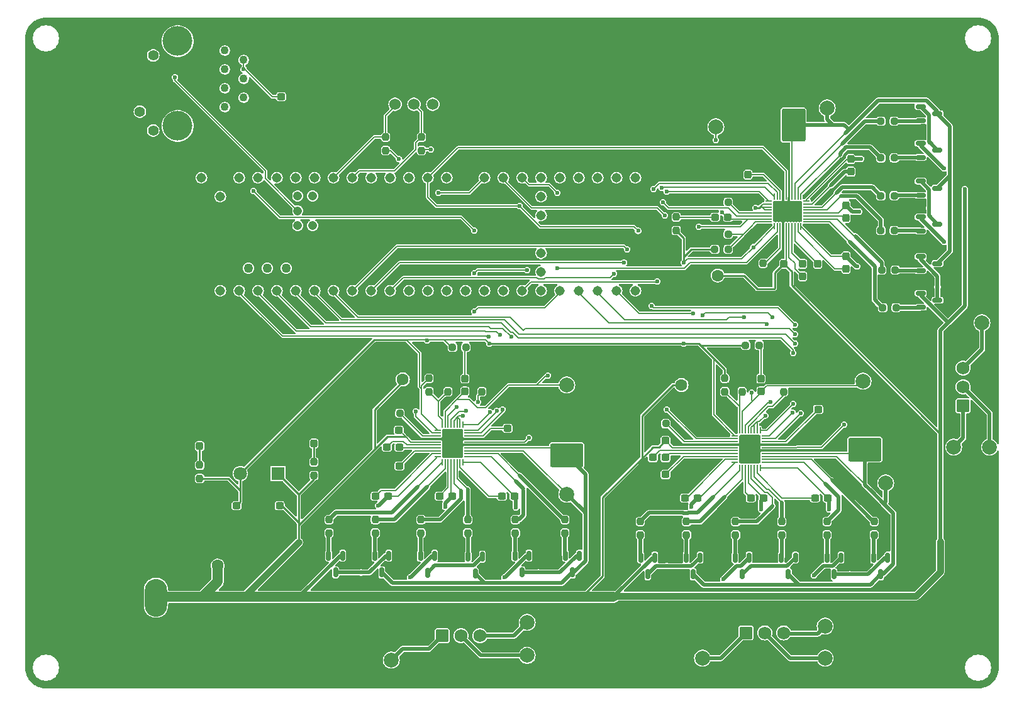
<source format=gbr>
%TF.GenerationSoftware,KiCad,Pcbnew,8.0.6*%
%TF.CreationDate,2025-01-24T20:25:42-06:00*%
%TF.ProjectId,BrushlessGimbalController_Hardware,42727573-686c-4657-9373-47696d62616c,rev?*%
%TF.SameCoordinates,Original*%
%TF.FileFunction,Copper,L1,Top*%
%TF.FilePolarity,Positive*%
%FSLAX46Y46*%
G04 Gerber Fmt 4.6, Leading zero omitted, Abs format (unit mm)*
G04 Created by KiCad (PCBNEW 8.0.6) date 2025-01-24 20:25:42*
%MOMM*%
%LPD*%
G01*
G04 APERTURE LIST*
G04 Aperture macros list*
%AMRoundRect*
0 Rectangle with rounded corners*
0 $1 Rounding radius*
0 $2 $3 $4 $5 $6 $7 $8 $9 X,Y pos of 4 corners*
0 Add a 4 corners polygon primitive as box body*
4,1,4,$2,$3,$4,$5,$6,$7,$8,$9,$2,$3,0*
0 Add four circle primitives for the rounded corners*
1,1,$1+$1,$2,$3*
1,1,$1+$1,$4,$5*
1,1,$1+$1,$6,$7*
1,1,$1+$1,$8,$9*
0 Add four rect primitives between the rounded corners*
20,1,$1+$1,$2,$3,$4,$5,0*
20,1,$1+$1,$4,$5,$6,$7,0*
20,1,$1+$1,$6,$7,$8,$9,0*
20,1,$1+$1,$8,$9,$2,$3,0*%
G04 Aperture macros list end*
%TA.AperFunction,SMDPad,CuDef*%
%ADD10RoundRect,0.237500X-0.237500X0.250000X-0.237500X-0.250000X0.237500X-0.250000X0.237500X0.250000X0*%
%TD*%
%TA.AperFunction,SMDPad,CuDef*%
%ADD11C,2.000000*%
%TD*%
%TA.AperFunction,SMDPad,CuDef*%
%ADD12RoundRect,0.237500X-0.237500X0.287500X-0.237500X-0.287500X0.237500X-0.287500X0.237500X0.287500X0*%
%TD*%
%TA.AperFunction,SMDPad,CuDef*%
%ADD13RoundRect,0.237500X-0.300000X-0.237500X0.300000X-0.237500X0.300000X0.237500X-0.300000X0.237500X0*%
%TD*%
%TA.AperFunction,SMDPad,CuDef*%
%ADD14RoundRect,0.237500X-0.237500X0.300000X-0.237500X-0.300000X0.237500X-0.300000X0.237500X0.300000X0*%
%TD*%
%TA.AperFunction,SMDPad,CuDef*%
%ADD15RoundRect,0.150000X-0.512500X-0.150000X0.512500X-0.150000X0.512500X0.150000X-0.512500X0.150000X0*%
%TD*%
%TA.AperFunction,SMDPad,CuDef*%
%ADD16RoundRect,0.237500X0.300000X0.237500X-0.300000X0.237500X-0.300000X-0.237500X0.300000X-0.237500X0*%
%TD*%
%TA.AperFunction,ComponentPad*%
%ADD17RoundRect,0.250000X-0.620000X-0.620000X0.620000X-0.620000X0.620000X0.620000X-0.620000X0.620000X0*%
%TD*%
%TA.AperFunction,ComponentPad*%
%ADD18C,1.740000*%
%TD*%
%TA.AperFunction,SMDPad,CuDef*%
%ADD19RoundRect,0.150000X-0.150000X0.512500X-0.150000X-0.512500X0.150000X-0.512500X0.150000X0.512500X0*%
%TD*%
%TA.AperFunction,SMDPad,CuDef*%
%ADD20RoundRect,0.237500X0.287500X0.237500X-0.287500X0.237500X-0.287500X-0.237500X0.287500X-0.237500X0*%
%TD*%
%TA.AperFunction,SMDPad,CuDef*%
%ADD21RoundRect,0.237500X0.237500X-0.250000X0.237500X0.250000X-0.237500X0.250000X-0.237500X-0.250000X0*%
%TD*%
%TA.AperFunction,SMDPad,CuDef*%
%ADD22RoundRect,0.237500X0.237500X-0.300000X0.237500X0.300000X-0.237500X0.300000X-0.237500X-0.300000X0*%
%TD*%
%TA.AperFunction,SMDPad,CuDef*%
%ADD23RoundRect,0.237500X-0.250000X-0.237500X0.250000X-0.237500X0.250000X0.237500X-0.250000X0.237500X0*%
%TD*%
%TA.AperFunction,ComponentPad*%
%ADD24O,3.000000X5.100000*%
%TD*%
%TA.AperFunction,ComponentPad*%
%ADD25R,1.600000X1.600000*%
%TD*%
%TA.AperFunction,ComponentPad*%
%ADD26C,1.600000*%
%TD*%
%TA.AperFunction,ComponentPad*%
%ADD27C,1.308000*%
%TD*%
%TA.AperFunction,ComponentPad*%
%ADD28C,1.258000*%
%TD*%
%TA.AperFunction,ComponentPad*%
%ADD29C,1.208000*%
%TD*%
%TA.AperFunction,SMDPad,CuDef*%
%ADD30RoundRect,0.250000X-1.975000X1.350000X-1.975000X-1.350000X1.975000X-1.350000X1.975000X1.350000X0*%
%TD*%
%TA.AperFunction,ComponentPad*%
%ADD31RoundRect,0.250000X0.620000X-0.620000X0.620000X0.620000X-0.620000X0.620000X-0.620000X-0.620000X0*%
%TD*%
%TA.AperFunction,SMDPad,CuDef*%
%ADD32RoundRect,0.237500X0.250000X0.237500X-0.250000X0.237500X-0.250000X-0.237500X0.250000X-0.237500X0*%
%TD*%
%TA.AperFunction,SMDPad,CuDef*%
%ADD33RoundRect,0.237500X0.237500X-0.287500X0.237500X0.287500X-0.237500X0.287500X-0.237500X-0.287500X0*%
%TD*%
%TA.AperFunction,ComponentPad*%
%ADD34C,1.524000*%
%TD*%
%TA.AperFunction,ComponentPad*%
%ADD35R,1.800000X1.800000*%
%TD*%
%TA.AperFunction,ComponentPad*%
%ADD36C,1.800000*%
%TD*%
%TA.AperFunction,ComponentPad*%
%ADD37C,1.100000*%
%TD*%
%TA.AperFunction,ComponentPad*%
%ADD38C,1.400000*%
%TD*%
%TA.AperFunction,ComponentPad*%
%ADD39C,4.000000*%
%TD*%
%TA.AperFunction,ComponentPad*%
%ADD40C,2.000000*%
%TD*%
%TA.AperFunction,SMDPad,CuDef*%
%ADD41R,0.906066X0.192474*%
%TD*%
%TA.AperFunction,SMDPad,CuDef*%
%ADD42R,0.192474X0.906066*%
%TD*%
%TA.AperFunction,SMDPad,CuDef*%
%ADD43R,2.799999X3.800000*%
%TD*%
%TA.AperFunction,SMDPad,CuDef*%
%ADD44R,3.800000X2.799999*%
%TD*%
%TA.AperFunction,SMDPad,CuDef*%
%ADD45RoundRect,0.250000X-1.350000X-1.975000X1.350000X-1.975000X1.350000X1.975000X-1.350000X1.975000X0*%
%TD*%
%TA.AperFunction,ViaPad*%
%ADD46C,0.600000*%
%TD*%
%TA.AperFunction,Conductor*%
%ADD47C,0.200000*%
%TD*%
%TA.AperFunction,Conductor*%
%ADD48C,0.508000*%
%TD*%
%TA.AperFunction,Conductor*%
%ADD49C,0.254000*%
%TD*%
%TA.AperFunction,Conductor*%
%ADD50C,0.889000*%
%TD*%
%TA.AperFunction,Conductor*%
%ADD51C,1.360000*%
%TD*%
G04 APERTURE END LIST*
D10*
%TO.P,R20,1*%
%TO.N,GLB_1*%
X141351000Y-113895500D03*
%TO.P,R20,2*%
%TO.N,Net-(Q2-G)*%
X141351000Y-115720500D03*
%TD*%
D11*
%TO.P,TP22,1,1*%
%TO.N,SHB_3*%
X211594000Y-104140000D03*
%TD*%
D12*
%TO.P,D2,1,K*%
%TO.N,GND*%
X105273000Y-102254000D03*
%TO.P,D2,2,A*%
%TO.N,Net-(D2-A)*%
X105273000Y-104004000D03*
%TD*%
D13*
%TO.P,C19,1*%
%TO.N,Net-(U4-BSTC)*%
X188096499Y-110998000D03*
%TO.P,C19,2*%
%TO.N,SHC_2*%
X189821499Y-110998000D03*
%TD*%
D11*
%TO.P,TP11,1,1*%
%TO.N,nFAULT_2*%
X194564000Y-95250000D03*
%TD*%
D14*
%TO.P,C23,1*%
%TO.N,Net-(U5-GVDD)*%
X188468000Y-79401500D03*
%TO.P,C23,2*%
%TO.N,GND*%
X188468000Y-81126500D03*
%TD*%
D11*
%TO.P,TP18,1,1*%
%TO.N,SHB_2*%
X189466999Y-132588000D03*
%TD*%
D15*
%TO.P,Q15,1,D*%
%TO.N,+12V*%
X202316500Y-63185000D03*
%TO.P,Q15,2,G*%
%TO.N,Net-(Q15-G)*%
X202316500Y-65085000D03*
%TO.P,Q15,3,S*%
%TO.N,SHC_3*%
X204591500Y-64135000D03*
%TD*%
D16*
%TO.P,C14,1*%
%TO.N,Net-(U4-GVDD)*%
X167987277Y-107815315D03*
%TO.P,C14,2*%
%TO.N,GND*%
X166262277Y-107815315D03*
%TD*%
D17*
%TO.P,Conn2,1*%
%TO.N,SHA_1*%
X137922000Y-129552000D03*
D18*
%TO.P,Conn2,2*%
%TO.N,SHB_1*%
X140462000Y-129552000D03*
%TO.P,Conn2,3*%
%TO.N,SHC_1*%
X143002000Y-129552000D03*
%TD*%
D19*
%TO.P,Q11,1,D*%
%TO.N,+12V*%
X166540999Y-119004500D03*
%TO.P,Q11,2,G*%
%TO.N,Net-(Q11-G)*%
X164640999Y-119004500D03*
%TO.P,Q11,3,S*%
%TO.N,SHA_2*%
X165590999Y-121279500D03*
%TD*%
D10*
%TO.P,R32,1*%
%TO.N,Net-(D5-A)*%
X169418000Y-73105000D03*
%TO.P,R32,2*%
%TO.N,+3V3*%
X169418000Y-74930000D03*
%TD*%
D20*
%TO.P,D5,1,K*%
%TO.N,nFAULT_3*%
X176389000Y-73152000D03*
%TO.P,D5,2,A*%
%TO.N,Net-(D5-A)*%
X174639000Y-73152000D03*
%TD*%
D11*
%TO.P,TP24,1,1*%
%TO.N,SHA_3*%
X206768000Y-104140000D03*
%TD*%
D13*
%TO.P,C12,1*%
%TO.N,+3V3*%
X110252500Y-112019000D03*
%TO.P,C12,2*%
%TO.N,GND*%
X111977500Y-112019000D03*
%TD*%
D14*
%TO.P,C28,1*%
%TO.N,GND*%
X179070000Y-65685500D03*
%TO.P,C28,2*%
%TO.N,Net-(U5-AVDD)*%
X179070000Y-67410500D03*
%TD*%
D21*
%TO.P,R11,1*%
%TO.N,+3V3*%
X135128000Y-64158500D03*
%TO.P,R11,2*%
%TO.N,SDA*%
X135128000Y-62333500D03*
%TD*%
D19*
%TO.P,Q12,1,D*%
%TO.N,SHA_2*%
X172646777Y-119004500D03*
%TO.P,Q12,2,G*%
%TO.N,Net-(Q12-G)*%
X170746777Y-119004500D03*
%TO.P,Q12,3,S*%
%TO.N,CS_2*%
X171696777Y-121279500D03*
%TD*%
D10*
%TO.P,R27,1*%
%TO.N,GLC_2*%
X196080777Y-114149500D03*
%TO.P,R27,2*%
%TO.N,Net-(Q10-G)*%
X196080777Y-115974500D03*
%TD*%
D11*
%TO.P,TP15,1,1*%
%TO.N,SHC_1*%
X149352000Y-127762000D03*
%TD*%
D19*
%TO.P,Q1,1,D*%
%TO.N,+12V*%
X136901000Y-118774000D03*
%TO.P,Q1,2,G*%
%TO.N,Net-(Q1-G)*%
X135001000Y-118774000D03*
%TO.P,Q1,3,S*%
%TO.N,SHB_1*%
X135951000Y-121049000D03*
%TD*%
D10*
%TO.P,R10,1*%
%TO.N,GND*%
X178290999Y-94845500D03*
%TO.P,R10,2*%
%TO.N,Net-(U4-VDSLVL)*%
X178290999Y-96670500D03*
%TD*%
D13*
%TO.P,C17,1*%
%TO.N,Net-(C17-Pad1)*%
X179460499Y-110998000D03*
%TO.P,C17,2*%
%TO.N,SHB_2*%
X181185499Y-110998000D03*
%TD*%
D10*
%TO.P,R21,1*%
%TO.N,GHC_1*%
X147762000Y-113895500D03*
%TO.P,R21,2*%
%TO.N,Net-(Q3-G)*%
X147762000Y-115720500D03*
%TD*%
D22*
%TO.P,C26,1*%
%TO.N,Net-(C26-Pad1)*%
X192278000Y-73252500D03*
%TO.P,C26,2*%
%TO.N,SHB_3*%
X192278000Y-71527500D03*
%TD*%
D23*
%TO.P,R1,1*%
%TO.N,GND*%
X130405500Y-99568000D03*
%TO.P,R1,2*%
%TO.N,Net-(U2-DT)*%
X132230500Y-99568000D03*
%TD*%
D12*
%TO.P,D3,1,K*%
%TO.N,GND*%
X120650000Y-101882000D03*
%TO.P,D3,2,A*%
%TO.N,Net-(D3-A)*%
X120650000Y-103632000D03*
%TD*%
D11*
%TO.P,TP14,1,1*%
%TO.N,SHB_1*%
X149352000Y-132207000D03*
%TD*%
%TO.P,TP13,1,1*%
%TO.N,SHA_1*%
X131064000Y-132842000D03*
%TD*%
D23*
%TO.P,R34,1*%
%TO.N,GHB_3*%
X196953500Y-74930000D03*
%TO.P,R34,2*%
%TO.N,Net-(Q13-G)*%
X198778500Y-74930000D03*
%TD*%
%TO.P,R35,1*%
%TO.N,GLB_3*%
X196953500Y-70237000D03*
%TO.P,R35,2*%
%TO.N,Net-(Q14-G)*%
X198778500Y-70237000D03*
%TD*%
D19*
%TO.P,Q3,1,D*%
%TO.N,+12V*%
X149601000Y-118750500D03*
%TO.P,Q3,2,G*%
%TO.N,Net-(Q3-G)*%
X147701000Y-118750500D03*
%TO.P,Q3,3,S*%
%TO.N,SHC_1*%
X148651000Y-121025500D03*
%TD*%
D23*
%TO.P,R31,1*%
%TO.N,GND*%
X174601500Y-75438000D03*
%TO.P,R31,2*%
%TO.N,Net-(U5-VDSLVL)*%
X176426500Y-75438000D03*
%TD*%
D21*
%TO.P,R15,1*%
%TO.N,Net-(U4-CSAGAIN)*%
X183896000Y-96670500D03*
%TO.P,R15,2*%
%TO.N,GND*%
X183896000Y-94845500D03*
%TD*%
D10*
%TO.P,R26,1*%
%TO.N,GHC_2*%
X189730777Y-114149500D03*
%TO.P,R26,2*%
%TO.N,Net-(Q9-G)*%
X189730777Y-115974500D03*
%TD*%
D24*
%TO.P,Conn1,1,GND*%
%TO.N,GND*%
X99396600Y-116551800D03*
%TO.P,Conn1,2,PV+*%
%TO.N,+12V*%
X99396600Y-124425800D03*
%TD*%
D10*
%TO.P,R14,1*%
%TO.N,SCL*%
X130302000Y-62333500D03*
%TO.P,R14,2*%
%TO.N,+3V3*%
X130302000Y-64158500D03*
%TD*%
D11*
%TO.P,TP20,1,1*%
%TO.N,nFAULT_3*%
X174752000Y-60960000D03*
%TD*%
D25*
%TO.P,C2,1*%
%TO.N,GND*%
X130616888Y-94996000D03*
D26*
%TO.P,C2,2*%
%TO.N,+12V*%
X132616888Y-94996000D03*
%TD*%
D27*
%TO.P,U1,0,RX1*%
%TO.N,unconnected-(U1-RX1-Pad0)*%
X108046000Y-83058000D03*
%TO.P,U1,1,TX1*%
%TO.N,PWM A_1*%
X110586000Y-83058000D03*
%TO.P,U1,2,OUT2*%
%TO.N,PWM B_1*%
X113126000Y-83058000D03*
%TO.P,U1,3,LRCLK2*%
%TO.N,PWM C_1*%
X115666000Y-83058000D03*
%TO.P,U1,3.3V_1,3.3V*%
%TO.N,+3V3*%
X141066000Y-83058000D03*
%TO.P,U1,3.3V_2,3.3V*%
X110586000Y-67818000D03*
%TO.P,U1,3.3V_3,3.3V*%
X151226000Y-77978000D03*
%TO.P,U1,4,BCLK2*%
%TO.N,PWM A_2*%
X118206000Y-83058000D03*
%TO.P,U1,5,IN2*%
%TO.N,PWM B_2*%
X120746000Y-83058000D03*
D28*
%TO.P,U1,5V,5V*%
%TO.N,unconnected-(U1-Pad5V)*%
X111856000Y-80008000D03*
D27*
%TO.P,U1,6,OUT1D*%
%TO.N,PWM C_2*%
X123286000Y-83058000D03*
%TO.P,U1,7,RX2*%
%TO.N,PWM A_3*%
X125826000Y-83058000D03*
%TO.P,U1,8,TX2*%
%TO.N,PWM B_3*%
X128366000Y-83058000D03*
%TO.P,U1,9,OUT1C*%
%TO.N,PWM C_3*%
X130906000Y-83058000D03*
%TO.P,U1,10,CS1*%
%TO.N,unconnected-(U1-CS1-Pad10)*%
X133446000Y-83058000D03*
%TO.P,U1,11,MOSI*%
%TO.N,unconnected-(U1-MOSI-Pad11)*%
X135986000Y-83058000D03*
%TO.P,U1,12,MISO*%
%TO.N,unconnected-(U1-MISO-Pad12)*%
X138526000Y-83058000D03*
%TO.P,U1,13,SCK*%
%TO.N,unconnected-(U1-SCK-Pad13)*%
X138526000Y-67818000D03*
%TO.P,U1,14,A0*%
%TO.N,DRVOFF*%
X135986000Y-67818000D03*
%TO.P,U1,15,A1*%
%TO.N,unconnected-(U1-A1-Pad15)*%
X133446000Y-67818000D03*
%TO.P,U1,16,A2*%
%TO.N,unconnected-(U1-A2-Pad16)*%
X130906000Y-67818000D03*
%TO.P,U1,17,A3*%
%TO.N,unconnected-(U1-A3-Pad17)*%
X128366000Y-67818000D03*
%TO.P,U1,18,A4*%
%TO.N,SDA*%
X125826000Y-67818000D03*
%TO.P,U1,19,A5*%
%TO.N,SCL*%
X123286000Y-67818000D03*
%TO.P,U1,20,A6*%
%TO.N,unconnected-(U1-A6-Pad20)*%
X120746000Y-67818000D03*
%TO.P,U1,21,A7*%
%TO.N,unconnected-(U1-A7-Pad21)*%
X118206000Y-67818000D03*
%TO.P,U1,22,A8*%
%TO.N,unconnected-(U1-A8-Pad22)*%
X115666000Y-67818000D03*
%TO.P,U1,23,A9*%
%TO.N,unconnected-(U1-A9-Pad23)*%
X113126000Y-67818000D03*
%TO.P,U1,24,A10*%
%TO.N,unconnected-(U1-A10-Pad24)*%
X143606000Y-83058000D03*
%TO.P,U1,25,A11*%
%TO.N,unconnected-(U1-A11-Pad25)*%
X146146000Y-83058000D03*
%TO.P,U1,26,A12*%
%TO.N,nSLEEP_3*%
X148686000Y-83058000D03*
%TO.P,U1,27,A13*%
%TO.N,unconnected-(U1-A13-Pad27)*%
X151226000Y-83058000D03*
%TO.P,U1,28,RX7*%
%TO.N,nSLEEP_1*%
X153766000Y-83058000D03*
%TO.P,U1,29,TX7*%
%TO.N,nSLEEP_2*%
X156306000Y-83058000D03*
%TO.P,U1,30,CRX3*%
%TO.N,nFAULT_2*%
X158846000Y-83058000D03*
%TO.P,U1,31,CTX3*%
%TO.N,nFAULT_3*%
X161386000Y-83058000D03*
%TO.P,U1,32,OUT1B*%
%TO.N,unconnected-(U1-OUT1B-Pad32)*%
X163926000Y-83058000D03*
%TO.P,U1,33,MCLK2*%
%TO.N,unconnected-(U1-MCLK2-Pad33)*%
X163926000Y-67818000D03*
%TO.P,U1,34,RX8*%
%TO.N,unconnected-(U1-RX8-Pad34)*%
X161386000Y-67818000D03*
%TO.P,U1,35,TX8*%
%TO.N,nFAULT_1*%
X158846000Y-67818000D03*
%TO.P,U1,36,CS2*%
%TO.N,unconnected-(U1-CS2-Pad36)*%
X156306000Y-67818000D03*
%TO.P,U1,37,CS3*%
%TO.N,unconnected-(U1-CS3-Pad37)*%
X153766000Y-67818000D03*
%TO.P,U1,38,A14*%
%TO.N,unconnected-(U1-A14-Pad38)*%
X151226000Y-67818000D03*
%TO.P,U1,39,A15*%
%TO.N,SO_3*%
X148686000Y-67818000D03*
%TO.P,U1,40,A16*%
%TO.N,SO_2*%
X146146000Y-67818000D03*
%TO.P,U1,41,A17*%
%TO.N,SO_1*%
X143606000Y-67818000D03*
D28*
%TO.P,U1,D+,D+*%
%TO.N,unconnected-(U1-PadD+)*%
X116936000Y-80008000D03*
%TO.P,U1,D-*%
%TO.N,N/C*%
X114396000Y-80008000D03*
D27*
%TO.P,U1,GND1,GND*%
%TO.N,GND*%
X105506000Y-83058000D03*
%TO.P,U1,GND2,GND*%
X141066000Y-67818000D03*
%TO.P,U1,GND3,GND*%
X108046000Y-67818000D03*
%TO.P,U1,GND4,GND*%
X151226000Y-75438000D03*
D29*
%TO.P,U1,GND5,GND*%
X120476000Y-72268000D03*
%TO.P,U1,LED,LED*%
%TO.N,LED*%
X118476000Y-72268000D03*
D27*
%TO.P,U1,ON/OFF,ON/OFF*%
%TO.N,unconnected-(U1-PadON{slash}OFF)*%
X151226000Y-70358000D03*
%TO.P,U1,PROGRAM,PROGRAM*%
%TO.N,unconnected-(U1-PadPROGRAM)*%
X151226000Y-72898000D03*
D29*
%TO.P,U1,R+,R+*%
%TO.N,R+*%
X118476000Y-70268000D03*
%TO.P,U1,R-,R-*%
%TO.N,R-*%
X120476000Y-70268000D03*
%TO.P,U1,T+,T+*%
%TO.N,T+*%
X120476000Y-74268000D03*
%TO.P,U1,T-,T-*%
%TO.N,T-*%
X118476000Y-74268000D03*
D28*
%TO.P,U1,USB_GND1,USB_GND*%
%TO.N,GND*%
X119476000Y-80008000D03*
%TO.P,U1,USB_GND2,USB_GND*%
X122016000Y-80008000D03*
D27*
%TO.P,U1,VBAT,VBAT*%
%TO.N,unconnected-(U1-PadVBAT)*%
X151226000Y-80518000D03*
%TO.P,U1,VIN,VIN*%
%TO.N,unconnected-(U1-PadVIN)*%
X105506000Y-67818000D03*
%TO.P,U1,VUSB,VUSB*%
%TO.N,unconnected-(U1-PadVUSB)*%
X108046000Y-70358000D03*
%TD*%
D10*
%TO.P,R17,1*%
%TO.N,GHA_1*%
X122682000Y-113895500D03*
%TO.P,R17,2*%
%TO.N,Net-(Q5-G)*%
X122682000Y-115720500D03*
%TD*%
D19*
%TO.P,Q10,1,D*%
%TO.N,SHC_2*%
X197893777Y-119010000D03*
%TO.P,Q10,2,G*%
%TO.N,Net-(Q10-G)*%
X195993777Y-119010000D03*
%TO.P,Q10,3,S*%
%TO.N,CS_2*%
X196943777Y-121285000D03*
%TD*%
D30*
%TO.P,R16,1*%
%TO.N,GND*%
X194800999Y-99254000D03*
%TO.P,R16,2*%
%TO.N,CS_2*%
X194800999Y-104454000D03*
%TD*%
D23*
%TO.P,R37,1*%
%TO.N,GLC_3*%
X196953500Y-60198000D03*
%TO.P,R37,2*%
%TO.N,Net-(Q16-G)*%
X198778500Y-60198000D03*
%TD*%
D16*
%TO.P,C10,1*%
%TO.N,+12V*%
X116041500Y-112019000D03*
%TO.P,C10,2*%
%TO.N,GND*%
X114316500Y-112019000D03*
%TD*%
D13*
%TO.P,C5,1*%
%TO.N,Net-(C5-Pad1)*%
X128931500Y-110744000D03*
%TO.P,C5,2*%
%TO.N,SHA_1*%
X130656500Y-110744000D03*
%TD*%
D19*
%TO.P,Q6,1,D*%
%TO.N,SHA_1*%
X130739000Y-118750500D03*
%TO.P,Q6,2,G*%
%TO.N,Net-(Q6-G)*%
X128839000Y-118750500D03*
%TO.P,Q6,3,S*%
%TO.N,CS_1*%
X129789000Y-121025500D03*
%TD*%
D23*
%TO.P,R36,1*%
%TO.N,GHC_3*%
X196959500Y-65142000D03*
%TO.P,R36,2*%
%TO.N,Net-(Q15-G)*%
X198784500Y-65142000D03*
%TD*%
D11*
%TO.P,TP5,1,1*%
%TO.N,nFAULT_1*%
X154686000Y-95758000D03*
%TD*%
D17*
%TO.P,Conn3,1*%
%TO.N,SHA_2*%
X178808777Y-129163315D03*
D18*
%TO.P,Conn3,2*%
%TO.N,SHB_2*%
X181348777Y-129163315D03*
%TO.P,Conn3,3*%
%TO.N,SHC_2*%
X183888777Y-129163315D03*
%TD*%
D22*
%TO.P,C24,1*%
%TO.N,Net-(U5-CPL)*%
X186436000Y-81126500D03*
%TO.P,C24,2*%
%TO.N,Net-(U5-CPH)*%
X186436000Y-79401500D03*
%TD*%
D31*
%TO.P,Conn4,1*%
%TO.N,SHA_3*%
X208038000Y-98552000D03*
D18*
%TO.P,Conn4,2*%
%TO.N,SHB_3*%
X208038000Y-96012000D03*
%TO.P,Conn4,3*%
%TO.N,SHC_3*%
X208038000Y-93472000D03*
%TD*%
D10*
%TO.P,R29,1*%
%TO.N,GLA_2*%
X170807777Y-114149500D03*
%TO.P,R29,2*%
%TO.N,Net-(Q12-G)*%
X170807777Y-115974500D03*
%TD*%
D32*
%TO.P,R13,1*%
%TO.N,Net-(D4-A)*%
X180594000Y-90424000D03*
%TO.P,R13,2*%
%TO.N,+3V3*%
X178769000Y-90424000D03*
%TD*%
D21*
%TO.P,R9,1*%
%TO.N,Net-(U4-VDSLVL)*%
X175959676Y-96670500D03*
%TO.P,R9,2*%
%TO.N,+3V3*%
X175959676Y-94845500D03*
%TD*%
D13*
%TO.P,C16,1*%
%TO.N,Net-(C16-Pad1)*%
X170587500Y-110998000D03*
%TO.P,C16,2*%
%TO.N,SHA_2*%
X172312500Y-110998000D03*
%TD*%
D16*
%TO.P,C3,1*%
%TO.N,Net-(U2-GVDD)*%
X132180500Y-106680000D03*
%TO.P,C3,2*%
%TO.N,GND*%
X130455500Y-106680000D03*
%TD*%
D10*
%TO.P,R24,1*%
%TO.N,GHB_2*%
X177411777Y-114149500D03*
%TO.P,R24,2*%
%TO.N,Net-(Q7-G)*%
X177411777Y-115974500D03*
%TD*%
D11*
%TO.P,TP23,1,1*%
%TO.N,SHC_3*%
X210578000Y-87376000D03*
%TD*%
D19*
%TO.P,Q9,1,D*%
%TO.N,+12V*%
X191617777Y-119004500D03*
%TO.P,Q9,2,G*%
%TO.N,Net-(Q9-G)*%
X189717777Y-119004500D03*
%TO.P,Q9,3,S*%
%TO.N,SHC_2*%
X190667777Y-121279500D03*
%TD*%
D22*
%TO.P,C21,1*%
%TO.N,GND*%
X183896000Y-81126500D03*
%TO.P,C21,2*%
%TO.N,+12V*%
X183896000Y-79401500D03*
%TD*%
D33*
%TO.P,D4,1,K*%
%TO.N,nFAULT_2*%
X180830999Y-96633000D03*
%TO.P,D4,2,A*%
%TO.N,Net-(D4-A)*%
X180830999Y-94883000D03*
%TD*%
D34*
%TO.P,Conn15,1*%
%TO.N,GND*%
X129032000Y-57912000D03*
%TO.P,Conn15,2*%
%TO.N,SCL*%
X131572000Y-57912000D03*
%TO.P,Conn15,3*%
%TO.N,SDA*%
X134112000Y-57912000D03*
%TO.P,Conn15,4*%
%TO.N,+3V3*%
X136652000Y-57912000D03*
X136652000Y-57912000D03*
%TD*%
D16*
%TO.P,C9,1*%
%TO.N,GND*%
X117956500Y-56896000D03*
%TO.P,C9,2*%
%TO.N,Net-(C9-Pad2)*%
X116231500Y-56896000D03*
%TD*%
D35*
%TO.P,U3,1,Vi*%
%TO.N,+12V*%
X115824000Y-107696000D03*
D36*
%TO.P,U3,2,GND*%
%TO.N,GND*%
X113284000Y-107696000D03*
%TO.P,U3,3,Vo*%
%TO.N,+3V3*%
X110744000Y-107696000D03*
%TD*%
D37*
%TO.P,J1,1*%
%TO.N,T+*%
X108660500Y-50673000D03*
%TO.P,J1,2*%
%TO.N,Net-(C9-Pad2)*%
X111200500Y-51943000D03*
%TO.P,J1,3*%
%TO.N,T-*%
X108660500Y-53213000D03*
%TO.P,J1,4*%
%TO.N,R+*%
X111200500Y-54483000D03*
%TO.P,J1,5*%
%TO.N,Net-(C9-Pad2)*%
X108660500Y-55753000D03*
%TO.P,J1,6*%
%TO.N,R-*%
X111200500Y-57023000D03*
%TO.P,J1,7*%
%TO.N,unconnected-(J1-Pad7)*%
X108660500Y-58293000D03*
%TO.P,J1,8*%
%TO.N,GND*%
X111200500Y-59563000D03*
D38*
%TO.P,J1,9*%
X97230500Y-48793000D03*
%TO.P,J1,10*%
%TO.N,LED*%
X99020500Y-51333000D03*
%TO.P,J1,11*%
%TO.N,unconnected-(J1-Pad11)*%
X97230500Y-58903000D03*
%TO.P,J1,12*%
%TO.N,unconnected-(J1-Pad12)*%
X99020500Y-61443000D03*
D39*
%TO.P,J1,13*%
%TO.N,N/C*%
X102310500Y-49403000D03*
%TO.P,J1,14*%
X102310500Y-60833000D03*
D40*
%TO.P,J1,SH*%
%TO.N,GND*%
X105360500Y-47243000D03*
X105360500Y-62993000D03*
%TD*%
D10*
%TO.P,R19,1*%
%TO.N,GHB_1*%
X135062000Y-113895500D03*
%TO.P,R19,2*%
%TO.N,Net-(Q1-G)*%
X135062000Y-115720500D03*
%TD*%
D11*
%TO.P,TP12,1,1*%
%TO.N,CS_2*%
X197612000Y-108966000D03*
%TD*%
D15*
%TO.P,Q18,1,D*%
%TO.N,SHA_3*%
X202316500Y-78431000D03*
%TO.P,Q18,2,G*%
%TO.N,Net-(Q18-G)*%
X202316500Y-80331000D03*
%TO.P,Q18,3,S*%
%TO.N,CS_3*%
X204591500Y-79381000D03*
%TD*%
D33*
%TO.P,D1,1,K*%
%TO.N,nFAULT_1*%
X140970000Y-96633000D03*
%TO.P,D1,2,A*%
%TO.N,Net-(D1-A)*%
X140970000Y-94883000D03*
%TD*%
D19*
%TO.P,Q2,1,D*%
%TO.N,SHB_1*%
X143317000Y-118901000D03*
%TO.P,Q2,2,G*%
%TO.N,Net-(Q2-G)*%
X141417000Y-118901000D03*
%TO.P,Q2,3,S*%
%TO.N,CS_1*%
X142367000Y-121176000D03*
%TD*%
D15*
%TO.P,Q16,1,D*%
%TO.N,SHC_3*%
X202316500Y-58232000D03*
%TO.P,Q16,2,G*%
%TO.N,Net-(Q16-G)*%
X202316500Y-60132000D03*
%TO.P,Q16,3,S*%
%TO.N,CS_3*%
X204591500Y-59182000D03*
%TD*%
D14*
%TO.P,C25,1*%
%TO.N,SHA_3*%
X192278000Y-78385500D03*
%TO.P,C25,2*%
%TO.N,Net-(C25-Pad2)*%
X192278000Y-80110500D03*
%TD*%
D15*
%TO.P,Q17,1,D*%
%TO.N,+12V*%
X202316500Y-83378000D03*
%TO.P,Q17,2,G*%
%TO.N,Net-(Q17-G)*%
X202316500Y-85278000D03*
%TO.P,Q17,3,S*%
%TO.N,SHA_3*%
X204591500Y-84328000D03*
%TD*%
D10*
%TO.P,R3,1*%
%TO.N,GND*%
X138684000Y-94845500D03*
%TO.P,R3,2*%
%TO.N,Net-(U2-VDSLVL)*%
X138684000Y-96670500D03*
%TD*%
D22*
%TO.P,C27,1*%
%TO.N,Net-(U5-BSTC)*%
X192913000Y-67004100D03*
%TO.P,C27,2*%
%TO.N,SHC_3*%
X192913000Y-65279100D03*
%TD*%
D25*
%TO.P,C13,1*%
%TO.N,GND*%
X172134112Y-95758000D03*
D26*
%TO.P,C13,2*%
%TO.N,+12V*%
X170134112Y-95758000D03*
%TD*%
D23*
%TO.P,R40,1*%
%TO.N,GLA_3*%
X197068500Y-80264000D03*
%TO.P,R40,2*%
%TO.N,Net-(Q18-G)*%
X198893500Y-80264000D03*
%TD*%
D21*
%TO.P,R12,1*%
%TO.N,+12V*%
X120650000Y-107950000D03*
%TO.P,R12,2*%
%TO.N,Net-(D3-A)*%
X120650000Y-106125000D03*
%TD*%
D41*
%TO.P,U4,1,CSAREF*%
%TO.N,+3V3*%
X177320969Y-102594001D03*
%TO.P,U4,2,SO*%
%TO.N,SO_2*%
X177320969Y-102994000D03*
%TO.P,U4,3,DT*%
%TO.N,Net-(U4-DT)*%
X177320969Y-103393999D03*
%TO.P,U4,4,GND*%
%TO.N,GND*%
X177320969Y-103794001D03*
%TO.P,U4,5,PVDD*%
%TO.N,+12V*%
X177320969Y-104194000D03*
%TO.P,U4,6,CPL*%
%TO.N,Net-(U4-CPL)*%
X177320969Y-104594000D03*
%TO.P,U4,7,CPH*%
%TO.N,Net-(U4-CPH)*%
X177320969Y-104993999D03*
%TO.P,U4,8,GVDD*%
%TO.N,Net-(U4-GVDD)*%
X177320969Y-105394001D03*
%TO.P,U4,9,BSTA*%
%TO.N,Net-(C16-Pad1)*%
X177320969Y-105794000D03*
%TO.P,U4,10,SHA*%
%TO.N,SHA_2*%
X177320969Y-106193999D03*
D42*
%TO.P,U4,11,GHA*%
%TO.N,GHA_2*%
X177924000Y-106897033D03*
%TO.P,U4,12,GLA*%
%TO.N,GLA_2*%
X178323999Y-106897033D03*
%TO.P,U4,13,BSTA*%
%TO.N,Net-(C17-Pad1)*%
X178724001Y-106897033D03*
%TO.P,U4,14,SHB*%
%TO.N,SHB_2*%
X179124000Y-106897033D03*
%TO.P,U4,15,GHB*%
%TO.N,GHB_2*%
X179524000Y-106897033D03*
%TO.P,U4,16,GLB*%
%TO.N,GLB_2*%
X179923999Y-106897033D03*
%TO.P,U4,17,BSTC*%
%TO.N,Net-(U4-BSTC)*%
X180324001Y-106897033D03*
%TO.P,U4,18,SHC*%
%TO.N,SHC_2*%
X180724000Y-106897033D03*
D41*
%TO.P,U4,19,GHC*%
%TO.N,GHC_2*%
X181327031Y-106193999D03*
%TO.P,U4,20,GLC*%
%TO.N,GLC_2*%
X181327031Y-105794000D03*
%TO.P,U4,21,LSS*%
%TO.N,CS_2*%
X181327031Y-105394001D03*
%TO.P,U4,22,SP*%
X181327031Y-104993999D03*
%TO.P,U4,23,SN*%
%TO.N,GND*%
X181327031Y-104594000D03*
%TO.P,U4,24,DRVOFF*%
%TO.N,DRVOFF*%
X181327031Y-104194000D03*
%TO.P,U4,25,AGND*%
%TO.N,GND*%
X181327031Y-103794001D03*
%TO.P,U4,26,AVDD*%
%TO.N,Net-(U4-AVDD)*%
X181327031Y-103393999D03*
%TO.P,U4,27,INHC*%
%TO.N,PWM C_2*%
X181327031Y-102994000D03*
%TO.P,U4,28,INHB*%
%TO.N,PWM B_2*%
X181327031Y-102594001D03*
D42*
%TO.P,U4,29,INHA*%
%TO.N,PWM A_2*%
X180724000Y-101890967D03*
%TO.P,U4,30,INLC*%
%TO.N,+3V3*%
X180324001Y-101890967D03*
%TO.P,U4,31,INLB*%
X179923999Y-101890967D03*
%TO.P,U4,32,INLA*%
X179524000Y-101890967D03*
%TO.P,U4,33,CSAGAIN*%
%TO.N,Net-(U4-CSAGAIN)*%
X179124000Y-101890967D03*
%TO.P,U4,34,nSLEEP*%
%TO.N,nSLEEP_2*%
X178724001Y-101890967D03*
%TO.P,U4,35,nFAULT*%
%TO.N,nFAULT_2*%
X178323999Y-101890967D03*
%TO.P,U4,36,VDSLVL*%
%TO.N,Net-(U4-VDSLVL)*%
X177924000Y-101890967D03*
D43*
%TO.P,U4,37,Ground*%
%TO.N,GND*%
X179324000Y-104394000D03*
%TD*%
D13*
%TO.P,C7,1*%
%TO.N,Net-(U2-BSTC)*%
X145949500Y-110744000D03*
%TO.P,C7,2*%
%TO.N,SHC_1*%
X147674500Y-110744000D03*
%TD*%
D25*
%TO.P,C22,1*%
%TO.N,GND*%
X175006000Y-82997113D03*
D26*
%TO.P,C22,2*%
%TO.N,+12V*%
X175006000Y-80997113D03*
%TD*%
D16*
%TO.P,C20,1*%
%TO.N,GND*%
X190246000Y-99060000D03*
%TO.P,C20,2*%
%TO.N,Net-(U4-AVDD)*%
X188521000Y-99060000D03*
%TD*%
D32*
%TO.P,R4,1*%
%TO.N,Net-(D1-A)*%
X141120500Y-90678000D03*
%TO.P,R4,2*%
%TO.N,+3V3*%
X139295500Y-90678000D03*
%TD*%
D13*
%TO.P,C1,1*%
%TO.N,GND*%
X130365937Y-101854000D03*
%TO.P,C1,2*%
%TO.N,+12V*%
X132090937Y-101854000D03*
%TD*%
D21*
%TO.P,R5,1*%
%TO.N,Net-(U2-CSAGAIN)*%
X143256000Y-96670500D03*
%TO.P,R5,2*%
%TO.N,GND*%
X143256000Y-94845500D03*
%TD*%
D11*
%TO.P,TP17,1,1*%
%TO.N,SHA_2*%
X172956999Y-132588000D03*
%TD*%
D23*
%TO.P,R39,1*%
%TO.N,GHA_3*%
X197207500Y-85344000D03*
%TO.P,R39,2*%
%TO.N,Net-(Q17-G)*%
X199032500Y-85344000D03*
%TD*%
D19*
%TO.P,Q5,1,D*%
%TO.N,+12V*%
X124521000Y-118750500D03*
%TO.P,Q5,2,G*%
%TO.N,Net-(Q5-G)*%
X122621000Y-118750500D03*
%TO.P,Q5,3,S*%
%TO.N,SHA_1*%
X123571000Y-121025500D03*
%TD*%
D21*
%TO.P,R8,1*%
%TO.N,+3V3*%
X105273000Y-108359500D03*
%TO.P,R8,2*%
%TO.N,Net-(D2-A)*%
X105273000Y-106534500D03*
%TD*%
D32*
%TO.P,R30,1*%
%TO.N,Net-(U5-VDSLVL)*%
X176426500Y-77470000D03*
%TO.P,R30,2*%
%TO.N,+3V3*%
X174601500Y-77470000D03*
%TD*%
D42*
%TO.P,U5,1,CSAREF*%
%TO.N,+3V3*%
X182604001Y-74376031D03*
%TO.P,U5,2,SO*%
%TO.N,SO_3*%
X183004000Y-74376031D03*
%TO.P,U5,3,DT*%
%TO.N,Net-(U5-DT)*%
X183403999Y-74376031D03*
%TO.P,U5,4,GND*%
%TO.N,GND*%
X183804001Y-74376031D03*
%TO.P,U5,5,PVDD*%
%TO.N,+12V*%
X184204000Y-74376031D03*
%TO.P,U5,6,CPL*%
%TO.N,Net-(U5-CPL)*%
X184604000Y-74376031D03*
%TO.P,U5,7,CPH*%
%TO.N,Net-(U5-CPH)*%
X185003999Y-74376031D03*
%TO.P,U5,8,GVDD*%
%TO.N,Net-(U5-GVDD)*%
X185404001Y-74376031D03*
%TO.P,U5,9,BSTA*%
%TO.N,Net-(C25-Pad2)*%
X185804000Y-74376031D03*
%TO.P,U5,10,SHA*%
%TO.N,SHA_3*%
X186203999Y-74376031D03*
D41*
%TO.P,U5,11,GHA*%
%TO.N,GHA_3*%
X186907033Y-73773000D03*
%TO.P,U5,12,GLA*%
%TO.N,GLA_3*%
X186907033Y-73373001D03*
%TO.P,U5,13,BSTA*%
%TO.N,Net-(C26-Pad1)*%
X186907033Y-72972999D03*
%TO.P,U5,14,SHB*%
%TO.N,SHB_3*%
X186907033Y-72573000D03*
%TO.P,U5,15,GHB*%
%TO.N,GHB_3*%
X186907033Y-72173000D03*
%TO.P,U5,16,GLB*%
%TO.N,GLB_3*%
X186907033Y-71773001D03*
%TO.P,U5,17,BSTC*%
%TO.N,Net-(U5-BSTC)*%
X186907033Y-71372999D03*
%TO.P,U5,18,SHC*%
%TO.N,SHC_3*%
X186907033Y-70973000D03*
D42*
%TO.P,U5,19,GHC*%
%TO.N,GHC_3*%
X186203999Y-70369969D03*
%TO.P,U5,20,GLC*%
%TO.N,GLC_3*%
X185804000Y-70369969D03*
%TO.P,U5,21,LSS*%
%TO.N,CS_3*%
X185404001Y-70369969D03*
%TO.P,U5,22,SP*%
X185003999Y-70369969D03*
%TO.P,U5,23,SN*%
%TO.N,GND*%
X184604000Y-70369969D03*
%TO.P,U5,24,DRVOFF*%
%TO.N,DRVOFF*%
X184204000Y-70369969D03*
%TO.P,U5,25,AGND*%
%TO.N,GND*%
X183804001Y-70369969D03*
%TO.P,U5,26,AVDD*%
%TO.N,Net-(U5-AVDD)*%
X183403999Y-70369969D03*
%TO.P,U5,27,INHC*%
%TO.N,PWM C_3*%
X183004000Y-70369969D03*
%TO.P,U5,28,INHB*%
%TO.N,PWM B_3*%
X182604001Y-70369969D03*
D41*
%TO.P,U5,29,INHA*%
%TO.N,PWM A_3*%
X181900967Y-70973000D03*
%TO.P,U5,30,INLC*%
%TO.N,+3V3*%
X181900967Y-71372999D03*
%TO.P,U5,31,INLB*%
X181900967Y-71773001D03*
%TO.P,U5,32,INLA*%
X181900967Y-72173000D03*
%TO.P,U5,33,CSAGAIN*%
%TO.N,Net-(U5-CSAGAIN)*%
X181900967Y-72573000D03*
%TO.P,U5,34,nSLEEP*%
%TO.N,nSLEEP_3*%
X181900967Y-72972999D03*
%TO.P,U5,35,nFAULT*%
%TO.N,nFAULT_3*%
X181900967Y-73373001D03*
%TO.P,U5,36,VDSLVL*%
%TO.N,Net-(U5-VDSLVL)*%
X181900967Y-73773000D03*
D44*
%TO.P,U5,37,ground*%
%TO.N,GND*%
X184404000Y-72373000D03*
%TD*%
D10*
%TO.P,R25,1*%
%TO.N,GLB_2*%
X183634777Y-114149500D03*
%TO.P,R25,2*%
%TO.N,Net-(Q8-G)*%
X183634777Y-115974500D03*
%TD*%
D23*
%TO.P,R7,1*%
%TO.N,GND*%
X166212277Y-100957315D03*
%TO.P,R7,2*%
%TO.N,Net-(U4-DT)*%
X168037277Y-100957315D03*
%TD*%
D26*
%TO.P,C18,1*%
%TO.N,+12V*%
X107696000Y-120102000D03*
%TO.P,C18,2*%
%TO.N,GND*%
X107696000Y-117602000D03*
%TD*%
D15*
%TO.P,Q14,1,D*%
%TO.N,SHB_3*%
X202316500Y-68271000D03*
%TO.P,Q14,2,G*%
%TO.N,Net-(Q14-G)*%
X202316500Y-70171000D03*
%TO.P,Q14,3,S*%
%TO.N,CS_3*%
X204591500Y-69221000D03*
%TD*%
D21*
%TO.P,R23,1*%
%TO.N,GND*%
X181102000Y-81176500D03*
%TO.P,R23,2*%
%TO.N,Net-(U5-DT)*%
X181102000Y-79351500D03*
%TD*%
D15*
%TO.P,Q13,1,D*%
%TO.N,+12V*%
X202310500Y-73097000D03*
%TO.P,Q13,2,G*%
%TO.N,Net-(Q13-G)*%
X202310500Y-74997000D03*
%TO.P,Q13,3,S*%
%TO.N,SHB_3*%
X204585500Y-74047000D03*
%TD*%
D10*
%TO.P,R28,1*%
%TO.N,GHA_2*%
X164584777Y-114149500D03*
%TO.P,R28,2*%
%TO.N,Net-(Q11-G)*%
X164584777Y-115974500D03*
%TD*%
D13*
%TO.P,C15,1*%
%TO.N,Net-(U4-CPL)*%
X166262277Y-105529315D03*
%TO.P,C15,2*%
%TO.N,Net-(U4-CPH)*%
X167987277Y-105529315D03*
%TD*%
%TO.P,C4,1*%
%TO.N,Net-(U2-CPL)*%
X130455500Y-104140000D03*
%TO.P,C4,2*%
%TO.N,Net-(U2-CPH)*%
X132180500Y-104140000D03*
%TD*%
D10*
%TO.P,R18,1*%
%TO.N,GLA_1*%
X128915937Y-113895500D03*
%TO.P,R18,2*%
%TO.N,Net-(Q6-G)*%
X128915937Y-115720500D03*
%TD*%
D11*
%TO.P,TP19,1,1*%
%TO.N,SHC_2*%
X189466999Y-128270000D03*
%TD*%
%TO.P,TP7,1,1*%
%TO.N,CS_1*%
X154686000Y-110490000D03*
%TD*%
D13*
%TO.P,C6,1*%
%TO.N,Net-(C6-Pad1)*%
X137567500Y-110744000D03*
%TO.P,C6,2*%
%TO.N,SHB_1*%
X139292500Y-110744000D03*
%TD*%
D10*
%TO.P,R22,1*%
%TO.N,GLC_1*%
X154432000Y-113895500D03*
%TO.P,R22,2*%
%TO.N,Net-(Q4-G)*%
X154432000Y-115720500D03*
%TD*%
D19*
%TO.P,Q4,1,D*%
%TO.N,SHC_1*%
X156398000Y-118750500D03*
%TO.P,Q4,2,G*%
%TO.N,Net-(Q4-G)*%
X154498000Y-118750500D03*
%TO.P,Q4,3,S*%
%TO.N,CS_1*%
X155448000Y-121025500D03*
%TD*%
D45*
%TO.P,R38,1*%
%TO.N,GND*%
X180026000Y-60706000D03*
%TO.P,R38,2*%
%TO.N,CS_3*%
X185226000Y-60706000D03*
%TD*%
D21*
%TO.P,R2,1*%
%TO.N,Net-(U2-VDSLVL)*%
X136144000Y-96670500D03*
%TO.P,R2,2*%
%TO.N,+3V3*%
X136144000Y-94845500D03*
%TD*%
D11*
%TO.P,TP21,1,1*%
%TO.N,CS_3*%
X189738000Y-58420000D03*
%TD*%
D16*
%TO.P,C8,1*%
%TO.N,GND*%
X148436500Y-101600000D03*
%TO.P,C8,2*%
%TO.N,Net-(U2-AVDD)*%
X146711500Y-101600000D03*
%TD*%
D41*
%TO.P,U2,1,CSAREF*%
%TO.N,+3V3*%
X137315969Y-101832001D03*
%TO.P,U2,2,SO*%
%TO.N,SO_1*%
X137315969Y-102232000D03*
%TO.P,U2,3,DT*%
%TO.N,Net-(U2-DT)*%
X137315969Y-102631999D03*
%TO.P,U2,4,GND*%
%TO.N,GND*%
X137315969Y-103032001D03*
%TO.P,U2,5,PVDD*%
%TO.N,+12V*%
X137315969Y-103432000D03*
%TO.P,U2,6,CPL*%
%TO.N,Net-(U2-CPL)*%
X137315969Y-103832000D03*
%TO.P,U2,7,CPH*%
%TO.N,Net-(U2-CPH)*%
X137315969Y-104231999D03*
%TO.P,U2,8,GVDD*%
%TO.N,Net-(U2-GVDD)*%
X137315969Y-104632001D03*
%TO.P,U2,9,BSTA*%
%TO.N,Net-(C5-Pad1)*%
X137315969Y-105032000D03*
%TO.P,U2,10,SHA*%
%TO.N,SHA_1*%
X137315969Y-105431999D03*
D42*
%TO.P,U2,11,GHA*%
%TO.N,GHA_1*%
X137919000Y-106135033D03*
%TO.P,U2,12,GLA*%
%TO.N,GLA_1*%
X138318999Y-106135033D03*
%TO.P,U2,13,BSTA*%
%TO.N,Net-(C6-Pad1)*%
X138719001Y-106135033D03*
%TO.P,U2,14,SHB*%
%TO.N,SHB_1*%
X139119000Y-106135033D03*
%TO.P,U2,15,GHB*%
%TO.N,GHB_1*%
X139519000Y-106135033D03*
%TO.P,U2,16,GLB*%
%TO.N,GLB_1*%
X139918999Y-106135033D03*
%TO.P,U2,17,BSTC*%
%TO.N,Net-(U2-BSTC)*%
X140319001Y-106135033D03*
%TO.P,U2,18,SHC*%
%TO.N,SHC_1*%
X140719000Y-106135033D03*
D41*
%TO.P,U2,19,GHC*%
%TO.N,GHC_1*%
X141322031Y-105431999D03*
%TO.P,U2,20,GLC*%
%TO.N,GLC_1*%
X141322031Y-105032000D03*
%TO.P,U2,21,LSS*%
%TO.N,CS_1*%
X141322031Y-104632001D03*
%TO.P,U2,22,SP*%
X141322031Y-104231999D03*
%TO.P,U2,23,SN*%
%TO.N,GND*%
X141322031Y-103832000D03*
%TO.P,U2,24,DRVOFF*%
%TO.N,DRVOFF*%
X141322031Y-103432000D03*
%TO.P,U2,25,AGND*%
%TO.N,GND*%
X141322031Y-103032001D03*
%TO.P,U2,26,AVDD*%
%TO.N,Net-(U2-AVDD)*%
X141322031Y-102631999D03*
%TO.P,U2,27,INHC*%
%TO.N,PWM C_1*%
X141322031Y-102232000D03*
%TO.P,U2,28,INHB*%
%TO.N,PWM B_1*%
X141322031Y-101832001D03*
D42*
%TO.P,U2,29,INHA*%
%TO.N,PWM A_1*%
X140719000Y-101128967D03*
%TO.P,U2,30,INLC*%
%TO.N,+3V3*%
X140319001Y-101128967D03*
%TO.P,U2,31,INLB*%
X139918999Y-101128967D03*
%TO.P,U2,32,INLA*%
X139519000Y-101128967D03*
%TO.P,U2,33,CSAGAIN*%
%TO.N,Net-(U2-CSAGAIN)*%
X139119000Y-101128967D03*
%TO.P,U2,34,nSLEEP*%
%TO.N,nSLEEP_1*%
X138719001Y-101128967D03*
%TO.P,U2,35,nFAULT*%
%TO.N,nFAULT_1*%
X138318999Y-101128967D03*
%TO.P,U2,36,VDSLVL*%
%TO.N,Net-(U2-VDSLVL)*%
X137919000Y-101128967D03*
D43*
%TO.P,U2,37,Ground*%
%TO.N,GND*%
X139319000Y-103632000D03*
%TD*%
D19*
%TO.P,Q8,1,D*%
%TO.N,SHB_2*%
X185473777Y-119004500D03*
%TO.P,Q8,2,G*%
%TO.N,Net-(Q8-G)*%
X183573777Y-119004500D03*
%TO.P,Q8,3,S*%
%TO.N,CS_2*%
X184523777Y-121279500D03*
%TD*%
%TO.P,Q7,1,D*%
%TO.N,+12V*%
X179240999Y-119004500D03*
%TO.P,Q7,2,G*%
%TO.N,Net-(Q7-G)*%
X177340999Y-119004500D03*
%TO.P,Q7,3,S*%
%TO.N,SHB_2*%
X178290999Y-121279500D03*
%TD*%
D13*
%TO.P,C11,1*%
%TO.N,GND*%
X166262277Y-103243315D03*
%TO.P,C11,2*%
%TO.N,+12V*%
X167987277Y-103243315D03*
%TD*%
D32*
%TO.P,R33,1*%
%TO.N,Net-(U5-CSAGAIN)*%
X176426500Y-71120000D03*
%TO.P,R33,2*%
%TO.N,GND*%
X174601500Y-71120000D03*
%TD*%
D30*
%TO.P,R6,1*%
%TO.N,GND*%
X154686000Y-100016000D03*
%TO.P,R6,2*%
%TO.N,CS_1*%
X154686000Y-105216000D03*
%TD*%
D46*
%TO.N,+12V*%
X205486000Y-76454000D03*
X143764000Y-124333000D03*
X173482000Y-124206000D03*
X175768000Y-121920000D03*
X131064000Y-124333000D03*
X208280000Y-79248000D03*
X187960000Y-121412000D03*
X205486000Y-66548000D03*
X146304000Y-121666000D03*
X133604000Y-121674000D03*
X185166000Y-124206000D03*
X208280000Y-69342000D03*
%TO.N,GND*%
X182372000Y-79756000D03*
X184404000Y-72373000D03*
X199821800Y-77012800D03*
X176276000Y-99314000D03*
X186944000Y-102362000D03*
X182880000Y-67564000D03*
X139319000Y-103632000D03*
X133604000Y-102362000D03*
X128828800Y-107645200D03*
X145034000Y-102616000D03*
X183845200Y-83388200D03*
X169418000Y-103378000D03*
X161798000Y-116027200D03*
X179324000Y-104394000D03*
%TO.N,SHA_1*%
X129286000Y-112014000D03*
X127000000Y-121025500D03*
%TO.N,SHB_1*%
X138471250Y-120100750D03*
X138327096Y-112165096D03*
%TO.N,SHC_1*%
X150876000Y-121025500D03*
X147828000Y-112268000D03*
%TO.N,Net-(C9-Pad2)*%
X111200500Y-53213000D03*
%TO.N,+3V3*%
X142240000Y-80680000D03*
X172974000Y-86360000D03*
X132080000Y-65278000D03*
X181406956Y-99872956D03*
X180086000Y-71882000D03*
X142240000Y-74930000D03*
X136398000Y-64008000D03*
X149352000Y-80264000D03*
X112522000Y-69596000D03*
X144272000Y-90170000D03*
X170434000Y-90170000D03*
X182372000Y-86614000D03*
X135890000Y-89754000D03*
X179798016Y-77182016D03*
X140716000Y-99914000D03*
X170434000Y-79248000D03*
%TO.N,SHA_2*%
X168148000Y-120163000D03*
X171450000Y-112222000D03*
%TO.N,SHB_2*%
X180848000Y-112522000D03*
X181102000Y-120121000D03*
%TO.N,SHC_2*%
X189992000Y-112522000D03*
X192786000Y-121279500D03*
%TO.N,SHA_3*%
X193802000Y-79756000D03*
X204591500Y-82550000D03*
%TO.N,SHB_3*%
X203475000Y-71882000D03*
X194056000Y-72390000D03*
%TO.N,SHC_3*%
X203578250Y-63121750D03*
X194310000Y-65278000D03*
%TO.N,nFAULT_1*%
X152146000Y-94488000D03*
%TO.N,nFAULT_2*%
X179578000Y-96774000D03*
X178562000Y-86614000D03*
%TO.N,nFAULT_3*%
X171704000Y-86106000D03*
X175570500Y-72495000D03*
X172466000Y-74422000D03*
X174752000Y-62738000D03*
%TO.N,LED*%
X101948750Y-54261250D03*
%TO.N,Net-(U2-CSAGAIN)*%
X141131709Y-99230487D03*
X142748000Y-98044000D03*
%TO.N,DRVOFF*%
X164294735Y-74973265D03*
X166116000Y-85090000D03*
X192024000Y-101092000D03*
X149606000Y-102870000D03*
X148336000Y-71628000D03*
X185420000Y-87630000D03*
%TO.N,SO_1*%
X137414000Y-69850000D03*
X134366000Y-99314000D03*
%TO.N,nSLEEP_3*%
X166878000Y-81788000D03*
X167640000Y-71120000D03*
%TO.N,SO_2*%
X167894000Y-72898000D03*
X168148000Y-99060000D03*
%TO.N,SO_3*%
X153416000Y-69850000D03*
X153416000Y-80010000D03*
%TO.N,PWM C_3*%
X161036000Y-80772000D03*
X166370000Y-69342000D03*
%TO.N,nSLEEP_1*%
X139899084Y-98751084D03*
X142240000Y-85852000D03*
%TO.N,PWM A_2*%
X185166000Y-91440000D03*
X185166000Y-98298000D03*
%TO.N,PWM A_1*%
X144223400Y-89272870D03*
X144341223Y-99412247D03*
%TO.N,PWM B_1*%
X145244735Y-99270735D03*
X145669000Y-89027000D03*
%TO.N,PWM C_2*%
X186182000Y-99568000D03*
X185420000Y-88900000D03*
%TO.N,PWM A_3*%
X162814000Y-77470000D03*
X168148000Y-69688000D03*
%TO.N,PWM C_1*%
X147193000Y-89281000D03*
X146050000Y-99060000D03*
%TO.N,PWM B_3*%
X162398000Y-79248000D03*
X167472529Y-69180000D03*
%TO.N,PWM B_2*%
X185086032Y-99488032D03*
X185420000Y-90170000D03*
%TO.N,nSLEEP_2*%
X182118000Y-98044000D03*
X181610000Y-87538000D03*
%TD*%
D47*
%TO.N,+12V*%
X168937962Y-104194000D02*
X167987277Y-103243315D01*
D48*
X204978000Y-88392000D02*
X205867000Y-87503000D01*
D49*
X120650000Y-107950000D02*
X120650000Y-108458000D01*
D48*
X202316500Y-83378000D02*
X202316500Y-83677999D01*
X166540999Y-119004500D02*
X166241000Y-119004500D01*
X202316500Y-63484999D02*
X205379501Y-66548000D01*
X191617777Y-119004500D02*
X190501277Y-120121000D01*
D50*
X111252000Y-124333000D02*
X118618000Y-116967000D01*
D49*
X118618000Y-114300000D02*
X118618000Y-110490000D01*
D47*
X183896000Y-79401500D02*
X184204000Y-79093500D01*
D48*
X149601000Y-118750500D02*
X149301001Y-118750500D01*
D49*
X132974468Y-102737532D02*
X130515564Y-102737532D01*
X130515564Y-102737532D02*
X128818548Y-104434548D01*
D50*
X204978000Y-120904000D02*
X204978000Y-116840000D01*
D51*
X105664000Y-124333000D02*
X111252000Y-124333000D01*
D49*
X156718000Y-124333000D02*
X159512000Y-121539000D01*
D48*
X202310500Y-73097000D02*
X202310500Y-73292842D01*
X205994000Y-87376000D02*
X208280000Y-85090000D01*
X177567000Y-120121000D02*
X175768000Y-121920000D01*
D50*
X160909000Y-124333000D02*
X161036000Y-124206000D01*
D49*
X180340000Y-82804000D02*
X178533113Y-80997113D01*
X132616888Y-94996000D02*
X132616888Y-95250000D01*
X183896000Y-79401500D02*
X184952000Y-80457500D01*
X184952000Y-80457500D02*
X184952000Y-82336000D01*
D48*
X202316500Y-83677999D02*
X205867000Y-87228499D01*
D49*
X128818548Y-99048340D02*
X128818548Y-104434548D01*
D48*
X133604000Y-121674000D02*
X133701001Y-121674000D01*
D49*
X132616888Y-95250000D02*
X128818548Y-99048340D01*
D48*
X205867000Y-87228499D02*
X205867000Y-87503000D01*
D47*
X133668937Y-103432000D02*
X137315969Y-103432000D01*
D49*
X170134112Y-95758000D02*
X169002742Y-95758000D01*
X184952000Y-82336000D02*
X204978000Y-102362000D01*
D48*
X208280000Y-79248000D02*
X208280000Y-69342000D01*
D51*
X143764000Y-124333000D02*
X156718000Y-124333000D01*
X107696000Y-122301000D02*
X107696000Y-120102000D01*
D48*
X205379501Y-66548000D02*
X205486000Y-66548000D01*
D49*
X167090592Y-104140000D02*
X167987277Y-103243315D01*
X118618000Y-116967000D02*
X118618000Y-114300000D01*
D48*
X205867000Y-87503000D02*
X205994000Y-87376000D01*
D49*
X118618000Y-114635096D02*
X118618000Y-116967000D01*
X159512000Y-110937188D02*
X164815594Y-105633594D01*
D50*
X173482000Y-124206000D02*
X185166000Y-124206000D01*
D48*
X146385501Y-121666000D02*
X146304000Y-121666000D01*
D51*
X105664000Y-124333000D02*
X107696000Y-122301000D01*
D49*
X178533113Y-80997113D02*
X175006000Y-80997113D01*
X164815594Y-99945148D02*
X164815594Y-105633594D01*
X183896000Y-79401500D02*
X182666000Y-80631500D01*
X116041500Y-112019000D02*
X116337000Y-112019000D01*
X159512000Y-121539000D02*
X159512000Y-110937188D01*
D48*
X124221001Y-118750500D02*
X118638501Y-124333000D01*
D49*
X169002742Y-95758000D02*
X164815594Y-99945148D01*
D48*
X189251000Y-120121000D02*
X187960000Y-121412000D01*
X149301001Y-118750500D02*
X146385501Y-121666000D01*
D49*
X166309188Y-104140000D02*
X167090592Y-104140000D01*
D50*
X201676000Y-124206000D02*
X204978000Y-120904000D01*
D51*
X131064000Y-124333000D02*
X143764000Y-124333000D01*
D48*
X124521000Y-118750500D02*
X124221001Y-118750500D01*
X136601001Y-118774000D02*
X136901000Y-118774000D01*
D49*
X182626000Y-82804000D02*
X180340000Y-82804000D01*
D48*
X208280000Y-85090000D02*
X208280000Y-79248000D01*
D49*
X120650000Y-108458000D02*
X118618000Y-110490000D01*
D48*
X118638501Y-124333000D02*
X118110000Y-124333000D01*
X160912500Y-124333000D02*
X160909000Y-124333000D01*
D47*
X132974468Y-102737532D02*
X133668937Y-103432000D01*
X177320969Y-104194000D02*
X168937962Y-104194000D01*
D49*
X164815594Y-105633594D02*
X166309188Y-104140000D01*
D48*
X166241000Y-119004500D02*
X160912500Y-124333000D01*
D51*
X118110000Y-124333000D02*
X131064000Y-124333000D01*
X99489400Y-124333000D02*
X105664000Y-124333000D01*
D47*
X184204000Y-79093500D02*
X184204000Y-74376031D01*
D48*
X178124499Y-120121000D02*
X177567000Y-120121000D01*
D51*
X156718000Y-124333000D02*
X160909000Y-124333000D01*
X111252000Y-124333000D02*
X118110000Y-124333000D01*
D50*
X185166000Y-124206000D02*
X201676000Y-124206000D01*
D49*
X182666000Y-80631500D02*
X182666000Y-82764000D01*
D48*
X204978000Y-102362000D02*
X204978000Y-88392000D01*
D49*
X118618000Y-110490000D02*
X115824000Y-107696000D01*
D51*
X99396600Y-124425800D02*
X99489400Y-124333000D01*
D49*
X182666000Y-82764000D02*
X182626000Y-82804000D01*
D48*
X202310500Y-73292842D02*
X205471658Y-76454000D01*
D49*
X116337000Y-112019000D02*
X118618000Y-114300000D01*
D48*
X202316500Y-63185000D02*
X202316500Y-63484999D01*
D49*
X128818548Y-104434548D02*
X118618000Y-114635096D01*
D48*
X179240999Y-119004500D02*
X178124499Y-120121000D01*
X190501277Y-120121000D02*
X189251000Y-120121000D01*
D47*
X132090937Y-101854000D02*
X132974468Y-102737532D01*
D50*
X161036000Y-124206000D02*
X173482000Y-124206000D01*
D48*
X204978000Y-116840000D02*
X204978000Y-102362000D01*
X133701001Y-121674000D02*
X136601001Y-118774000D01*
X205471658Y-76454000D02*
X205486000Y-76454000D01*
D47*
%TO.N,GND*%
X183804001Y-70369969D02*
X183804001Y-68488001D01*
X185454313Y-103794001D02*
X186886314Y-102362000D01*
X182372000Y-79621278D02*
X182372000Y-79756000D01*
X181327031Y-104594000D02*
X189460999Y-104594000D01*
X141322031Y-103832000D02*
X149492529Y-103832000D01*
X183804001Y-78189277D02*
X182372000Y-79621278D01*
X153308529Y-100016000D02*
X154686000Y-100016000D01*
X186886314Y-102362000D02*
X186944000Y-102362000D01*
X149492529Y-103832000D02*
X153308529Y-100016000D01*
X169834001Y-103794001D02*
X169418000Y-103378000D01*
X184604000Y-65284000D02*
X180026000Y-60706000D01*
X183804001Y-68488001D02*
X182880000Y-67564000D01*
X189460999Y-104594000D02*
X194800999Y-99254000D01*
X183804001Y-74376031D02*
X183804001Y-78189277D01*
X184604000Y-70369969D02*
X184604000Y-65284000D01*
X137315969Y-103032001D02*
X134274001Y-103032001D01*
X177320969Y-103794001D02*
X169834001Y-103794001D01*
X144617999Y-103032001D02*
X145034000Y-102616000D01*
X181327031Y-103794001D02*
X185454313Y-103794001D01*
X134274001Y-103032001D02*
X133604000Y-102362000D01*
X141322031Y-103032001D02*
X144617999Y-103032001D01*
%TO.N,Net-(U2-GVDD)*%
X134228499Y-104632001D02*
X137315969Y-104632001D01*
X132180500Y-106680000D02*
X134228499Y-104632001D01*
%TO.N,Net-(U2-CPH)*%
X132180500Y-104140000D02*
X132272499Y-104231999D01*
X132272499Y-104231999D02*
X137315969Y-104231999D01*
%TO.N,Net-(U2-CPL)*%
X137315969Y-103832000D02*
X133176721Y-103831999D01*
X131230500Y-103365000D02*
X130455500Y-104140000D01*
X132709722Y-103365000D02*
X131230500Y-103365000D01*
X133176721Y-103831999D02*
X132709722Y-103365000D01*
%TO.N,SHA_1*%
X130656500Y-110744000D02*
X132003968Y-110744000D01*
D48*
X128084842Y-121025500D02*
X130359842Y-118750500D01*
D47*
X137315969Y-105431999D02*
X137312568Y-105435400D01*
X137315969Y-105431999D02*
X137319370Y-105435400D01*
D48*
X129286000Y-112014000D02*
X129386500Y-112014000D01*
X129386500Y-112014000D02*
X130656500Y-110744000D01*
X130359842Y-118750500D02*
X130739000Y-118750500D01*
D47*
X137319370Y-105435400D02*
X137515600Y-105435400D01*
D48*
X136156000Y-131318000D02*
X137922000Y-129552000D01*
D47*
X132003968Y-110744000D02*
X137236284Y-105511684D01*
D48*
X131064000Y-132842000D02*
X132588000Y-131318000D01*
X132588000Y-131318000D02*
X136156000Y-131318000D01*
D47*
X137312568Y-105435400D02*
X137007600Y-105435400D01*
D48*
X123571000Y-121025500D02*
X128084842Y-121025500D01*
D47*
%TO.N,Net-(C5-Pad1)*%
X129706500Y-109969000D02*
X131629698Y-109969000D01*
X128931500Y-110744000D02*
X129706500Y-109969000D01*
X136566698Y-105032000D02*
X137315969Y-105032000D01*
X131629698Y-109969000D02*
X136566698Y-105032000D01*
D48*
%TO.N,SHB_1*%
X138327096Y-111709404D02*
X139292500Y-110744000D01*
X138327096Y-112165096D02*
X138327096Y-111709404D01*
X142158500Y-120059500D02*
X143317000Y-118901000D01*
D47*
X139292500Y-110744000D02*
X139119000Y-110570500D01*
D48*
X143117000Y-132207000D02*
X140462000Y-129552000D01*
X149352000Y-132207000D02*
X143117000Y-132207000D01*
X136940500Y-120059500D02*
X138430000Y-120059500D01*
X138430000Y-120059500D02*
X142158500Y-120059500D01*
D47*
X139119000Y-110570500D02*
X139119000Y-106135033D01*
D48*
X135951000Y-121049000D02*
X136940500Y-120059500D01*
D47*
%TO.N,Net-(C6-Pad1)*%
X137567500Y-110744000D02*
X138719001Y-109592499D01*
X138719001Y-109592499D02*
X138719001Y-106135033D01*
%TO.N,Net-(U2-BSTC)*%
X140319001Y-106884304D02*
X144178697Y-110744000D01*
X144178697Y-110744000D02*
X145949500Y-110744000D01*
X140319001Y-106135033D02*
X140319001Y-106884304D01*
D48*
%TO.N,SHC_1*%
X149352000Y-127762000D02*
X147574000Y-129540000D01*
D47*
X140719000Y-106135033D02*
X140719000Y-106022600D01*
X140719000Y-106135033D02*
X140719000Y-106423000D01*
D48*
X147828000Y-112268000D02*
X147828000Y-110897500D01*
X148651000Y-121025500D02*
X153743842Y-121025500D01*
D47*
X143065533Y-106135033D02*
X140719000Y-106135033D01*
D48*
X153743842Y-121025500D02*
X156018842Y-118750500D01*
D47*
X140715238Y-106018838D02*
X140715238Y-105892600D01*
D48*
X143014000Y-129540000D02*
X143002000Y-129552000D01*
X147574000Y-129540000D02*
X143014000Y-129540000D01*
X156018842Y-118750500D02*
X156398000Y-118750500D01*
D47*
X147674500Y-110744000D02*
X143065533Y-106135033D01*
D48*
X147828000Y-110897500D02*
X147674500Y-110744000D01*
D47*
X140719000Y-106022600D02*
X140715238Y-106018838D01*
%TO.N,Net-(U2-AVDD)*%
X141322031Y-102631999D02*
X143393501Y-102631999D01*
X143393501Y-102631999D02*
X144425500Y-101600000D01*
X144425500Y-101600000D02*
X146711500Y-101600000D01*
%TO.N,Net-(C9-Pad2)*%
X115062000Y-56896000D02*
X111506000Y-53340000D01*
X111200500Y-53034500D02*
X111200500Y-51943000D01*
X111506000Y-53340000D02*
X111200500Y-53034500D01*
X111506000Y-53340000D02*
X111379000Y-53213000D01*
X116231500Y-56896000D02*
X115062000Y-56896000D01*
X111379000Y-53213000D02*
X111200500Y-53213000D01*
%TO.N,+3V3*%
X179743069Y-101254001D02*
X179743069Y-101253999D01*
X139918999Y-100145385D02*
X139918999Y-101128967D01*
D49*
X110744000Y-109982000D02*
X110744000Y-111527500D01*
D47*
X177324370Y-102590600D02*
X177527763Y-102590600D01*
X140319001Y-101128967D02*
X140319001Y-100441001D01*
X135278500Y-64008000D02*
X135128000Y-64158500D01*
X135128000Y-99644032D02*
X135128000Y-96253000D01*
X182604001Y-74171401D02*
X182600600Y-74168000D01*
X178240032Y-78740000D02*
X170942000Y-78740000D01*
X182604001Y-74376031D02*
X182604001Y-74171401D01*
X180993001Y-71773001D02*
X181900967Y-71773001D01*
D49*
X170434000Y-75946000D02*
X169418000Y-74930000D01*
D47*
X180324001Y-100673068D02*
X179995534Y-101001534D01*
X139971192Y-100093191D02*
X139971192Y-100093192D01*
X179923999Y-101073070D02*
X179923999Y-101254001D01*
X173320000Y-86014000D02*
X172974000Y-86360000D01*
D49*
X110744000Y-111527500D02*
X110252500Y-112019000D01*
D47*
X132080000Y-65278000D02*
X130960500Y-64158500D01*
X181393000Y-72173000D02*
X180848000Y-71628000D01*
X136398000Y-64008000D02*
X135278500Y-64008000D01*
X134874000Y-91440000D02*
X133096000Y-89662000D01*
X143764000Y-89662000D02*
X138176000Y-89662000D01*
X144272000Y-90170000D02*
X143764000Y-89662000D01*
D49*
X180848000Y-71628000D02*
X180594000Y-71882000D01*
D47*
X135128000Y-95861500D02*
X136144000Y-94845500D01*
X180324001Y-100673068D02*
X180606844Y-100673068D01*
X179743069Y-101253999D02*
X179995534Y-101001534D01*
X180324001Y-101890967D02*
X180324001Y-100673068D01*
D49*
X172466000Y-90170000D02*
X170434000Y-90170000D01*
X174601500Y-77470000D02*
X171450000Y-77470000D01*
D47*
X180848000Y-71628000D02*
X180993001Y-71773001D01*
D49*
X175959676Y-94845500D02*
X175959676Y-93663676D01*
D47*
X137537599Y-101832001D02*
X137541000Y-101828600D01*
X179798016Y-77182016D02*
X178240032Y-78740000D01*
X116098000Y-73172000D02*
X140482000Y-73172000D01*
D49*
X172720000Y-90424000D02*
X178769000Y-90424000D01*
X128778000Y-89662000D02*
X133096000Y-89662000D01*
D47*
X177320969Y-102594001D02*
X174498000Y-99771032D01*
X137315969Y-101832001D02*
X137537599Y-101832001D01*
X137315969Y-101832001D02*
X137105799Y-101832001D01*
X140319001Y-100441001D02*
X139971192Y-100093192D01*
X139971192Y-100093192D02*
X139918999Y-100145385D01*
X137315969Y-101832001D02*
X135128000Y-99644032D01*
X177320969Y-102594001D02*
X177324370Y-102590600D01*
X181772000Y-86014000D02*
X173320000Y-86014000D01*
X138176000Y-89662000D02*
X133096000Y-89662000D01*
X182600600Y-74379432D02*
X182600600Y-74701400D01*
D49*
X180594000Y-71882000D02*
X180086000Y-71882000D01*
X110744000Y-107696000D02*
X128778000Y-89662000D01*
D47*
X182372000Y-86614000D02*
X181772000Y-86014000D01*
D49*
X109121500Y-108359500D02*
X110744000Y-109982000D01*
D47*
X130960500Y-64158500D02*
X130302000Y-64158500D01*
D49*
X105273000Y-108359500D02*
X109121500Y-108359500D01*
D47*
X174498000Y-99771032D02*
X174498000Y-92202000D01*
X181900967Y-71372999D02*
X181103001Y-71372999D01*
X140482000Y-73172000D02*
X142240000Y-74930000D01*
X179524000Y-101890967D02*
X179524000Y-101473070D01*
D49*
X172466000Y-90170000D02*
X172720000Y-90424000D01*
D47*
X179923999Y-101254001D02*
X179923999Y-101890967D01*
D49*
X144272000Y-90170000D02*
X170434000Y-90170000D01*
D47*
X139519000Y-101128967D02*
X139519000Y-100545383D01*
D49*
X175959676Y-93663676D02*
X174498000Y-92202000D01*
D47*
X179995534Y-101001534D02*
X179923999Y-101073070D01*
D49*
X174498000Y-92202000D02*
X172466000Y-90170000D01*
D47*
X142656000Y-80264000D02*
X142240000Y-80680000D01*
X170942000Y-78740000D02*
X170434000Y-79248000D01*
X179524000Y-101473070D02*
X179743069Y-101254001D01*
X135128000Y-96253000D02*
X135128000Y-95861500D01*
D49*
X170434000Y-78486000D02*
X170434000Y-75946000D01*
D47*
X149352000Y-80264000D02*
X142656000Y-80264000D01*
D49*
X171450000Y-77470000D02*
X170434000Y-78486000D01*
D47*
X139519000Y-100545383D02*
X139971192Y-100093191D01*
X135128000Y-96253000D02*
X134874000Y-95999000D01*
X139295500Y-90678000D02*
X139192000Y-90678000D01*
X140150384Y-99914000D02*
X140716000Y-99914000D01*
X139192000Y-90678000D02*
X138176000Y-89662000D01*
X180606844Y-100673068D02*
X181406956Y-99872956D01*
D49*
X110744000Y-107696000D02*
X110744000Y-109982000D01*
X170434000Y-79248000D02*
X170434000Y-78486000D01*
D47*
X177317568Y-102590600D02*
X176961800Y-102590600D01*
X134874000Y-95999000D02*
X134874000Y-91440000D01*
X139971192Y-100093192D02*
X140150384Y-99914000D01*
X182604001Y-74376031D02*
X179798016Y-77182016D01*
X181103001Y-71372999D02*
X180848000Y-71628000D01*
X112522000Y-69596000D02*
X116098000Y-73172000D01*
X181900967Y-72173000D02*
X181393000Y-72173000D01*
%TO.N,Net-(U4-GVDD)*%
X170408591Y-105394001D02*
X167987277Y-107815315D01*
X177320969Y-105394001D02*
X170408591Y-105394001D01*
%TO.N,Net-(U4-CPH)*%
X168522593Y-104993999D02*
X177320969Y-104993999D01*
X167987277Y-105529315D02*
X168522593Y-104993999D01*
%TO.N,Net-(U4-CPL)*%
X177320969Y-104594000D02*
X167197592Y-104594000D01*
X167197592Y-104594000D02*
X166262277Y-105529315D01*
%TO.N,SHA_2*%
X177618799Y-106193999D02*
X177622200Y-106197400D01*
D48*
X171450000Y-112222000D02*
X171450000Y-111860500D01*
X171450000Y-111860500D02*
X172312500Y-110998000D01*
D47*
X172312500Y-110998000D02*
X172549499Y-110998000D01*
D48*
X165590999Y-121279500D02*
X166707499Y-120163000D01*
D47*
X172549499Y-110998000D02*
X177181349Y-106366149D01*
X177041401Y-106193999D02*
X177038000Y-106197400D01*
X177320969Y-106226529D02*
X177320969Y-106193999D01*
D48*
X171488277Y-120163000D02*
X172646777Y-119004500D01*
D47*
X177320969Y-106193999D02*
X177618799Y-106193999D01*
D48*
X169418000Y-120163000D02*
X171488277Y-120163000D01*
X166707499Y-120163000D02*
X169418000Y-120163000D01*
D47*
X177320969Y-106193999D02*
X177041401Y-106193999D01*
X177181349Y-106366149D02*
X177320969Y-106226529D01*
D48*
X172956999Y-132588000D02*
X175384092Y-132588000D01*
X175384092Y-132588000D02*
X178808777Y-129163315D01*
D47*
%TO.N,Net-(C16-Pad1)*%
X177320969Y-105794000D02*
X176028499Y-105794000D01*
X170824499Y-110998000D02*
X170587500Y-110998000D01*
X176028499Y-105794000D02*
X170824499Y-110998000D01*
D48*
%TO.N,SHB_2*%
X184357277Y-120121000D02*
X181864000Y-120121000D01*
D47*
X181185499Y-110998000D02*
X179124000Y-108936501D01*
D48*
X180848000Y-111335499D02*
X181185499Y-110998000D01*
D47*
X179124000Y-108936501D02*
X179124000Y-106897033D01*
D48*
X180848000Y-112522000D02*
X180848000Y-111335499D01*
X184773462Y-132588000D02*
X181348777Y-129163315D01*
X181864000Y-120121000D02*
X179449499Y-120121000D01*
X179449499Y-120121000D02*
X178290999Y-121279500D01*
X189466999Y-132588000D02*
X184773462Y-132588000D01*
X185473777Y-119004500D02*
X184357277Y-120121000D01*
D47*
%TO.N,Net-(C17-Pad1)*%
X178724001Y-106897033D02*
X178724001Y-110261502D01*
X178724001Y-110261502D02*
X179460499Y-110998000D01*
%TO.N,SHC_2*%
X180724000Y-106897033D02*
X180724000Y-107137200D01*
D48*
X189992000Y-112522000D02*
X189992000Y-111168501D01*
D47*
X185720532Y-106897033D02*
X180724000Y-106897033D01*
D48*
X193294000Y-121279500D02*
X195245119Y-121279500D01*
D47*
X180724000Y-106897033D02*
X180724000Y-106632200D01*
D48*
X184011462Y-129286000D02*
X183888777Y-129163315D01*
D47*
X189821499Y-110998000D02*
X185720532Y-106897033D01*
D48*
X189466999Y-128270000D02*
X188450999Y-129286000D01*
X188450999Y-129286000D02*
X184011462Y-129286000D01*
X189992000Y-111168501D02*
X189821499Y-110998000D01*
X190667777Y-121279500D02*
X192786000Y-121279500D01*
X197514619Y-119010000D02*
X197893777Y-119010000D01*
X192786000Y-121279500D02*
X193294000Y-121279500D01*
X195245119Y-121279500D02*
X197514619Y-119010000D01*
D47*
%TO.N,Net-(U4-BSTC)*%
X180324001Y-107646304D02*
X183675697Y-110998000D01*
X180324001Y-106897033D02*
X180324001Y-107646304D01*
X183675697Y-110998000D02*
X188096499Y-110998000D01*
%TO.N,Net-(U4-AVDD)*%
X184187001Y-103393999D02*
X188521000Y-99060000D01*
X181327031Y-103393999D02*
X184187001Y-103393999D01*
%TO.N,Net-(U5-GVDD)*%
X188468000Y-79401500D02*
X185404001Y-76337501D01*
X185404001Y-76337501D02*
X185404001Y-74376031D01*
%TO.N,Net-(U5-CPH)*%
X186436000Y-79401500D02*
X185003999Y-77969499D01*
X185003999Y-77969499D02*
X185003999Y-74376031D01*
%TO.N,Net-(U5-CPL)*%
X185420000Y-80110500D02*
X186436000Y-81126500D01*
X184604000Y-74376031D02*
X184604000Y-78551278D01*
X185420000Y-79367278D02*
X185420000Y-80110500D01*
X184604000Y-78551278D02*
X185420000Y-79367278D01*
%TO.N,SHA_3*%
X192278000Y-78385500D02*
X190213468Y-78385500D01*
D48*
X208038000Y-102870000D02*
X206768000Y-104140000D01*
D47*
X186203999Y-74171401D02*
X186207400Y-74168000D01*
D48*
X204591500Y-81085158D02*
X204591500Y-82550000D01*
X193802000Y-79756000D02*
X193648500Y-79756000D01*
D47*
X186203999Y-74376031D02*
X186203999Y-74171401D01*
X186207400Y-74379432D02*
X186207400Y-74752200D01*
D48*
X193648500Y-79756000D02*
X192278000Y-78385500D01*
D47*
X186203999Y-74376031D02*
X186207400Y-74379432D01*
D48*
X202316500Y-78810158D02*
X204591500Y-81085158D01*
X202316500Y-78431000D02*
X202316500Y-78810158D01*
X204591500Y-82550000D02*
X204591500Y-84328000D01*
D47*
X190213468Y-78385500D02*
X186203999Y-74376031D01*
D48*
X208038000Y-98552000D02*
X208038000Y-102870000D01*
D47*
%TO.N,Net-(C25-Pad2)*%
X185804000Y-75125302D02*
X185804000Y-74376031D01*
X192278000Y-80110500D02*
X190789198Y-80110500D01*
X190789198Y-80110500D02*
X185804000Y-75125302D01*
%TO.N,Net-(C26-Pad1)*%
X191998499Y-72972999D02*
X186907033Y-72972999D01*
X192278000Y-73252500D02*
X191998499Y-72972999D01*
D48*
%TO.N,SHB_3*%
X211594000Y-104140000D02*
X211594000Y-99568000D01*
D47*
X191232500Y-72573000D02*
X186907033Y-72573000D01*
D48*
X194056000Y-72390000D02*
X193140500Y-72390000D01*
X203475000Y-69429500D02*
X202316500Y-68271000D01*
X211594000Y-99568000D02*
X208038000Y-96012000D01*
X204585500Y-74047000D02*
X203475000Y-72936500D01*
X193140500Y-72390000D02*
X192278000Y-71527500D01*
X203475000Y-72936500D02*
X203475000Y-69429500D01*
D47*
X192278000Y-71527500D02*
X191232500Y-72573000D01*
D48*
%TO.N,SHC_3*%
X203578250Y-63121750D02*
X204591500Y-64135000D01*
D47*
X192430400Y-65279100D02*
X192913000Y-65279100D01*
D48*
X210578000Y-87376000D02*
X210578000Y-90932000D01*
X203475000Y-59390500D02*
X202316500Y-58232000D01*
X203475000Y-62738000D02*
X203475000Y-59390500D01*
X210578000Y-90932000D02*
X208038000Y-93472000D01*
D47*
X186837000Y-70973000D02*
X186833238Y-70976762D01*
D48*
X203475000Y-63018500D02*
X203475000Y-62738000D01*
D47*
X186907033Y-70973000D02*
X186837000Y-70973000D01*
D48*
X192914100Y-65278000D02*
X192913000Y-65279100D01*
D47*
X186833238Y-70976762D02*
X186639200Y-70976762D01*
X186907033Y-70973000D02*
X187254200Y-70973000D01*
X186907033Y-70802467D02*
X192430400Y-65279100D01*
X186907033Y-70973000D02*
X186907033Y-70802467D01*
D48*
X194310000Y-65278000D02*
X192914100Y-65278000D01*
X203578250Y-63121750D02*
X203475000Y-63018500D01*
%TO.N,Net-(U5-BSTC)*%
X192075900Y-67004100D02*
X190246000Y-68834000D01*
D47*
X186907033Y-71372999D02*
X187707001Y-71372999D01*
D48*
X192913000Y-67004100D02*
X192075900Y-67004100D01*
D47*
X187707001Y-71372999D02*
X190246000Y-68834000D01*
%TO.N,Net-(U5-AVDD)*%
X181193801Y-67410500D02*
X179070000Y-67410500D01*
X183403999Y-69620698D02*
X181193801Y-67410500D01*
X183403999Y-70369969D02*
X183403999Y-69620698D01*
%TO.N,SCL*%
X130302000Y-59436000D02*
X130302000Y-62333500D01*
X128770500Y-62333500D02*
X123286000Y-67818000D01*
X131572000Y-58166000D02*
X130302000Y-59436000D01*
X130302000Y-62333500D02*
X128770500Y-62333500D01*
X131572000Y-57912000D02*
X131572000Y-58166000D01*
%TO.N,SDA*%
X134353000Y-63108500D02*
X134353000Y-64021000D01*
X135128000Y-62333500D02*
X135128000Y-58928000D01*
X135128000Y-62333500D02*
X134353000Y-63108500D01*
X126780000Y-66864000D02*
X125826000Y-67818000D01*
X134353000Y-64021000D02*
X131510000Y-66864000D01*
X135128000Y-58928000D02*
X134112000Y-57912000D01*
X131510000Y-66864000D02*
X126780000Y-66864000D01*
%TO.N,nFAULT_1*%
X142661471Y-98806000D02*
X143764000Y-98806000D01*
X146812000Y-95758000D02*
X150622000Y-95758000D01*
X139883500Y-97719500D02*
X140970000Y-96633000D01*
X139883500Y-97719500D02*
X141574971Y-97719500D01*
X138318999Y-101128967D02*
X138318999Y-99284001D01*
X150622000Y-95758000D02*
X151892000Y-94488000D01*
X143764000Y-98806000D02*
X146812000Y-95758000D01*
X150622000Y-95758000D02*
X154686000Y-95758000D01*
X138318999Y-99284001D02*
X139883500Y-97719500D01*
X151892000Y-94488000D02*
X152146000Y-94488000D01*
X141574971Y-97719500D02*
X142661471Y-98806000D01*
%TO.N,Net-(D1-A)*%
X140970000Y-94883000D02*
X140970000Y-90828500D01*
X140970000Y-90828500D02*
X141120500Y-90678000D01*
D49*
%TO.N,Net-(D2-A)*%
X105273000Y-106534500D02*
X105273000Y-104004000D01*
%TO.N,Net-(D3-A)*%
X120650000Y-103632000D02*
X120650000Y-106125000D01*
D47*
%TO.N,Net-(D4-A)*%
X180830999Y-90660999D02*
X180594000Y-90424000D01*
X180830999Y-94883000D02*
X180830999Y-90660999D01*
%TO.N,nFAULT_2*%
X178323999Y-99298001D02*
X179705000Y-97917000D01*
X193931000Y-95883000D02*
X181580999Y-95883000D01*
X178323999Y-101890967D02*
X178323999Y-102015513D01*
X180830999Y-96791001D02*
X180830999Y-96633000D01*
X179705000Y-97917000D02*
X179578000Y-97790000D01*
X178562000Y-86614000D02*
X176530000Y-86614000D01*
X178327000Y-102018514D02*
X178327000Y-102165200D01*
X178323999Y-101890967D02*
X178323999Y-99298001D01*
X178323999Y-102015513D02*
X178327000Y-102018514D01*
X179705000Y-97917000D02*
X180830999Y-96791001D01*
X194564000Y-95250000D02*
X193931000Y-95883000D01*
X162510000Y-86976000D02*
X158846000Y-83312000D01*
X179578000Y-97790000D02*
X179578000Y-96774000D01*
X181580999Y-95883000D02*
X180830999Y-96633000D01*
X176530000Y-86614000D02*
X176168000Y-86976000D01*
X176168000Y-86976000D02*
X162510000Y-86976000D01*
%TO.N,Net-(D5-A)*%
X174639000Y-73152000D02*
X169465000Y-73152000D01*
X169465000Y-73152000D02*
X169418000Y-73105000D01*
%TO.N,nFAULT_3*%
X171704000Y-86106000D02*
X164434000Y-86106000D01*
X172479000Y-74409000D02*
X178034001Y-74409000D01*
X175570500Y-72495000D02*
X176448501Y-73373001D01*
X179070000Y-73373001D02*
X181900967Y-73373001D01*
X164434000Y-86106000D02*
X161386000Y-83058000D01*
X176448501Y-73373001D02*
X179070000Y-73373001D01*
X172466000Y-74422000D02*
X172479000Y-74409000D01*
X178034001Y-74409000D02*
X179070000Y-73373001D01*
X174752000Y-60960000D02*
X174752000Y-62738000D01*
%TO.N,LED*%
X101948750Y-54261250D02*
X101948750Y-54704750D01*
X114108000Y-66864000D02*
X114108000Y-67900000D01*
X114108000Y-67900000D02*
X118476000Y-72268000D01*
X101948750Y-54704750D02*
X114108000Y-66864000D01*
D48*
%TO.N,Net-(Q1-G)*%
X135001000Y-115781500D02*
X135062000Y-115720500D01*
X135001000Y-118774000D02*
X135001000Y-115781500D01*
%TO.N,Net-(Q2-G)*%
X141417000Y-118901000D02*
X141417000Y-115786500D01*
X141417000Y-115786500D02*
X141351000Y-115720500D01*
%TO.N,CS_1*%
X143510000Y-122428000D02*
X143510000Y-122319000D01*
X155643842Y-121025500D02*
X157226000Y-119443342D01*
X157226000Y-119443342D02*
X157226000Y-114046000D01*
X157226000Y-114046000D02*
X157226000Y-107756000D01*
D47*
X148828001Y-104632001D02*
X156591000Y-112395000D01*
D48*
X156591000Y-112395000D02*
X154686000Y-110490000D01*
X155448000Y-121025500D02*
X155643842Y-121025500D01*
X157226000Y-107756000D02*
X154686000Y-105216000D01*
D47*
X153701999Y-104231999D02*
X154686000Y-105216000D01*
X141322031Y-104231999D02*
X153701999Y-104231999D01*
D48*
X131191500Y-122428000D02*
X129789000Y-121025500D01*
X154045500Y-122428000D02*
X143732000Y-122428000D01*
X143732000Y-122428000D02*
X143510000Y-122428000D01*
X157226000Y-113030000D02*
X156591000Y-112395000D01*
D47*
X141322031Y-104632001D02*
X148828001Y-104632001D01*
D48*
X143510000Y-122319000D02*
X142367000Y-121176000D01*
X143732000Y-122428000D02*
X131191500Y-122428000D01*
X157226000Y-114046000D02*
X157226000Y-113030000D01*
X155448000Y-121025500D02*
X154045500Y-122428000D01*
%TO.N,Net-(Q3-G)*%
X147701000Y-115781500D02*
X147762000Y-115720500D01*
X147701000Y-118750500D02*
X147701000Y-115781500D01*
%TO.N,Net-(Q4-G)*%
X154432000Y-118684500D02*
X154498000Y-118750500D01*
X154432000Y-115720500D02*
X154432000Y-118684500D01*
%TO.N,Net-(Q5-G)*%
X122621000Y-118750500D02*
X122621000Y-115781500D01*
X122621000Y-115781500D02*
X122682000Y-115720500D01*
%TO.N,Net-(Q6-G)*%
X128839000Y-115797437D02*
X128915937Y-115720500D01*
X128839000Y-118750500D02*
X128839000Y-115797437D01*
%TO.N,Net-(Q7-G)*%
X177340999Y-116045278D02*
X177411777Y-115974500D01*
X177340999Y-119004500D02*
X177340999Y-116045278D01*
%TO.N,Net-(Q8-G)*%
X183634777Y-118943500D02*
X183573777Y-119004500D01*
X183634777Y-115974500D02*
X183634777Y-118943500D01*
%TO.N,CS_2*%
X196943777Y-121285000D02*
X197243776Y-121285000D01*
X197612000Y-111506000D02*
X197612000Y-108966000D01*
X173099277Y-122682000D02*
X186214000Y-122682000D01*
D47*
X181327031Y-105394001D02*
X190992001Y-105394001D01*
X181327031Y-104993999D02*
X194261000Y-104993999D01*
D48*
X171696777Y-121279500D02*
X173099277Y-122682000D01*
X197358000Y-111760000D02*
X195707000Y-110109000D01*
X198647777Y-119880999D02*
X198647777Y-113049777D01*
X197358000Y-111760000D02*
X197612000Y-111506000D01*
X185926277Y-122682000D02*
X184523777Y-121279500D01*
D47*
X190992001Y-105394001D02*
X195707000Y-110109000D01*
D48*
X198647777Y-113049777D02*
X197358000Y-111760000D01*
X195546777Y-122682000D02*
X186214000Y-122682000D01*
X186214000Y-122682000D02*
X185926277Y-122682000D01*
X194800999Y-109202999D02*
X194800999Y-104454000D01*
X195707000Y-110109000D02*
X194800999Y-109202999D01*
D47*
X194261000Y-104993999D02*
X194800999Y-104454000D01*
D48*
X196943777Y-121285000D02*
X195546777Y-122682000D01*
X197243776Y-121285000D02*
X198647777Y-119880999D01*
%TO.N,Net-(Q9-G)*%
X189730777Y-118991500D02*
X189717777Y-119004500D01*
X189730777Y-115974500D02*
X189730777Y-118991500D01*
%TO.N,Net-(Q10-G)*%
X195993777Y-116061500D02*
X196080777Y-115974500D01*
X195993777Y-119010000D02*
X195993777Y-116061500D01*
%TO.N,Net-(Q11-G)*%
X164584777Y-118948278D02*
X164640999Y-119004500D01*
X164584777Y-115974500D02*
X164584777Y-118948278D01*
%TO.N,Net-(Q12-G)*%
X170807777Y-115974500D02*
X170807777Y-118943500D01*
X170807777Y-118943500D02*
X170746777Y-119004500D01*
%TO.N,Net-(Q13-G)*%
X198778500Y-74930000D02*
X202243500Y-74930000D01*
X202243500Y-74930000D02*
X202310500Y-74997000D01*
%TO.N,Net-(Q14-G)*%
X202316500Y-70171000D02*
X198844500Y-70171000D01*
X198844500Y-70171000D02*
X198778500Y-70237000D01*
D47*
%TO.N,CS_3*%
X185404001Y-68595999D02*
X192151000Y-61849000D01*
D48*
X204591500Y-58882001D02*
X203113499Y-57404000D01*
X192659000Y-61341000D02*
X192024000Y-60706000D01*
X204591500Y-59182000D02*
X206248000Y-60838500D01*
X204591500Y-59182000D02*
X204591500Y-58882001D01*
X206248000Y-67564500D02*
X204591500Y-69221000D01*
X192024000Y-60706000D02*
X190500000Y-60706000D01*
D47*
X185404001Y-70369969D02*
X185404001Y-68595999D01*
D48*
X206248000Y-67310000D02*
X206248000Y-67564500D01*
X189738000Y-59944000D02*
X189738000Y-58420000D01*
X190500000Y-60706000D02*
X189738000Y-59944000D01*
X192659000Y-61341000D02*
X192151000Y-61849000D01*
X206248000Y-77724500D02*
X204591500Y-79381000D01*
D47*
X185003999Y-60928001D02*
X185226000Y-60706000D01*
X192151000Y-61849000D02*
X192786000Y-61214000D01*
D48*
X203113499Y-57404000D02*
X196596000Y-57404000D01*
X206248000Y-60838500D02*
X206248000Y-67310000D01*
X196596000Y-57404000D02*
X192659000Y-61341000D01*
D47*
X185003999Y-70369969D02*
X185003999Y-60928001D01*
D48*
X206248000Y-67310000D02*
X206248000Y-77724500D01*
X190500000Y-60706000D02*
X185226000Y-60706000D01*
%TO.N,Net-(Q15-G)*%
X198841500Y-65085000D02*
X198784500Y-65142000D01*
X202316500Y-65085000D02*
X198841500Y-65085000D01*
%TO.N,Net-(Q16-G)*%
X202250500Y-60198000D02*
X202316500Y-60132000D01*
X198778500Y-60198000D02*
X202250500Y-60198000D01*
%TO.N,Net-(Q17-G)*%
X199032500Y-85344000D02*
X202250500Y-85344000D01*
X202250500Y-85344000D02*
X202316500Y-85278000D01*
%TO.N,Net-(Q18-G)*%
X202316500Y-80331000D02*
X198960500Y-80331000D01*
X198960500Y-80331000D02*
X198893500Y-80264000D01*
D47*
%TO.N,Net-(U2-DT)*%
X132230500Y-99568000D02*
X135294499Y-102631999D01*
X135294499Y-102631999D02*
X137315969Y-102631999D01*
%TO.N,Net-(U2-VDSLVL)*%
X137414000Y-97940500D02*
X136144000Y-96670500D01*
X137414000Y-98552000D02*
X137414000Y-97940500D01*
X137919000Y-100379696D02*
X137414000Y-99874696D01*
X137919000Y-101128967D02*
X137919000Y-100379696D01*
X137414000Y-97940500D02*
X138684000Y-96670500D01*
X137414000Y-99874696D02*
X137414000Y-98552000D01*
%TO.N,Net-(U2-CSAGAIN)*%
X139119000Y-100379697D02*
X140184697Y-99314000D01*
X139119000Y-101128967D02*
X139119000Y-100379697D01*
X141048196Y-99314000D02*
X141131709Y-99230487D01*
X142748000Y-97178500D02*
X143256000Y-96670500D01*
X140184697Y-99314000D02*
X141048196Y-99314000D01*
X142748000Y-98044000D02*
X142748000Y-97178500D01*
%TO.N,Net-(U4-DT)*%
X170473961Y-103393999D02*
X168037277Y-100957315D01*
X177320969Y-103393999D02*
X170473961Y-103393999D01*
%TO.N,Net-(U4-VDSLVL)*%
X177924000Y-101890967D02*
X177924000Y-99060000D01*
X177924000Y-99060000D02*
X177924000Y-97037499D01*
X177924000Y-102181200D02*
X177927000Y-102184200D01*
X177924000Y-101890967D02*
X177924000Y-102181200D01*
X177924000Y-98634824D02*
X177924000Y-99060000D01*
X177924000Y-97037499D02*
X178290999Y-96670500D01*
X175959676Y-96670500D02*
X177924000Y-98634824D01*
%TO.N,Net-(U4-CSAGAIN)*%
X179124000Y-101307383D02*
X181787383Y-98644000D01*
X181787383Y-98644000D02*
X182366529Y-98644000D01*
X179124000Y-101890967D02*
X179124000Y-101307383D01*
X182366529Y-98644000D02*
X183896000Y-97114529D01*
X183896000Y-97114529D02*
X183896000Y-96670500D01*
D48*
%TO.N,GHA_1*%
X134600016Y-109454016D02*
X134600016Y-109493984D01*
D47*
X134600016Y-109454016D02*
X134600017Y-109454016D01*
X134600017Y-109454016D02*
X137919000Y-106135033D01*
D48*
X123623500Y-112954000D02*
X122682000Y-113895500D01*
D47*
X137922000Y-106138033D02*
X137922000Y-106400600D01*
X137919000Y-106135033D02*
X137919000Y-105844800D01*
D48*
X131140000Y-112954000D02*
X123623500Y-112954000D01*
D47*
X137919000Y-105844800D02*
X137922000Y-105841800D01*
D48*
X134600016Y-109493984D02*
X131140000Y-112954000D01*
D47*
X137919000Y-106135033D02*
X137922000Y-106138033D01*
D48*
%TO.N,GLA_1*%
X135890000Y-109474000D02*
X131468500Y-113895500D01*
D47*
X138318999Y-107045001D02*
X138318999Y-106135033D01*
X135890000Y-109474000D02*
X138318999Y-107045001D01*
D48*
X131468500Y-113895500D02*
X128915937Y-113895500D01*
%TO.N,GHB_1*%
X140462000Y-111096510D02*
X137663010Y-113895500D01*
X137663010Y-113895500D02*
X135062000Y-113895500D01*
X140462000Y-109982000D02*
X140462000Y-111096510D01*
D47*
X139519000Y-106135033D02*
X139519000Y-109039000D01*
X139519000Y-109039000D02*
X140462000Y-109982000D01*
%TO.N,GLB_1*%
X139918999Y-106135033D02*
X139918999Y-108365313D01*
X139918999Y-108365313D02*
X141351000Y-109797314D01*
D48*
X141351000Y-113895500D02*
X141351000Y-109797314D01*
D47*
%TO.N,GHC_1*%
X144547999Y-105431999D02*
X147828000Y-108712000D01*
D48*
X147762000Y-113895500D02*
X148237000Y-113895500D01*
X148851368Y-113281132D02*
X148851368Y-109982000D01*
D47*
X141322031Y-105431999D02*
X144547999Y-105431999D01*
D48*
X148237000Y-113895500D02*
X148851368Y-113281132D01*
X148851368Y-109735368D02*
X147828000Y-108712000D01*
D47*
%TO.N,GLC_1*%
X141322031Y-105032000D02*
X145542000Y-105032000D01*
D48*
X154281500Y-113895500D02*
X154432000Y-113895500D01*
X148336000Y-107950000D02*
X154281500Y-113895500D01*
D47*
X148336000Y-107950000D02*
X145418000Y-105032000D01*
%TO.N,Net-(U5-DT)*%
X181376500Y-79351500D02*
X183403999Y-77324001D01*
X181102000Y-79351500D02*
X181376500Y-79351500D01*
X183403999Y-77324001D02*
X183403999Y-74376031D01*
%TO.N,GHB_2*%
X179524000Y-108404000D02*
X181343000Y-110223000D01*
X179524000Y-106897033D02*
X179524000Y-108404000D01*
D48*
X177411777Y-114149500D02*
X180286818Y-114149500D01*
X182372000Y-112064318D02*
X182372000Y-112014000D01*
D47*
X181343000Y-110223000D02*
X181714721Y-110223000D01*
X181714721Y-110223000D02*
X182372000Y-110880279D01*
X182372000Y-110880279D02*
X182372000Y-112014000D01*
D48*
X180286818Y-114149500D02*
X182372000Y-112064318D01*
%TO.N,GLB_2*%
X183634777Y-114149500D02*
X183634777Y-111577370D01*
D47*
X181880407Y-109823000D02*
X183634777Y-111577370D01*
X179923999Y-108142308D02*
X181604691Y-109823000D01*
X181604691Y-109823000D02*
X181880407Y-109823000D01*
X179923999Y-106897033D02*
X179923999Y-108142308D01*
D48*
%TO.N,GHC_2*%
X191262000Y-110845600D02*
X189484000Y-109067600D01*
D47*
X186610399Y-106193999D02*
X189484000Y-109067600D01*
X181327031Y-106193999D02*
X186610399Y-106193999D01*
D48*
X189730777Y-114149500D02*
X191262000Y-112618277D01*
X191262000Y-112618277D02*
X191262000Y-110916491D01*
X191262000Y-110916491D02*
X191262000Y-110845600D01*
%TO.N,GLC_2*%
X196080777Y-114149500D02*
X195937500Y-114149500D01*
X192405000Y-110617000D02*
X190373000Y-108585000D01*
X195937500Y-114149500D02*
X192405000Y-110617000D01*
D47*
X181327031Y-105794000D02*
X187582000Y-105794000D01*
X187582000Y-105794000D02*
X190373000Y-108585000D01*
%TO.N,GHA_2*%
X174371000Y-110871000D02*
X177924000Y-107318000D01*
D48*
X165758277Y-112976000D02*
X164584777Y-114149500D01*
X170329682Y-112976000D02*
X165758277Y-112976000D01*
X172266000Y-112976000D02*
X171046318Y-112976000D01*
X174371000Y-110871000D02*
X172266000Y-112976000D01*
X170375682Y-113022000D02*
X170329682Y-112976000D01*
X171000318Y-113022000D02*
X170375682Y-113022000D01*
D47*
X177924000Y-107318000D02*
X177924000Y-106897033D01*
D48*
X171046318Y-112976000D02*
X171000318Y-113022000D01*
D47*
%TO.N,GLA_2*%
X174752000Y-112014000D02*
X176022000Y-110744000D01*
D48*
X174498000Y-112268000D02*
X175895000Y-110871000D01*
D47*
X176022000Y-110744000D02*
X175895000Y-110871000D01*
X176022000Y-110744000D02*
X178323999Y-108442001D01*
D48*
X174498000Y-112268000D02*
X174752000Y-112014000D01*
X170807777Y-114149500D02*
X172616500Y-114149500D01*
D47*
X178323999Y-108442001D02*
X178323999Y-106897033D01*
D48*
X172616500Y-114149500D02*
X174498000Y-112268000D01*
D47*
%TO.N,Net-(U5-VDSLVL)*%
X176426500Y-75438000D02*
X178458500Y-75438000D01*
X179399250Y-74497250D02*
X176426500Y-77470000D01*
X180123500Y-73773000D02*
X179399250Y-74497250D01*
X178458500Y-75438000D02*
X179399250Y-74497250D01*
X181900967Y-73773000D02*
X180123500Y-73773000D01*
%TO.N,Net-(U5-CSAGAIN)*%
X181900967Y-72573000D02*
X177879500Y-72573000D01*
X177879500Y-72573000D02*
X176426500Y-71120000D01*
D48*
%TO.N,GHB_3*%
X193742361Y-70298361D02*
X196953500Y-73509500D01*
D47*
X189701000Y-72173000D02*
X191575639Y-70298361D01*
D48*
X196953500Y-73509500D02*
X196953500Y-74930000D01*
D47*
X186907033Y-72173000D02*
X189701000Y-72173000D01*
D48*
X191575639Y-70298361D02*
X193742361Y-70298361D01*
%TO.N,GLB_3*%
X195804500Y-69088000D02*
X191770000Y-69088000D01*
X191770000Y-69088000D02*
X191008000Y-69850000D01*
X196953500Y-70237000D02*
X195804500Y-69088000D01*
D47*
X191008000Y-69850000D02*
X189084999Y-71773001D01*
X189084999Y-71773001D02*
X186907033Y-71773001D01*
%TO.N,GHC_3*%
X186203999Y-70369969D02*
X186203999Y-70582838D01*
D48*
X192303400Y-63703200D02*
X191481586Y-64525014D01*
X196959500Y-65142000D02*
X195520700Y-63703200D01*
X191481586Y-64525014D02*
X191481586Y-64735586D01*
D47*
X186203999Y-70369969D02*
X186203999Y-70013173D01*
D48*
X195520700Y-63703200D02*
X192303400Y-63703200D01*
D47*
X186203999Y-70582838D02*
X186200237Y-70586600D01*
X186203999Y-70013173D02*
X191481586Y-64735586D01*
%TO.N,GLC_3*%
X185804000Y-70369969D02*
X185804000Y-69620698D01*
D48*
X194818000Y-60198000D02*
X191770000Y-63246000D01*
D47*
X185804000Y-69212000D02*
X191770000Y-63246000D01*
X185804000Y-69620698D02*
X185804000Y-69212000D01*
D48*
X196953500Y-60198000D02*
X194818000Y-60198000D01*
%TO.N,GHA_3*%
X196127000Y-79795000D02*
X192786000Y-76454000D01*
X197207500Y-85344000D02*
X196127000Y-84263500D01*
D47*
X190105000Y-73773000D02*
X192786000Y-76454000D01*
X186907033Y-73773000D02*
X190105000Y-73773000D01*
D48*
X196127000Y-84263500D02*
X196127000Y-79795000D01*
D47*
%TO.N,GLA_3*%
X193413278Y-75692000D02*
X193548000Y-75692000D01*
X186907033Y-73373001D02*
X191094279Y-73373001D01*
D48*
X197068500Y-79212500D02*
X193548000Y-75692000D01*
X197068500Y-80264000D02*
X197068500Y-79212500D01*
D47*
X191094279Y-73373001D02*
X193413278Y-75692000D01*
%TO.N,DRVOFF*%
X149044000Y-103432000D02*
X149606000Y-102870000D01*
X135986000Y-70454000D02*
X135986000Y-68072000D01*
X192024000Y-101092000D02*
X188976000Y-104140000D01*
X166370000Y-85344000D02*
X183134000Y-85344000D01*
X163743470Y-74422000D02*
X151130000Y-74422000D01*
X141322031Y-103432000D02*
X149044000Y-103432000D01*
X185620000Y-104194000D02*
X181327031Y-104194000D01*
X151130000Y-74422000D02*
X148336000Y-71628000D01*
X183134000Y-85344000D02*
X185420000Y-87630000D01*
X184204000Y-66856000D02*
X181102000Y-63754000D01*
X185674000Y-104140000D02*
X185620000Y-104194000D01*
X140050000Y-63754000D02*
X135986000Y-67818000D01*
X188976000Y-104140000D02*
X185674000Y-104140000D01*
X181102000Y-63754000D02*
X140050000Y-63754000D01*
X184204000Y-70369969D02*
X184204000Y-66856000D01*
X137160000Y-71628000D02*
X135986000Y-70454000D01*
X164294735Y-74973265D02*
X163743470Y-74422000D01*
X166116000Y-85090000D02*
X166370000Y-85344000D01*
X148336000Y-71628000D02*
X137160000Y-71628000D01*
%TO.N,SO_1*%
X136566698Y-102232000D02*
X134366000Y-100031302D01*
X143606000Y-67818000D02*
X141574000Y-69850000D01*
X141574000Y-69850000D02*
X137414000Y-69850000D01*
X137315969Y-102232000D02*
X136566698Y-102232000D01*
X134366000Y-100031302D02*
X134366000Y-99314000D01*
%TO.N,nSLEEP_3*%
X166878000Y-81788000D02*
X166786000Y-81880000D01*
X181900967Y-72972999D02*
X177501721Y-72972999D01*
X177501721Y-72972999D02*
X176423722Y-71895000D01*
X149864000Y-81880000D02*
X148686000Y-83058000D01*
X176423722Y-71895000D02*
X168415000Y-71895000D01*
X166786000Y-81880000D02*
X149864000Y-81880000D01*
X168415000Y-71895000D02*
X167640000Y-71120000D01*
%TO.N,SO_2*%
X166878000Y-71882000D02*
X149956000Y-71882000D01*
X149956000Y-71882000D02*
X146146000Y-68072000D01*
X172082000Y-102994000D02*
X168148000Y-99060000D01*
X177320969Y-102994000D02*
X172082000Y-102994000D01*
X167894000Y-72898000D02*
X166878000Y-71882000D01*
%TO.N,SO_3*%
X171282529Y-79248000D02*
X170520529Y-80010000D01*
X183004000Y-74376031D02*
X183004000Y-75125302D01*
X183004000Y-75125302D02*
X178881302Y-79248000D01*
X170520529Y-80010000D02*
X153416000Y-80010000D01*
X152338000Y-68772000D02*
X149640000Y-68772000D01*
X178881302Y-79248000D02*
X171282529Y-79248000D01*
X153416000Y-69850000D02*
X152338000Y-68772000D01*
X149640000Y-68772000D02*
X148686000Y-67818000D01*
%TO.N,PWM C_3*%
X150830840Y-81472000D02*
X150638840Y-81280000D01*
X151813160Y-81280000D02*
X151621160Y-81472000D01*
X183004000Y-70369969D02*
X183004000Y-69786385D01*
X132684000Y-81280000D02*
X130906000Y-83058000D01*
X167132000Y-68580000D02*
X166370000Y-69342000D01*
X160528000Y-81280000D02*
X151813160Y-81280000D01*
X181797615Y-68580000D02*
X167132000Y-68580000D01*
X183004000Y-69786385D02*
X181797615Y-68580000D01*
X161036000Y-80772000D02*
X160528000Y-81280000D01*
X150638840Y-81280000D02*
X132684000Y-81280000D01*
X151621160Y-81472000D02*
X150830840Y-81472000D01*
%TO.N,nSLEEP_1*%
X142748000Y-85344000D02*
X151734000Y-85344000D01*
X138719001Y-99931167D02*
X139899084Y-98751084D01*
X142240000Y-85852000D02*
X142748000Y-85344000D01*
X138719001Y-101128967D02*
X138719001Y-99931167D01*
X151734000Y-85344000D02*
X153766000Y-83312000D01*
%TO.N,PWM A_2*%
X147441529Y-88681000D02*
X147158686Y-88681000D01*
X180724000Y-102009400D02*
X180720238Y-102013162D01*
X145853686Y-87376000D02*
X122270000Y-87376000D01*
X180848000Y-101890967D02*
X181573033Y-101890967D01*
X185166000Y-91029471D02*
X183544529Y-89408000D01*
X147158686Y-88681000D02*
X145853686Y-87376000D01*
X148168529Y-89408000D02*
X147441529Y-88681000D01*
X180720238Y-102013162D02*
X180720238Y-102082600D01*
X181573033Y-101890967D02*
X185166000Y-98298000D01*
X122270000Y-87376000D02*
X118206000Y-83312000D01*
X185166000Y-91440000D02*
X185166000Y-91029471D01*
X183544529Y-89408000D02*
X148168529Y-89408000D01*
X180724000Y-101890967D02*
X180724000Y-101628400D01*
X180724000Y-101890967D02*
X180724000Y-102009400D01*
%TO.N,PWM A_1*%
X143821686Y-89154000D02*
X116428000Y-89154000D01*
X116428000Y-89154000D02*
X110586000Y-83312000D01*
X140719000Y-101128967D02*
X140719000Y-100863400D01*
X142711033Y-101128967D02*
X140719000Y-101128967D01*
X144223400Y-89272870D02*
X143940556Y-89272870D01*
X140719000Y-101368400D02*
X140716000Y-101371400D01*
X140719000Y-101128967D02*
X140719000Y-101368400D01*
X144341223Y-99412247D02*
X144341223Y-99498777D01*
X143940556Y-89272870D02*
X143821686Y-89154000D01*
X144341223Y-99498777D02*
X142711033Y-101128967D01*
%TO.N,PWM B_1*%
X143733372Y-88500000D02*
X118314000Y-88500000D01*
X145669000Y-89027000D02*
X145180000Y-88538000D01*
X145244735Y-99357265D02*
X142769999Y-101832001D01*
X118314000Y-88500000D02*
X113126000Y-83312000D01*
X145180000Y-88538000D02*
X143771372Y-88538000D01*
X143771372Y-88538000D02*
X143733372Y-88500000D01*
X142769999Y-101832001D02*
X141322031Y-101832001D01*
X145244735Y-99270735D02*
X145244735Y-99357265D01*
%TO.N,PWM C_2*%
X147028000Y-86576000D02*
X126550000Y-86576000D01*
X148844000Y-88392000D02*
X147028000Y-86576000D01*
X184658000Y-88138000D02*
X149098000Y-88138000D01*
X182756000Y-102994000D02*
X181327031Y-102994000D01*
X185420000Y-88900000D02*
X184658000Y-88138000D01*
X149098000Y-88138000D02*
X148844000Y-88392000D01*
X126550000Y-86576000D02*
X123286000Y-83312000D01*
X186182000Y-99568000D02*
X182756000Y-102994000D01*
%TO.N,PWM A_3*%
X162814000Y-77470000D02*
X162368000Y-77024000D01*
X181900967Y-70973000D02*
X181604600Y-70973000D01*
X131860000Y-77024000D02*
X125826000Y-83058000D01*
X181900967Y-70973000D02*
X182114238Y-70973000D01*
X162368000Y-77024000D02*
X131860000Y-77024000D01*
X180615967Y-69688000D02*
X168148000Y-69688000D01*
X181900967Y-70973000D02*
X180615967Y-69688000D01*
X182114238Y-70973000D02*
X182118000Y-70976762D01*
%TO.N,PWM C_1*%
X146050000Y-88138000D02*
X144439471Y-88138000D01*
X144185471Y-87884000D02*
X120238000Y-87884000D01*
X120238000Y-87884000D02*
X115666000Y-83312000D01*
X146050000Y-99060000D02*
X146050000Y-99314000D01*
X143132000Y-102232000D02*
X141322031Y-102232000D01*
X146050000Y-99314000D02*
X143132000Y-102232000D01*
X147193000Y-89281000D02*
X146050000Y-88138000D01*
X144439471Y-88138000D02*
X144185471Y-87884000D01*
%TO.N,PWM B_3*%
X182600600Y-70366568D02*
X182600600Y-70104000D01*
X162398000Y-79248000D02*
X132176000Y-79248000D01*
X167472529Y-69088000D02*
X181322032Y-69088000D01*
X182600600Y-70373370D02*
X182600600Y-70586600D01*
X181322032Y-69088000D02*
X182604001Y-70369969D01*
X182604001Y-70369969D02*
X182600600Y-70366568D01*
X132176000Y-79248000D02*
X128366000Y-83058000D01*
%TO.N,PWM B_2*%
X185086032Y-99488033D02*
X181980064Y-102594001D01*
X148226215Y-88900000D02*
X146302215Y-86976000D01*
X181980064Y-102594001D02*
X181327031Y-102594001D01*
X185420000Y-90170000D02*
X184150000Y-88900000D01*
X185086032Y-99488032D02*
X185086032Y-99488033D01*
X124410000Y-86976000D02*
X120746000Y-83312000D01*
X146302215Y-86976000D02*
X124410000Y-86976000D01*
X184150000Y-88900000D02*
X148226215Y-88900000D01*
%TO.N,nSLEEP_2*%
X181448000Y-87376000D02*
X160370000Y-87376000D01*
X178724001Y-101141696D02*
X181821697Y-98044000D01*
X181610000Y-87538000D02*
X181448000Y-87376000D01*
X178724001Y-101890967D02*
X178724001Y-101141696D01*
X160370000Y-87376000D02*
X156306000Y-83312000D01*
X181821697Y-98044000D02*
X182118000Y-98044000D01*
%TD*%
%TA.AperFunction,Conductor*%
%TO.N,GND*%
G36*
X167280144Y-104954080D02*
G01*
X167336077Y-104995952D01*
X167360494Y-105061416D01*
X167348211Y-105124722D01*
X167319982Y-105182464D01*
X167318150Y-105195040D01*
X167309277Y-105255940D01*
X167309277Y-105255944D01*
X167309277Y-105255945D01*
X167309277Y-105802688D01*
X167315407Y-105844762D01*
X167319982Y-105876164D01*
X167346861Y-105931147D01*
X167375389Y-105989501D01*
X167464590Y-106078702D01*
X167464591Y-106078702D01*
X167464593Y-106078704D01*
X167577928Y-106134110D01*
X167651402Y-106144815D01*
X168323151Y-106144814D01*
X168396626Y-106134110D01*
X168509961Y-106078704D01*
X168599166Y-105989499D01*
X168654572Y-105876164D01*
X168665277Y-105802690D01*
X168665276Y-105358498D01*
X168684960Y-105291460D01*
X168737764Y-105245705D01*
X168789276Y-105234499D01*
X169928612Y-105234499D01*
X169995651Y-105254184D01*
X170041406Y-105306988D01*
X170051350Y-105376146D01*
X170022325Y-105439702D01*
X170016293Y-105446180D01*
X168298975Y-107163496D01*
X168237652Y-107196981D01*
X168211294Y-107199815D01*
X167651403Y-107199815D01*
X167577927Y-107210520D01*
X167464590Y-107265927D01*
X167375389Y-107355128D01*
X167319982Y-107468465D01*
X167318693Y-107477313D01*
X167309277Y-107541940D01*
X167309277Y-107541944D01*
X167309277Y-107541945D01*
X167309277Y-108088688D01*
X167319982Y-108162164D01*
X167375389Y-108275501D01*
X167464590Y-108364702D01*
X167464591Y-108364702D01*
X167464593Y-108364704D01*
X167577928Y-108420110D01*
X167651402Y-108430815D01*
X168323151Y-108430814D01*
X168396626Y-108420110D01*
X168509961Y-108364704D01*
X168599166Y-108275499D01*
X168654572Y-108162164D01*
X168665277Y-108088690D01*
X168665276Y-107541941D01*
X168665274Y-107541929D01*
X168665015Y-107538358D01*
X168679795Y-107470070D01*
X168701005Y-107441704D01*
X170471891Y-105670820D01*
X170533214Y-105637335D01*
X170559572Y-105634501D01*
X175548518Y-105634501D01*
X175615557Y-105654186D01*
X175661312Y-105706990D01*
X175671256Y-105776148D01*
X175642231Y-105839704D01*
X175636199Y-105846182D01*
X171120242Y-110362136D01*
X171058919Y-110395621D01*
X171006555Y-110393382D01*
X171006379Y-110394594D01*
X170996850Y-110393205D01*
X170996849Y-110393205D01*
X170923375Y-110382500D01*
X170923369Y-110382500D01*
X170251626Y-110382500D01*
X170178150Y-110393205D01*
X170064813Y-110448612D01*
X169975612Y-110537813D01*
X169933291Y-110624384D01*
X169920205Y-110651151D01*
X169909500Y-110724625D01*
X169909500Y-110724628D01*
X169909500Y-110724630D01*
X169909500Y-111271373D01*
X169920205Y-111344849D01*
X169975612Y-111458186D01*
X170064813Y-111547387D01*
X170064814Y-111547387D01*
X170064816Y-111547389D01*
X170178151Y-111602795D01*
X170251625Y-111613500D01*
X170923374Y-111613499D01*
X170928841Y-111612702D01*
X170998017Y-111622509D01*
X171050911Y-111668160D01*
X171070728Y-111735160D01*
X171066503Y-111767497D01*
X171055500Y-111808560D01*
X171055500Y-111998475D01*
X171044294Y-112049987D01*
X171022996Y-112096620D01*
X171004970Y-112222000D01*
X171022997Y-112347380D01*
X171022997Y-112347381D01*
X171054242Y-112415798D01*
X171064186Y-112484956D01*
X171035161Y-112548512D01*
X170976383Y-112586286D01*
X170973548Y-112587082D01*
X170896805Y-112607646D01*
X170896804Y-112607645D01*
X170894051Y-112608383D01*
X170894046Y-112608385D01*
X170889712Y-112610888D01*
X170827713Y-112627500D01*
X170548287Y-112627500D01*
X170486288Y-112610888D01*
X170481953Y-112608385D01*
X170481951Y-112608384D01*
X170479191Y-112607645D01*
X170479190Y-112607644D01*
X170425333Y-112593213D01*
X170381619Y-112581500D01*
X165706340Y-112581500D01*
X165608764Y-112607646D01*
X165608763Y-112607645D01*
X165606010Y-112608383D01*
X165606005Y-112608385D01*
X165516050Y-112660320D01*
X165516047Y-112660322D01*
X164691186Y-113485181D01*
X164629863Y-113518666D01*
X164603505Y-113521500D01*
X164311403Y-113521500D01*
X164237927Y-113532205D01*
X164124590Y-113587612D01*
X164035389Y-113676813D01*
X163986112Y-113777612D01*
X163979982Y-113790151D01*
X163969277Y-113863625D01*
X163969277Y-113863629D01*
X163969277Y-113863630D01*
X163969277Y-114435373D01*
X163979982Y-114508849D01*
X164035389Y-114622186D01*
X164124590Y-114711387D01*
X164124591Y-114711387D01*
X164124593Y-114711389D01*
X164237928Y-114766795D01*
X164311402Y-114777500D01*
X164858151Y-114777499D01*
X164931626Y-114766795D01*
X165044961Y-114711389D01*
X165134166Y-114622184D01*
X165189572Y-114508849D01*
X165200277Y-114435375D01*
X165200276Y-114143268D01*
X165219960Y-114076230D01*
X165236590Y-114055593D01*
X165885365Y-113406819D01*
X165946688Y-113373334D01*
X165973046Y-113370500D01*
X170157077Y-113370500D01*
X170219075Y-113387111D01*
X170223411Y-113389615D01*
X170270049Y-113402112D01*
X170329708Y-113438477D01*
X170360237Y-113501324D01*
X170351942Y-113570699D01*
X170325636Y-113609567D01*
X170258388Y-113676815D01*
X170209112Y-113777612D01*
X170202982Y-113790151D01*
X170192277Y-113863625D01*
X170192277Y-113863629D01*
X170192277Y-113863630D01*
X170192277Y-114435373D01*
X170202982Y-114508849D01*
X170258389Y-114622186D01*
X170347590Y-114711387D01*
X170347591Y-114711387D01*
X170347593Y-114711389D01*
X170460928Y-114766795D01*
X170534402Y-114777500D01*
X171081151Y-114777499D01*
X171154626Y-114766795D01*
X171267961Y-114711389D01*
X171357166Y-114622184D01*
X171361394Y-114613537D01*
X171408523Y-114561956D01*
X171472793Y-114544000D01*
X172668435Y-114544000D01*
X172668436Y-114544000D01*
X172668437Y-114544000D01*
X172768771Y-114517115D01*
X172858729Y-114465179D01*
X174730019Y-112593886D01*
X174730024Y-112593883D01*
X174740227Y-112583679D01*
X174740229Y-112583679D01*
X174903637Y-112420271D01*
X176210678Y-111113229D01*
X176262615Y-111023271D01*
X176289500Y-110922937D01*
X176289500Y-110867980D01*
X176309185Y-110800941D01*
X176325819Y-110780299D01*
X177380452Y-109725666D01*
X178271821Y-108834296D01*
X178333143Y-108800813D01*
X178402835Y-108805797D01*
X178458768Y-108847669D01*
X178483185Y-108913133D01*
X178483501Y-108921979D01*
X178483501Y-110309342D01*
X178513804Y-110382500D01*
X178520115Y-110397735D01*
X178746766Y-110624385D01*
X178780250Y-110685706D01*
X178782760Y-110721027D01*
X178782499Y-110724628D01*
X178782499Y-111271373D01*
X178793204Y-111344849D01*
X178848611Y-111458186D01*
X178937812Y-111547387D01*
X178937813Y-111547387D01*
X178937815Y-111547389D01*
X179051150Y-111602795D01*
X179124624Y-111613500D01*
X179796373Y-111613499D01*
X179869848Y-111602795D01*
X179983183Y-111547389D01*
X180072388Y-111458184D01*
X180127794Y-111344849D01*
X180138499Y-111271375D01*
X180138498Y-110724626D01*
X180127794Y-110651151D01*
X180104436Y-110603372D01*
X180099564Y-110593405D01*
X180087804Y-110524532D01*
X180115148Y-110460235D01*
X180172912Y-110420928D01*
X180242757Y-110419090D01*
X180298645Y-110451264D01*
X180471765Y-110624384D01*
X180505250Y-110685707D01*
X180507760Y-110721027D01*
X180507499Y-110724628D01*
X180507499Y-111103038D01*
X180490888Y-111165035D01*
X180480386Y-111183225D01*
X180480385Y-111183226D01*
X180463194Y-111247383D01*
X180454589Y-111279500D01*
X180453500Y-111283563D01*
X180453500Y-112298475D01*
X180442294Y-112349987D01*
X180420996Y-112396620D01*
X180402970Y-112522000D01*
X180420996Y-112647379D01*
X180466488Y-112746991D01*
X180473617Y-112762601D01*
X180556567Y-112858331D01*
X180663128Y-112926814D01*
X180685590Y-112933409D01*
X180744369Y-112971181D01*
X180773396Y-113034736D01*
X180763455Y-113103895D01*
X180738340Y-113140068D01*
X180159729Y-113718681D01*
X180098406Y-113752166D01*
X180072048Y-113755000D01*
X178076793Y-113755000D01*
X178009754Y-113735315D01*
X177965394Y-113685463D01*
X177961166Y-113676815D01*
X177871963Y-113587612D01*
X177758626Y-113532205D01*
X177685152Y-113521500D01*
X177685146Y-113521500D01*
X177138403Y-113521500D01*
X177064927Y-113532205D01*
X176951590Y-113587612D01*
X176862389Y-113676813D01*
X176813112Y-113777612D01*
X176806982Y-113790151D01*
X176796277Y-113863625D01*
X176796277Y-113863629D01*
X176796277Y-113863630D01*
X176796277Y-114435373D01*
X176806982Y-114508849D01*
X176862389Y-114622186D01*
X176951590Y-114711387D01*
X176951591Y-114711387D01*
X176951593Y-114711389D01*
X177064928Y-114766795D01*
X177138402Y-114777500D01*
X177685151Y-114777499D01*
X177758626Y-114766795D01*
X177871961Y-114711389D01*
X177961166Y-114622184D01*
X177965394Y-114613537D01*
X178012523Y-114561956D01*
X178076793Y-114544000D01*
X180338753Y-114544000D01*
X180338754Y-114544000D01*
X180338755Y-114544000D01*
X180439089Y-114517115D01*
X180529047Y-114465179D01*
X182687679Y-112306546D01*
X182739615Y-112216589D01*
X182750443Y-112176179D01*
X182766500Y-112116255D01*
X182766500Y-111962063D01*
X182739615Y-111861729D01*
X182691407Y-111778230D01*
X182687680Y-111771774D01*
X182687676Y-111771769D01*
X182648818Y-111732910D01*
X182615333Y-111671587D01*
X182612500Y-111645230D01*
X182612500Y-111194573D01*
X182632185Y-111127534D01*
X182684989Y-111081779D01*
X182754147Y-111071835D01*
X182817703Y-111100860D01*
X182824181Y-111106892D01*
X183203958Y-111486669D01*
X183237443Y-111547992D01*
X183240277Y-111574350D01*
X183240277Y-113478095D01*
X183220592Y-113545134D01*
X183181638Y-113579797D01*
X183182954Y-113581641D01*
X183174591Y-113587611D01*
X183085389Y-113676813D01*
X183036112Y-113777612D01*
X183029982Y-113790151D01*
X183019277Y-113863625D01*
X183019277Y-113863629D01*
X183019277Y-113863630D01*
X183019277Y-114435373D01*
X183029982Y-114508849D01*
X183085389Y-114622186D01*
X183174590Y-114711387D01*
X183174591Y-114711387D01*
X183174593Y-114711389D01*
X183287928Y-114766795D01*
X183361402Y-114777500D01*
X183908151Y-114777499D01*
X183981626Y-114766795D01*
X184094961Y-114711389D01*
X184184166Y-114622184D01*
X184239572Y-114508849D01*
X184250277Y-114435375D01*
X184250276Y-113863626D01*
X184239572Y-113790151D01*
X184184166Y-113676816D01*
X184184164Y-113676814D01*
X184184164Y-113676813D01*
X184094962Y-113587611D01*
X184086600Y-113581641D01*
X184088028Y-113579640D01*
X184047231Y-113542362D01*
X184029277Y-113478095D01*
X184029277Y-111525434D01*
X184026564Y-111515308D01*
X184002392Y-111425099D01*
X184002046Y-111424501D01*
X184001909Y-111423934D01*
X183999281Y-111417589D01*
X184000270Y-111417179D01*
X183985573Y-111356602D01*
X184008424Y-111290575D01*
X184063345Y-111247383D01*
X184109433Y-111238500D01*
X187306467Y-111238500D01*
X187373506Y-111258185D01*
X187419261Y-111310989D01*
X187429171Y-111344622D01*
X187429204Y-111344849D01*
X187467866Y-111423934D01*
X187484611Y-111458186D01*
X187573812Y-111547387D01*
X187573813Y-111547387D01*
X187573815Y-111547389D01*
X187687150Y-111602795D01*
X187760624Y-111613500D01*
X188432373Y-111613499D01*
X188505848Y-111602795D01*
X188619183Y-111547389D01*
X188708388Y-111458184D01*
X188763794Y-111344849D01*
X188774499Y-111271375D01*
X188774498Y-110724626D01*
X188763794Y-110651151D01*
X188740436Y-110603372D01*
X188735565Y-110593407D01*
X188723805Y-110524534D01*
X188751149Y-110460237D01*
X188808913Y-110420930D01*
X188878758Y-110419092D01*
X188934646Y-110451266D01*
X189107765Y-110624385D01*
X189141250Y-110685708D01*
X189143760Y-110721029D01*
X189143499Y-110724630D01*
X189143499Y-111271373D01*
X189154204Y-111344849D01*
X189209611Y-111458186D01*
X189298812Y-111547387D01*
X189298813Y-111547387D01*
X189298815Y-111547389D01*
X189412150Y-111602795D01*
X189485624Y-111613500D01*
X189485630Y-111613499D01*
X189490064Y-111614146D01*
X189489791Y-111616014D01*
X189547893Y-111637740D01*
X189589718Y-111693709D01*
X189597500Y-111736946D01*
X189597500Y-112298475D01*
X189586294Y-112349987D01*
X189564996Y-112396620D01*
X189546970Y-112522000D01*
X189564996Y-112647379D01*
X189610488Y-112746991D01*
X189617617Y-112762601D01*
X189700567Y-112858331D01*
X189761521Y-112897504D01*
X189807129Y-112926815D01*
X189928663Y-112962499D01*
X189928665Y-112962500D01*
X190060506Y-112962500D01*
X190127545Y-112982185D01*
X190173300Y-113034989D01*
X190183244Y-113104147D01*
X190154219Y-113167703D01*
X190148187Y-113174181D01*
X189837186Y-113485181D01*
X189775863Y-113518666D01*
X189749505Y-113521500D01*
X189457403Y-113521500D01*
X189383927Y-113532205D01*
X189270590Y-113587612D01*
X189181389Y-113676813D01*
X189132112Y-113777612D01*
X189125982Y-113790151D01*
X189115277Y-113863625D01*
X189115277Y-113863629D01*
X189115277Y-113863630D01*
X189115277Y-114435373D01*
X189125982Y-114508849D01*
X189181389Y-114622186D01*
X189270590Y-114711387D01*
X189270591Y-114711387D01*
X189270593Y-114711389D01*
X189383928Y-114766795D01*
X189457402Y-114777500D01*
X190004151Y-114777499D01*
X190077626Y-114766795D01*
X190190961Y-114711389D01*
X190280166Y-114622184D01*
X190335572Y-114508849D01*
X190346277Y-114435375D01*
X190346276Y-114143268D01*
X190365960Y-114076230D01*
X190382590Y-114055593D01*
X191577678Y-112860506D01*
X191629615Y-112770548D01*
X191656500Y-112670214D01*
X191656500Y-112566341D01*
X191656500Y-110864554D01*
X191656500Y-110793663D01*
X191641849Y-110738986D01*
X191643512Y-110669139D01*
X191682674Y-110611276D01*
X191746902Y-110583771D01*
X191815804Y-110595357D01*
X191849305Y-110619213D01*
X192089321Y-110859229D01*
X193775273Y-112545181D01*
X195428958Y-114198865D01*
X195462443Y-114260188D01*
X195465277Y-114286545D01*
X195465277Y-114435368D01*
X195475982Y-114508849D01*
X195531389Y-114622186D01*
X195620590Y-114711387D01*
X195620591Y-114711387D01*
X195620593Y-114711389D01*
X195733928Y-114766795D01*
X195807402Y-114777500D01*
X196354151Y-114777499D01*
X196427626Y-114766795D01*
X196540961Y-114711389D01*
X196630166Y-114622184D01*
X196685572Y-114508849D01*
X196696277Y-114435375D01*
X196696276Y-113863626D01*
X196685572Y-113790151D01*
X196630166Y-113676816D01*
X196630164Y-113676814D01*
X196630164Y-113676813D01*
X196540963Y-113587612D01*
X196427626Y-113532205D01*
X196354152Y-113521500D01*
X196354147Y-113521500D01*
X195918769Y-113521500D01*
X195851730Y-113501815D01*
X195831088Y-113485181D01*
X194246875Y-111900968D01*
X192647229Y-110301321D01*
X190615229Y-108269321D01*
X190615228Y-108269320D01*
X190525271Y-108217385D01*
X190525272Y-108217385D01*
X190500187Y-108210663D01*
X190424936Y-108190500D01*
X190369981Y-108190500D01*
X190302942Y-108170815D01*
X190282300Y-108154181D01*
X187974301Y-105846182D01*
X187940816Y-105784859D01*
X187945800Y-105715167D01*
X187987672Y-105659234D01*
X188053136Y-105634817D01*
X188061982Y-105634501D01*
X190841020Y-105634501D01*
X190908059Y-105654186D01*
X190928701Y-105670820D01*
X194370180Y-109112298D01*
X194403665Y-109173621D01*
X194406499Y-109199979D01*
X194406499Y-109254938D01*
X194424396Y-109321726D01*
X194424397Y-109321730D01*
X194431822Y-109349443D01*
X194433384Y-109355270D01*
X194438029Y-109363315D01*
X194485317Y-109445224D01*
X194485321Y-109445229D01*
X195391321Y-110351229D01*
X197037980Y-111997887D01*
X197038001Y-111997910D01*
X198216958Y-113176866D01*
X198250443Y-113238189D01*
X198253277Y-113264547D01*
X198253277Y-118087055D01*
X198233592Y-118154094D01*
X198180788Y-118199849D01*
X198114988Y-118210229D01*
X198087154Y-118207000D01*
X197700411Y-118207000D01*
X197700388Y-118207002D01*
X197676117Y-118209817D01*
X197676114Y-118209818D01*
X197576761Y-118253686D01*
X197499964Y-118330483D01*
X197456095Y-118429835D01*
X197456095Y-118429837D01*
X197453277Y-118454125D01*
X197453277Y-118522872D01*
X197433592Y-118589911D01*
X197380788Y-118635666D01*
X197363985Y-118641707D01*
X197362347Y-118642385D01*
X197272392Y-118694320D01*
X197272389Y-118694322D01*
X196645957Y-119320753D01*
X196584634Y-119354238D01*
X196514942Y-119349254D01*
X196459009Y-119307382D01*
X196434592Y-119241918D01*
X196434276Y-119233072D01*
X196434276Y-118454134D01*
X196434276Y-118454128D01*
X196431459Y-118429838D01*
X196410428Y-118382207D01*
X196398842Y-118355966D01*
X196388277Y-118305881D01*
X196388277Y-116688435D01*
X196407962Y-116621396D01*
X196457815Y-116577036D01*
X196540961Y-116536389D01*
X196630166Y-116447184D01*
X196685572Y-116333849D01*
X196696277Y-116260375D01*
X196696276Y-115688626D01*
X196685572Y-115615151D01*
X196630166Y-115501816D01*
X196630164Y-115501814D01*
X196630164Y-115501813D01*
X196540963Y-115412612D01*
X196427626Y-115357205D01*
X196354152Y-115346500D01*
X196354146Y-115346500D01*
X195807403Y-115346500D01*
X195733927Y-115357205D01*
X195620590Y-115412612D01*
X195531389Y-115501813D01*
X195531388Y-115501816D01*
X195475982Y-115615151D01*
X195465277Y-115688625D01*
X195465277Y-115688629D01*
X195465277Y-115688630D01*
X195465277Y-116260373D01*
X195475982Y-116333849D01*
X195531389Y-116447186D01*
X195562957Y-116478753D01*
X195596443Y-116540075D01*
X195599277Y-116566435D01*
X195599277Y-118305880D01*
X195588712Y-118355965D01*
X195556095Y-118429835D01*
X195556095Y-118429837D01*
X195553277Y-118454125D01*
X195553277Y-119565865D01*
X195553279Y-119565888D01*
X195556094Y-119590159D01*
X195556095Y-119590162D01*
X195599963Y-119689515D01*
X195599964Y-119689516D01*
X195676761Y-119766313D01*
X195776115Y-119810182D01*
X195800404Y-119813000D01*
X195854349Y-119812999D01*
X195921387Y-119832682D01*
X195967142Y-119885486D01*
X195977087Y-119954644D01*
X195948063Y-120018200D01*
X195942030Y-120024680D01*
X195118030Y-120848681D01*
X195056707Y-120882166D01*
X195030349Y-120885000D01*
X193020431Y-120885000D01*
X192979689Y-120876136D01*
X192979382Y-120877184D01*
X192849336Y-120839000D01*
X192849334Y-120839000D01*
X192722666Y-120839000D01*
X192722664Y-120839000D01*
X192592618Y-120877184D01*
X192592310Y-120876136D01*
X192551569Y-120885000D01*
X191232276Y-120885000D01*
X191165237Y-120865315D01*
X191119482Y-120812511D01*
X191108276Y-120761000D01*
X191108276Y-120723634D01*
X191108276Y-120723628D01*
X191105459Y-120699338D01*
X191061590Y-120599984D01*
X190984793Y-120523187D01*
X190927625Y-120497945D01*
X190922994Y-120495900D01*
X190869618Y-120450814D01*
X190849091Y-120384028D01*
X190867930Y-120316746D01*
X190885400Y-120294785D01*
X190988901Y-120191284D01*
X191336367Y-119843816D01*
X191397688Y-119810333D01*
X191424046Y-119807499D01*
X191424395Y-119807499D01*
X191424404Y-119807500D01*
X191811149Y-119807499D01*
X191835439Y-119804682D01*
X191934793Y-119760813D01*
X192011590Y-119684016D01*
X192055459Y-119584662D01*
X192058277Y-119560373D01*
X192058276Y-118448628D01*
X192055459Y-118424338D01*
X192011590Y-118324984D01*
X191934793Y-118248187D01*
X191926318Y-118244445D01*
X191835440Y-118204318D01*
X191811150Y-118201500D01*
X191424411Y-118201500D01*
X191424388Y-118201502D01*
X191400117Y-118204317D01*
X191400114Y-118204318D01*
X191300761Y-118248186D01*
X191223964Y-118324983D01*
X191180095Y-118424335D01*
X191180095Y-118424337D01*
X191177277Y-118448625D01*
X191177277Y-118835730D01*
X191157592Y-118902769D01*
X191140958Y-118923411D01*
X190374188Y-119690181D01*
X190312865Y-119723666D01*
X190286507Y-119726500D01*
X190278221Y-119726500D01*
X190211182Y-119706815D01*
X190165427Y-119654011D01*
X190155048Y-119588207D01*
X190158275Y-119560389D01*
X190158275Y-119560388D01*
X190158277Y-119560373D01*
X190158276Y-118448628D01*
X190155459Y-118424338D01*
X190137156Y-118382885D01*
X190135842Y-118379909D01*
X190125277Y-118329824D01*
X190125277Y-116645904D01*
X190144962Y-116578865D01*
X190183918Y-116544201D01*
X190182602Y-116542357D01*
X190190958Y-116536390D01*
X190190961Y-116536389D01*
X190280166Y-116447184D01*
X190335572Y-116333849D01*
X190346277Y-116260375D01*
X190346276Y-115688626D01*
X190335572Y-115615151D01*
X190280166Y-115501816D01*
X190280164Y-115501814D01*
X190280164Y-115501813D01*
X190190963Y-115412612D01*
X190077626Y-115357205D01*
X190004152Y-115346500D01*
X190004146Y-115346500D01*
X189457403Y-115346500D01*
X189383927Y-115357205D01*
X189270590Y-115412612D01*
X189181389Y-115501813D01*
X189181388Y-115501816D01*
X189125982Y-115615151D01*
X189115277Y-115688625D01*
X189115277Y-115688629D01*
X189115277Y-115688630D01*
X189115277Y-116260373D01*
X189125982Y-116333849D01*
X189181389Y-116447186D01*
X189270590Y-116536387D01*
X189278952Y-116542357D01*
X189277523Y-116544358D01*
X189318318Y-116581628D01*
X189336277Y-116645904D01*
X189336277Y-118270941D01*
X189325711Y-118321028D01*
X189323964Y-118324983D01*
X189323964Y-118324984D01*
X189322634Y-118327997D01*
X189280095Y-118424335D01*
X189280095Y-118424337D01*
X189277277Y-118448625D01*
X189277277Y-119560365D01*
X189277279Y-119560388D01*
X189281169Y-119593928D01*
X189277528Y-119594350D01*
X189276469Y-119646414D01*
X189237507Y-119704412D01*
X189190322Y-119728841D01*
X189134419Y-119743820D01*
X189134420Y-119743821D01*
X189098731Y-119753384D01*
X189098728Y-119753385D01*
X189008773Y-119805320D01*
X189008770Y-119805322D01*
X187842494Y-120971596D01*
X187789755Y-121002890D01*
X187775132Y-121007184D01*
X187775124Y-121007188D01*
X187668568Y-121075668D01*
X187585617Y-121171399D01*
X187585616Y-121171400D01*
X187532996Y-121286620D01*
X187514970Y-121412000D01*
X187532996Y-121537379D01*
X187574911Y-121629159D01*
X187585617Y-121652601D01*
X187668567Y-121748331D01*
X187720663Y-121781811D01*
X187775129Y-121816815D01*
X187896663Y-121852499D01*
X187896665Y-121852500D01*
X187896666Y-121852500D01*
X188023335Y-121852500D01*
X188023335Y-121852499D01*
X188144869Y-121816815D01*
X188144870Y-121816815D01*
X188144872Y-121816814D01*
X188251433Y-121748331D01*
X188334383Y-121652601D01*
X188373067Y-121567893D01*
X188398175Y-121531731D01*
X189378088Y-120551819D01*
X189439411Y-120518334D01*
X189465769Y-120515500D01*
X190120966Y-120515500D01*
X190188005Y-120535185D01*
X190233760Y-120587989D01*
X190243704Y-120657147D01*
X190234401Y-120689585D01*
X190230095Y-120699335D01*
X190230095Y-120699337D01*
X190227277Y-120723625D01*
X190227277Y-121835365D01*
X190227279Y-121835388D01*
X190230094Y-121859659D01*
X190230095Y-121859662D01*
X190273963Y-121959015D01*
X190273964Y-121959016D01*
X190350761Y-122035813D01*
X190372426Y-122045379D01*
X190383041Y-122050066D01*
X190436417Y-122095152D01*
X190456944Y-122161939D01*
X190438105Y-122229221D01*
X190385882Y-122275637D01*
X190332954Y-122287500D01*
X186141046Y-122287500D01*
X186074007Y-122267815D01*
X186053365Y-122251181D01*
X185000595Y-121198410D01*
X184967110Y-121137087D01*
X184964276Y-121110729D01*
X184964276Y-120723634D01*
X184964276Y-120723628D01*
X184961459Y-120699338D01*
X184917590Y-120599984D01*
X184840793Y-120523187D01*
X184783625Y-120497945D01*
X184778994Y-120495900D01*
X184725618Y-120450814D01*
X184705091Y-120384028D01*
X184723930Y-120316746D01*
X184741400Y-120294785D01*
X184844901Y-120191284D01*
X185192367Y-119843816D01*
X185253688Y-119810333D01*
X185280046Y-119807499D01*
X185280395Y-119807499D01*
X185280404Y-119807500D01*
X185667149Y-119807499D01*
X185691439Y-119804682D01*
X185790793Y-119760813D01*
X185867590Y-119684016D01*
X185911459Y-119584662D01*
X185914277Y-119560373D01*
X185914276Y-118448628D01*
X185911459Y-118424338D01*
X185867590Y-118324984D01*
X185790793Y-118248187D01*
X185782318Y-118244445D01*
X185691440Y-118204318D01*
X185667150Y-118201500D01*
X185280411Y-118201500D01*
X185280388Y-118201502D01*
X185256117Y-118204317D01*
X185256114Y-118204318D01*
X185156761Y-118248186D01*
X185079964Y-118324983D01*
X185036095Y-118424335D01*
X185036095Y-118424337D01*
X185033277Y-118448625D01*
X185033277Y-118835730D01*
X185013592Y-118902769D01*
X184996958Y-118923411D01*
X184230188Y-119690181D01*
X184168865Y-119723666D01*
X184142507Y-119726500D01*
X184134221Y-119726500D01*
X184067182Y-119706815D01*
X184021427Y-119654011D01*
X184011048Y-119588207D01*
X184014276Y-119560388D01*
X184014276Y-119560381D01*
X184014277Y-119560373D01*
X184014276Y-119067744D01*
X184018501Y-119035651D01*
X184027996Y-119000216D01*
X184029277Y-118995437D01*
X184029277Y-116645904D01*
X184048962Y-116578865D01*
X184087918Y-116544201D01*
X184086602Y-116542357D01*
X184094958Y-116536390D01*
X184094961Y-116536389D01*
X184184166Y-116447184D01*
X184239572Y-116333849D01*
X184250277Y-116260375D01*
X184250276Y-115688626D01*
X184239572Y-115615151D01*
X184184166Y-115501816D01*
X184184164Y-115501814D01*
X184184164Y-115501813D01*
X184094963Y-115412612D01*
X183981626Y-115357205D01*
X183908152Y-115346500D01*
X183908146Y-115346500D01*
X183361403Y-115346500D01*
X183287927Y-115357205D01*
X183174590Y-115412612D01*
X183085389Y-115501813D01*
X183085388Y-115501816D01*
X183029982Y-115615151D01*
X183019277Y-115688625D01*
X183019277Y-115688629D01*
X183019277Y-115688630D01*
X183019277Y-116260373D01*
X183029982Y-116333849D01*
X183085389Y-116447186D01*
X183174590Y-116536387D01*
X183182952Y-116542357D01*
X183181523Y-116544358D01*
X183222318Y-116581628D01*
X183240277Y-116645904D01*
X183240277Y-118213309D01*
X183220592Y-118280348D01*
X183203958Y-118300990D01*
X183179964Y-118324983D01*
X183136095Y-118424335D01*
X183136095Y-118424337D01*
X183133277Y-118448625D01*
X183133277Y-119560365D01*
X183133278Y-119560376D01*
X183136507Y-119588217D01*
X183124675Y-119657077D01*
X183077493Y-119708610D01*
X183013332Y-119726500D01*
X181336431Y-119726500D01*
X181295689Y-119717636D01*
X181295382Y-119718684D01*
X181165336Y-119680500D01*
X181165334Y-119680500D01*
X181038666Y-119680500D01*
X181038664Y-119680500D01*
X180908618Y-119718684D01*
X180908310Y-119717636D01*
X180867569Y-119726500D01*
X179801443Y-119726500D01*
X179734404Y-119706815D01*
X179688649Y-119654011D01*
X179678270Y-119588207D01*
X179681497Y-119560389D01*
X179681497Y-119560388D01*
X179681499Y-119560373D01*
X179681498Y-118448628D01*
X179678681Y-118424338D01*
X179634812Y-118324984D01*
X179558015Y-118248187D01*
X179549540Y-118244445D01*
X179458662Y-118204318D01*
X179434372Y-118201500D01*
X179047633Y-118201500D01*
X179047610Y-118201502D01*
X179023339Y-118204317D01*
X179023336Y-118204318D01*
X178923983Y-118248186D01*
X178847186Y-118324983D01*
X178803317Y-118424335D01*
X178803317Y-118424337D01*
X178800499Y-118448625D01*
X178800499Y-118835730D01*
X178780814Y-118902769D01*
X178764180Y-118923411D01*
X177997410Y-119690181D01*
X177936087Y-119723666D01*
X177909729Y-119726500D01*
X177901443Y-119726500D01*
X177834404Y-119706815D01*
X177788649Y-119654011D01*
X177778270Y-119588207D01*
X177781497Y-119560389D01*
X177781497Y-119560388D01*
X177781499Y-119560373D01*
X177781498Y-118448628D01*
X177778681Y-118424338D01*
X177746064Y-118350466D01*
X177735499Y-118300381D01*
X177735499Y-116680505D01*
X177755184Y-116613466D01*
X177805038Y-116569105D01*
X177871961Y-116536389D01*
X177961166Y-116447184D01*
X178016572Y-116333849D01*
X178027277Y-116260375D01*
X178027276Y-115688626D01*
X178016572Y-115615151D01*
X177961166Y-115501816D01*
X177961164Y-115501814D01*
X177961164Y-115501813D01*
X177871963Y-115412612D01*
X177758626Y-115357205D01*
X177685152Y-115346500D01*
X177685146Y-115346500D01*
X177138403Y-115346500D01*
X177064927Y-115357205D01*
X176951590Y-115412612D01*
X176862389Y-115501813D01*
X176862388Y-115501816D01*
X176806982Y-115615151D01*
X176796277Y-115688625D01*
X176796277Y-115688629D01*
X176796277Y-115688630D01*
X176796277Y-116260373D01*
X176806982Y-116333849D01*
X176862389Y-116447186D01*
X176910179Y-116494975D01*
X176943665Y-116556298D01*
X176946499Y-116582657D01*
X176946499Y-118300380D01*
X176935934Y-118350465D01*
X176903317Y-118424335D01*
X176903317Y-118424337D01*
X176900499Y-118448625D01*
X176900499Y-119560365D01*
X176900501Y-119560388D01*
X176903316Y-119584659D01*
X176903317Y-119584662D01*
X176947185Y-119684015D01*
X177023983Y-119760813D01*
X177097921Y-119793460D01*
X177151298Y-119838546D01*
X177171825Y-119905332D01*
X177152987Y-119972614D01*
X177135516Y-119994575D01*
X175650494Y-121479596D01*
X175597755Y-121510890D01*
X175583132Y-121515184D01*
X175583124Y-121515188D01*
X175476568Y-121583668D01*
X175393617Y-121679399D01*
X175393616Y-121679400D01*
X175340996Y-121794620D01*
X175322970Y-121920000D01*
X175340996Y-122045379D01*
X175371416Y-122111988D01*
X175381360Y-122181147D01*
X175352335Y-122244703D01*
X175293557Y-122282477D01*
X175258622Y-122287500D01*
X173314046Y-122287500D01*
X173247007Y-122267815D01*
X173226365Y-122251181D01*
X172173595Y-121198410D01*
X172140110Y-121137087D01*
X172137276Y-121110729D01*
X172137276Y-120723634D01*
X172137276Y-120723628D01*
X172134459Y-120699338D01*
X172090590Y-120599984D01*
X172013793Y-120523187D01*
X171967913Y-120502929D01*
X171951992Y-120495899D01*
X171898617Y-120450812D01*
X171878090Y-120384026D01*
X171896929Y-120316744D01*
X171914395Y-120294788D01*
X172365367Y-119843816D01*
X172426688Y-119810333D01*
X172453046Y-119807499D01*
X172453395Y-119807499D01*
X172453404Y-119807500D01*
X172840149Y-119807499D01*
X172864439Y-119804682D01*
X172963793Y-119760813D01*
X173040590Y-119684016D01*
X173084459Y-119584662D01*
X173087277Y-119560373D01*
X173087276Y-118448628D01*
X173084459Y-118424338D01*
X173040590Y-118324984D01*
X172963793Y-118248187D01*
X172955318Y-118244445D01*
X172864440Y-118204318D01*
X172840150Y-118201500D01*
X172453411Y-118201500D01*
X172453388Y-118201502D01*
X172429117Y-118204317D01*
X172429114Y-118204318D01*
X172329761Y-118248186D01*
X172252964Y-118324983D01*
X172209095Y-118424335D01*
X172209095Y-118424337D01*
X172206277Y-118448625D01*
X172206277Y-118835730D01*
X172186592Y-118902769D01*
X172169958Y-118923411D01*
X171393031Y-119700337D01*
X171331708Y-119733822D01*
X171262016Y-119728838D01*
X171206083Y-119686966D01*
X171181666Y-119621502D01*
X171184342Y-119594036D01*
X171183384Y-119593925D01*
X171184459Y-119584659D01*
X171187277Y-119560373D01*
X171187276Y-119067744D01*
X171191501Y-119035651D01*
X171200996Y-119000216D01*
X171202277Y-118995437D01*
X171202277Y-116645904D01*
X171221962Y-116578865D01*
X171260918Y-116544201D01*
X171259602Y-116542357D01*
X171267958Y-116536390D01*
X171267961Y-116536389D01*
X171357166Y-116447184D01*
X171412572Y-116333849D01*
X171423277Y-116260375D01*
X171423276Y-115688626D01*
X171412572Y-115615151D01*
X171357166Y-115501816D01*
X171357164Y-115501814D01*
X171357164Y-115501813D01*
X171267963Y-115412612D01*
X171154626Y-115357205D01*
X171081152Y-115346500D01*
X171081146Y-115346500D01*
X170534403Y-115346500D01*
X170460927Y-115357205D01*
X170347590Y-115412612D01*
X170258389Y-115501813D01*
X170258388Y-115501816D01*
X170202982Y-115615151D01*
X170192277Y-115688625D01*
X170192277Y-115688629D01*
X170192277Y-115688630D01*
X170192277Y-116260373D01*
X170202982Y-116333849D01*
X170258389Y-116447186D01*
X170347590Y-116536387D01*
X170355952Y-116542357D01*
X170354523Y-116544358D01*
X170395318Y-116581628D01*
X170413277Y-116645904D01*
X170413277Y-118213309D01*
X170393592Y-118280348D01*
X170376958Y-118300990D01*
X170352964Y-118324983D01*
X170309095Y-118424335D01*
X170309095Y-118424337D01*
X170306277Y-118448625D01*
X170306277Y-119560365D01*
X170306279Y-119560388D01*
X170309093Y-119584657D01*
X170309094Y-119584661D01*
X170309095Y-119584662D01*
X170313401Y-119594415D01*
X170322473Y-119663690D01*
X170292651Y-119726875D01*
X170233402Y-119763907D01*
X170199967Y-119768500D01*
X168382431Y-119768500D01*
X168341689Y-119759636D01*
X168341382Y-119760684D01*
X168211336Y-119722500D01*
X168211334Y-119722500D01*
X168084666Y-119722500D01*
X168084664Y-119722500D01*
X167954618Y-119760684D01*
X167954310Y-119759636D01*
X167913569Y-119768500D01*
X167087810Y-119768500D01*
X167020771Y-119748815D01*
X166975016Y-119696011D01*
X166965072Y-119626853D01*
X166974375Y-119594415D01*
X166978680Y-119584664D01*
X166978681Y-119584662D01*
X166981499Y-119560373D01*
X166981498Y-118448628D01*
X166978681Y-118424338D01*
X166934812Y-118324984D01*
X166858015Y-118248187D01*
X166849540Y-118244445D01*
X166758662Y-118204318D01*
X166734372Y-118201500D01*
X166347633Y-118201500D01*
X166347610Y-118201502D01*
X166323339Y-118204317D01*
X166323336Y-118204318D01*
X166223983Y-118248186D01*
X166147186Y-118324983D01*
X166103317Y-118424335D01*
X166103317Y-118424337D01*
X166100499Y-118448625D01*
X166100499Y-118558497D01*
X166080814Y-118625536D01*
X166038498Y-118665885D01*
X165998772Y-118688820D01*
X165998769Y-118688822D01*
X165293179Y-119394411D01*
X165231856Y-119427896D01*
X165162164Y-119422912D01*
X165106231Y-119381040D01*
X165081814Y-119315576D01*
X165081498Y-119306751D01*
X165081498Y-118448628D01*
X165078681Y-118424338D01*
X165034812Y-118324984D01*
X165015596Y-118305768D01*
X164982111Y-118244445D01*
X164979277Y-118218087D01*
X164979277Y-116645904D01*
X164998962Y-116578865D01*
X165037918Y-116544201D01*
X165036602Y-116542357D01*
X165044958Y-116536390D01*
X165044961Y-116536389D01*
X165134166Y-116447184D01*
X165189572Y-116333849D01*
X165200277Y-116260375D01*
X165200276Y-115688626D01*
X165189572Y-115615151D01*
X165134166Y-115501816D01*
X165134164Y-115501814D01*
X165134164Y-115501813D01*
X165044963Y-115412612D01*
X164931626Y-115357205D01*
X164858152Y-115346500D01*
X164858146Y-115346500D01*
X164311403Y-115346500D01*
X164237927Y-115357205D01*
X164124590Y-115412612D01*
X164035389Y-115501813D01*
X164035388Y-115501816D01*
X163979982Y-115615151D01*
X163969277Y-115688625D01*
X163969277Y-115688629D01*
X163969277Y-115688630D01*
X163969277Y-116260373D01*
X163979982Y-116333849D01*
X164035389Y-116447186D01*
X164124590Y-116536387D01*
X164132952Y-116542357D01*
X164131523Y-116544358D01*
X164172318Y-116581628D01*
X164190277Y-116645904D01*
X164190277Y-119000216D01*
X164196274Y-119022597D01*
X164200499Y-119054689D01*
X164200499Y-119560365D01*
X164200501Y-119560388D01*
X164203316Y-119584659D01*
X164203317Y-119584662D01*
X164247185Y-119684015D01*
X164247186Y-119684016D01*
X164323983Y-119760813D01*
X164423337Y-119804682D01*
X164447626Y-119807500D01*
X164580730Y-119807499D01*
X164647768Y-119827183D01*
X164693523Y-119879987D01*
X164703467Y-119949145D01*
X164674443Y-120012701D01*
X164668410Y-120019180D01*
X161191218Y-123496372D01*
X161129895Y-123529857D01*
X161079347Y-123530309D01*
X161077074Y-123529857D01*
X161052017Y-123524872D01*
X160989812Y-123512500D01*
X160989811Y-123512500D01*
X158216165Y-123512500D01*
X158149126Y-123492815D01*
X158103371Y-123440011D01*
X158093427Y-123370853D01*
X158122452Y-123307297D01*
X158128484Y-123300819D01*
X158739652Y-122689650D01*
X159646085Y-121783215D01*
X159646088Y-121783214D01*
X159663526Y-121765776D01*
X159663527Y-121765776D01*
X159738776Y-121690527D01*
X159753811Y-121654229D01*
X159779501Y-121592209D01*
X159779501Y-121485791D01*
X159779501Y-121475802D01*
X159779500Y-121475788D01*
X159779500Y-111099351D01*
X159799185Y-111032312D01*
X159815814Y-111011675D01*
X164949679Y-105877809D01*
X164949682Y-105877808D01*
X164967120Y-105860370D01*
X164967121Y-105860370D01*
X165372598Y-105454891D01*
X165433919Y-105421408D01*
X165503610Y-105426392D01*
X165559544Y-105468263D01*
X165583961Y-105533728D01*
X165584277Y-105542574D01*
X165584277Y-105802688D01*
X165590407Y-105844762D01*
X165594982Y-105876164D01*
X165621861Y-105931147D01*
X165650389Y-105989501D01*
X165739590Y-106078702D01*
X165739591Y-106078702D01*
X165739593Y-106078704D01*
X165852928Y-106134110D01*
X165926402Y-106144815D01*
X166598151Y-106144814D01*
X166671626Y-106134110D01*
X166784961Y-106078704D01*
X166874166Y-105989499D01*
X166929572Y-105876164D01*
X166940277Y-105802690D01*
X166940276Y-105255941D01*
X166940274Y-105255929D01*
X166940015Y-105252358D01*
X166954795Y-105184070D01*
X166976005Y-105155704D01*
X167149130Y-104982580D01*
X167210452Y-104949096D01*
X167280144Y-104954080D01*
G37*
%TD.AperFunction*%
%TA.AperFunction,Conductor*%
G36*
X131473336Y-103625185D02*
G01*
X131519091Y-103677989D01*
X131529035Y-103747147D01*
X131517699Y-103783958D01*
X131513205Y-103793149D01*
X131510703Y-103810321D01*
X131502500Y-103866625D01*
X131502500Y-103866629D01*
X131502500Y-103866630D01*
X131502500Y-104413373D01*
X131513205Y-104486849D01*
X131568612Y-104600186D01*
X131657813Y-104689387D01*
X131657814Y-104689387D01*
X131657816Y-104689389D01*
X131771151Y-104744795D01*
X131844625Y-104755500D01*
X132516374Y-104755499D01*
X132589849Y-104744795D01*
X132703184Y-104689389D01*
X132792389Y-104600184D01*
X132820814Y-104542038D01*
X132867942Y-104490456D01*
X132932215Y-104472499D01*
X133748520Y-104472499D01*
X133815559Y-104492184D01*
X133861314Y-104544988D01*
X133871258Y-104614146D01*
X133842233Y-104677702D01*
X133836201Y-104684180D01*
X132492198Y-106028181D01*
X132430875Y-106061666D01*
X132404517Y-106064500D01*
X131844626Y-106064500D01*
X131771150Y-106075205D01*
X131657813Y-106130612D01*
X131568612Y-106219813D01*
X131519763Y-106319737D01*
X131513205Y-106333151D01*
X131502500Y-106406625D01*
X131502500Y-106406629D01*
X131502500Y-106406630D01*
X131502500Y-106953373D01*
X131513205Y-107026849D01*
X131568612Y-107140186D01*
X131657813Y-107229387D01*
X131657814Y-107229387D01*
X131657816Y-107229389D01*
X131771151Y-107284795D01*
X131844625Y-107295500D01*
X132516374Y-107295499D01*
X132589849Y-107284795D01*
X132703184Y-107229389D01*
X132792389Y-107140184D01*
X132847795Y-107026849D01*
X132858500Y-106953375D01*
X132858499Y-106406626D01*
X132858497Y-106406614D01*
X132858238Y-106403043D01*
X132873018Y-106334755D01*
X132894228Y-106306389D01*
X134291799Y-104908820D01*
X134353122Y-104875335D01*
X134379480Y-104872501D01*
X136086716Y-104872501D01*
X136153755Y-104892186D01*
X136199510Y-104944990D01*
X136209454Y-105014148D01*
X136180429Y-105077704D01*
X136174397Y-105084182D01*
X131566398Y-109692181D01*
X131505075Y-109725666D01*
X131478717Y-109728500D01*
X129658660Y-109728500D01*
X129570267Y-109765114D01*
X129243200Y-110092181D01*
X129181877Y-110125666D01*
X129155519Y-110128500D01*
X128595626Y-110128500D01*
X128522150Y-110139205D01*
X128408813Y-110194612D01*
X128319612Y-110283813D01*
X128264205Y-110397150D01*
X128263971Y-110398755D01*
X128253500Y-110470625D01*
X128253500Y-110470628D01*
X128253500Y-110470630D01*
X128253500Y-111017373D01*
X128264205Y-111090849D01*
X128319612Y-111204186D01*
X128408813Y-111293387D01*
X128408814Y-111293387D01*
X128408816Y-111293389D01*
X128522151Y-111348795D01*
X128595625Y-111359500D01*
X129089043Y-111359499D01*
X129156082Y-111379183D01*
X129201837Y-111431987D01*
X129211781Y-111501146D01*
X129182756Y-111564702D01*
X129123978Y-111602476D01*
X129101129Y-111609185D01*
X128994568Y-111677668D01*
X128994567Y-111677668D01*
X128994567Y-111677669D01*
X128946701Y-111732910D01*
X128911617Y-111773399D01*
X128911616Y-111773400D01*
X128858996Y-111888620D01*
X128840970Y-112014000D01*
X128858996Y-112139379D01*
X128911616Y-112254599D01*
X128911617Y-112254601D01*
X128992009Y-112347379D01*
X128998004Y-112354297D01*
X129027029Y-112417853D01*
X129017085Y-112487012D01*
X128971330Y-112539816D01*
X128904291Y-112559500D01*
X123571563Y-112559500D01*
X123481328Y-112583679D01*
X123481327Y-112583678D01*
X123471230Y-112586384D01*
X123471228Y-112586385D01*
X123381271Y-112638320D01*
X123381269Y-112638322D01*
X122788409Y-113231181D01*
X122727086Y-113264666D01*
X122700728Y-113267500D01*
X122408626Y-113267500D01*
X122335150Y-113278205D01*
X122221813Y-113333612D01*
X122132612Y-113422813D01*
X122077206Y-113536149D01*
X122077205Y-113536151D01*
X122066500Y-113609625D01*
X122066500Y-113609629D01*
X122066500Y-113609630D01*
X122066500Y-114181373D01*
X122077205Y-114254849D01*
X122132612Y-114368186D01*
X122221813Y-114457387D01*
X122221814Y-114457387D01*
X122221816Y-114457389D01*
X122335151Y-114512795D01*
X122408625Y-114523500D01*
X122955374Y-114523499D01*
X123028849Y-114512795D01*
X123142184Y-114457389D01*
X123231389Y-114368184D01*
X123286795Y-114254849D01*
X123297500Y-114181375D01*
X123297499Y-113889268D01*
X123317183Y-113822230D01*
X123333813Y-113801593D01*
X123750589Y-113384819D01*
X123811912Y-113351334D01*
X123838270Y-113348500D01*
X128204234Y-113348500D01*
X128271273Y-113368185D01*
X128317028Y-113420989D01*
X128326972Y-113490147D01*
X128315636Y-113526958D01*
X128311142Y-113536149D01*
X128311142Y-113536150D01*
X128311142Y-113536151D01*
X128300437Y-113609625D01*
X128300437Y-113609629D01*
X128300437Y-113609630D01*
X128300437Y-114181373D01*
X128311142Y-114254849D01*
X128366549Y-114368186D01*
X128455750Y-114457387D01*
X128455751Y-114457387D01*
X128455753Y-114457389D01*
X128569088Y-114512795D01*
X128642562Y-114523500D01*
X129189311Y-114523499D01*
X129262786Y-114512795D01*
X129376121Y-114457389D01*
X129465326Y-114368184D01*
X129469554Y-114359537D01*
X129516683Y-114307956D01*
X129580953Y-114290000D01*
X131520435Y-114290000D01*
X131520436Y-114290000D01*
X131520437Y-114290000D01*
X131620771Y-114263115D01*
X131635083Y-114254851D01*
X131635088Y-114254850D01*
X131635088Y-114254849D01*
X131710729Y-114211179D01*
X136205678Y-109716229D01*
X136257615Y-109626271D01*
X136284500Y-109525936D01*
X136284500Y-109470980D01*
X136304185Y-109403941D01*
X136320819Y-109383299D01*
X137370925Y-108333193D01*
X138266821Y-107437296D01*
X138328143Y-107403813D01*
X138397835Y-107408797D01*
X138453768Y-107450669D01*
X138478185Y-107516133D01*
X138478501Y-107524979D01*
X138478501Y-109441517D01*
X138458816Y-109508556D01*
X138442182Y-109529198D01*
X137879198Y-110092181D01*
X137817875Y-110125666D01*
X137791517Y-110128500D01*
X137231626Y-110128500D01*
X137158150Y-110139205D01*
X137044813Y-110194612D01*
X136955612Y-110283813D01*
X136900205Y-110397150D01*
X136899971Y-110398755D01*
X136889500Y-110470625D01*
X136889500Y-110470628D01*
X136889500Y-110470630D01*
X136889500Y-111017373D01*
X136900205Y-111090849D01*
X136955612Y-111204186D01*
X137044813Y-111293387D01*
X137044814Y-111293387D01*
X137044816Y-111293389D01*
X137158151Y-111348795D01*
X137231625Y-111359500D01*
X137858810Y-111359499D01*
X137925849Y-111379183D01*
X137971604Y-111431987D01*
X137981548Y-111501146D01*
X137966199Y-111545495D01*
X137959484Y-111557126D01*
X137959481Y-111557131D01*
X137932596Y-111657468D01*
X137932596Y-111941571D01*
X137921390Y-111993083D01*
X137900092Y-112039716D01*
X137882066Y-112165096D01*
X137900092Y-112290475D01*
X137951712Y-112403506D01*
X137952713Y-112405697D01*
X138035663Y-112501427D01*
X138142224Y-112569910D01*
X138164686Y-112576505D01*
X138223465Y-112614277D01*
X138252492Y-112677832D01*
X138242551Y-112746991D01*
X138217436Y-112783164D01*
X137535921Y-113464681D01*
X137474598Y-113498166D01*
X137448240Y-113501000D01*
X135727016Y-113501000D01*
X135659977Y-113481315D01*
X135615617Y-113431463D01*
X135611389Y-113422815D01*
X135522186Y-113333612D01*
X135408849Y-113278205D01*
X135335375Y-113267500D01*
X135335369Y-113267500D01*
X134788626Y-113267500D01*
X134715150Y-113278205D01*
X134601813Y-113333612D01*
X134512612Y-113422813D01*
X134457206Y-113536149D01*
X134457205Y-113536151D01*
X134446500Y-113609625D01*
X134446500Y-113609629D01*
X134446500Y-113609630D01*
X134446500Y-114181373D01*
X134457205Y-114254849D01*
X134512612Y-114368186D01*
X134601813Y-114457387D01*
X134601814Y-114457387D01*
X134601816Y-114457389D01*
X134715151Y-114512795D01*
X134788625Y-114523500D01*
X135335374Y-114523499D01*
X135408849Y-114512795D01*
X135522184Y-114457389D01*
X135611389Y-114368184D01*
X135615617Y-114359537D01*
X135662746Y-114307956D01*
X135727016Y-114290000D01*
X137714945Y-114290000D01*
X137714946Y-114290000D01*
X137714947Y-114290000D01*
X137815281Y-114263115D01*
X137829593Y-114254851D01*
X137829598Y-114254850D01*
X137829598Y-114254849D01*
X137905239Y-114211179D01*
X140744819Y-111371597D01*
X140806142Y-111338113D01*
X140875834Y-111343097D01*
X140931767Y-111384969D01*
X140956184Y-111450433D01*
X140956500Y-111459279D01*
X140956500Y-113224095D01*
X140936815Y-113291134D01*
X140897861Y-113325797D01*
X140899177Y-113327641D01*
X140890814Y-113333611D01*
X140801612Y-113422813D01*
X140746206Y-113536149D01*
X140746205Y-113536151D01*
X140735500Y-113609625D01*
X140735500Y-113609629D01*
X140735500Y-113609630D01*
X140735500Y-114181373D01*
X140746205Y-114254849D01*
X140801612Y-114368186D01*
X140890813Y-114457387D01*
X140890814Y-114457387D01*
X140890816Y-114457389D01*
X141004151Y-114512795D01*
X141077625Y-114523500D01*
X141624374Y-114523499D01*
X141697849Y-114512795D01*
X141811184Y-114457389D01*
X141900389Y-114368184D01*
X141955795Y-114254849D01*
X141966500Y-114181375D01*
X141966499Y-113609626D01*
X141955795Y-113536151D01*
X141900389Y-113422816D01*
X141900387Y-113422814D01*
X141900387Y-113422813D01*
X141811185Y-113333611D01*
X141802823Y-113327641D01*
X141804251Y-113325640D01*
X141763454Y-113288362D01*
X141745500Y-113224095D01*
X141745500Y-109745378D01*
X141743044Y-109736212D01*
X141718615Y-109645043D01*
X141666678Y-109555085D01*
X141593229Y-109481636D01*
X141593228Y-109481635D01*
X141593225Y-109481633D01*
X141503273Y-109429700D01*
X141503272Y-109429699D01*
X141467578Y-109420135D01*
X141402937Y-109402814D01*
X141347981Y-109402814D01*
X141280942Y-109383129D01*
X141260300Y-109366495D01*
X140195818Y-108302013D01*
X140162333Y-108240690D01*
X140159499Y-108214332D01*
X140159499Y-107364282D01*
X140179184Y-107297243D01*
X140231988Y-107251488D01*
X140301146Y-107241544D01*
X140364702Y-107270569D01*
X140371180Y-107276601D01*
X143974811Y-110880232D01*
X144042465Y-110947886D01*
X144130859Y-110984500D01*
X145159468Y-110984500D01*
X145226507Y-111004185D01*
X145272262Y-111056989D01*
X145282172Y-111090622D01*
X145282205Y-111090849D01*
X145333891Y-111196575D01*
X145337612Y-111204186D01*
X145426813Y-111293387D01*
X145426814Y-111293387D01*
X145426816Y-111293389D01*
X145540151Y-111348795D01*
X145613625Y-111359500D01*
X146285374Y-111359499D01*
X146358849Y-111348795D01*
X146472184Y-111293389D01*
X146561389Y-111204184D01*
X146616795Y-111090849D01*
X146627500Y-111017375D01*
X146627499Y-110470626D01*
X146616795Y-110397151D01*
X146588565Y-110339405D01*
X146576805Y-110270532D01*
X146604149Y-110206235D01*
X146661913Y-110166928D01*
X146731758Y-110165090D01*
X146787646Y-110197264D01*
X146960766Y-110370384D01*
X146994251Y-110431707D01*
X146996761Y-110467027D01*
X146996500Y-110470628D01*
X146996500Y-111017373D01*
X147007205Y-111090849D01*
X147062612Y-111204186D01*
X147151813Y-111293387D01*
X147151814Y-111293387D01*
X147151816Y-111293389D01*
X147265151Y-111348795D01*
X147327380Y-111357861D01*
X147390878Y-111387004D01*
X147428542Y-111445853D01*
X147433500Y-111480565D01*
X147433500Y-112044475D01*
X147422294Y-112095987D01*
X147400996Y-112142620D01*
X147382970Y-112268000D01*
X147400996Y-112393379D01*
X147445664Y-112491187D01*
X147453617Y-112508601D01*
X147536567Y-112604331D01*
X147583509Y-112634499D01*
X147643129Y-112672815D01*
X147764663Y-112708499D01*
X147764665Y-112708500D01*
X147764666Y-112708500D01*
X147891335Y-112708500D01*
X147891335Y-112708499D01*
X148012869Y-112672815D01*
X148012870Y-112672815D01*
X148012872Y-112672814D01*
X148119433Y-112604331D01*
X148202383Y-112508601D01*
X148210336Y-112491187D01*
X148220074Y-112469864D01*
X148265828Y-112417060D01*
X148332868Y-112397375D01*
X148399907Y-112417059D01*
X148445662Y-112469863D01*
X148456868Y-112521375D01*
X148456868Y-113066361D01*
X148437183Y-113133400D01*
X148420549Y-113154043D01*
X148297411Y-113277180D01*
X148236088Y-113310664D01*
X148166396Y-113305680D01*
X148155270Y-113300899D01*
X148136410Y-113291679D01*
X148108849Y-113278205D01*
X148035375Y-113267500D01*
X148035369Y-113267500D01*
X147488626Y-113267500D01*
X147415150Y-113278205D01*
X147301813Y-113333612D01*
X147212612Y-113422813D01*
X147157206Y-113536149D01*
X147157205Y-113536151D01*
X147146500Y-113609625D01*
X147146500Y-113609629D01*
X147146500Y-113609630D01*
X147146500Y-114181373D01*
X147157205Y-114254849D01*
X147212612Y-114368186D01*
X147301813Y-114457387D01*
X147301814Y-114457387D01*
X147301816Y-114457389D01*
X147415151Y-114512795D01*
X147488625Y-114523500D01*
X148035374Y-114523499D01*
X148108849Y-114512795D01*
X148222184Y-114457389D01*
X148311389Y-114368184D01*
X148335702Y-114318448D01*
X148382829Y-114266866D01*
X148385099Y-114265523D01*
X148389268Y-114263115D01*
X148389271Y-114263115D01*
X148403588Y-114254849D01*
X148479229Y-114211179D01*
X149167047Y-113523360D01*
X149218983Y-113433403D01*
X149223512Y-113416500D01*
X149245868Y-113333069D01*
X149245868Y-109930063D01*
X149235341Y-109890777D01*
X149235341Y-109826589D01*
X149245868Y-109787304D01*
X149245868Y-109717137D01*
X149265553Y-109650098D01*
X149318357Y-109604343D01*
X149387515Y-109594399D01*
X149451071Y-109623424D01*
X149457538Y-109629445D01*
X150918473Y-111090380D01*
X153780181Y-113952088D01*
X153813666Y-114013411D01*
X153816500Y-114039768D01*
X153816500Y-114181368D01*
X153827205Y-114254849D01*
X153882612Y-114368186D01*
X153971813Y-114457387D01*
X153971814Y-114457387D01*
X153971816Y-114457389D01*
X154085151Y-114512795D01*
X154158625Y-114523500D01*
X154705374Y-114523499D01*
X154778849Y-114512795D01*
X154892184Y-114457389D01*
X154981389Y-114368184D01*
X155036795Y-114254849D01*
X155047500Y-114181375D01*
X155047499Y-113609626D01*
X155036795Y-113536151D01*
X154981389Y-113422816D01*
X154981387Y-113422814D01*
X154981387Y-113422813D01*
X154892186Y-113333612D01*
X154778849Y-113278205D01*
X154705375Y-113267500D01*
X154705370Y-113267500D01*
X154262769Y-113267500D01*
X154195730Y-113247815D01*
X154175088Y-113231181D01*
X151392519Y-110448612D01*
X148578229Y-107634321D01*
X148578228Y-107634320D01*
X148488271Y-107582385D01*
X148488272Y-107582385D01*
X148446644Y-107571231D01*
X148387936Y-107555500D01*
X148332981Y-107555500D01*
X148265942Y-107535815D01*
X148245300Y-107519181D01*
X145818819Y-105092700D01*
X145785334Y-105031377D01*
X145782500Y-105005019D01*
X145782500Y-104996501D01*
X145802185Y-104929462D01*
X145854989Y-104883707D01*
X145906500Y-104872501D01*
X148677020Y-104872501D01*
X148744059Y-104892186D01*
X148764701Y-104908820D01*
X151220163Y-107364282D01*
X153659304Y-109803422D01*
X153692789Y-109864745D01*
X153687805Y-109934437D01*
X153682623Y-109946375D01*
X153617959Y-110076237D01*
X153617956Y-110076243D01*
X153560116Y-110279533D01*
X153560115Y-110279536D01*
X153540614Y-110489999D01*
X153540614Y-110490000D01*
X153560115Y-110700463D01*
X153560116Y-110700466D01*
X153617956Y-110903756D01*
X153617959Y-110903762D01*
X153712173Y-111092968D01*
X153839551Y-111261644D01*
X153945096Y-111357860D01*
X153995751Y-111404038D01*
X154175458Y-111515308D01*
X154175459Y-111515308D01*
X154175460Y-111515309D01*
X154201596Y-111525434D01*
X154372550Y-111591662D01*
X154580317Y-111630500D01*
X154580319Y-111630500D01*
X154791681Y-111630500D01*
X154791683Y-111630500D01*
X154999450Y-111591662D01*
X155090104Y-111556541D01*
X155159726Y-111550679D01*
X155221467Y-111583388D01*
X155222579Y-111584487D01*
X156275321Y-112637229D01*
X156535598Y-112897506D01*
X156795181Y-113157088D01*
X156828666Y-113218411D01*
X156831500Y-113244769D01*
X156831500Y-117855318D01*
X156811815Y-117922357D01*
X156759011Y-117968112D01*
X156689853Y-117978056D01*
X156657415Y-117968753D01*
X156615663Y-117950318D01*
X156591373Y-117947500D01*
X156204634Y-117947500D01*
X156204611Y-117947502D01*
X156180340Y-117950317D01*
X156180337Y-117950318D01*
X156080984Y-117994186D01*
X156004187Y-118070983D01*
X155960318Y-118170335D01*
X155960318Y-118170337D01*
X155957500Y-118194625D01*
X155957500Y-118263372D01*
X155937815Y-118330411D01*
X155885011Y-118376166D01*
X155868208Y-118382207D01*
X155866570Y-118382885D01*
X155776613Y-118434820D01*
X155150180Y-119061253D01*
X155088857Y-119094738D01*
X155019165Y-119089754D01*
X154963232Y-119047882D01*
X154938815Y-118982418D01*
X154938499Y-118973572D01*
X154938499Y-118194634D01*
X154938499Y-118194628D01*
X154935682Y-118170338D01*
X154891813Y-118070984D01*
X154862819Y-118041990D01*
X154829334Y-117980667D01*
X154826500Y-117954309D01*
X154826500Y-116391904D01*
X154846185Y-116324865D01*
X154885141Y-116290201D01*
X154883825Y-116288357D01*
X154892181Y-116282390D01*
X154892184Y-116282389D01*
X154981389Y-116193184D01*
X155036795Y-116079849D01*
X155047500Y-116006375D01*
X155047499Y-115434626D01*
X155036795Y-115361151D01*
X154981389Y-115247816D01*
X154981387Y-115247814D01*
X154981387Y-115247813D01*
X154892186Y-115158612D01*
X154778849Y-115103205D01*
X154705375Y-115092500D01*
X154705369Y-115092500D01*
X154158626Y-115092500D01*
X154085150Y-115103205D01*
X153971813Y-115158612D01*
X153882612Y-115247813D01*
X153834367Y-115346501D01*
X153827205Y-115361151D01*
X153816500Y-115434625D01*
X153816500Y-115434629D01*
X153816500Y-115434630D01*
X153816500Y-116006373D01*
X153827205Y-116079849D01*
X153882612Y-116193186D01*
X153971813Y-116282387D01*
X153980175Y-116288357D01*
X153978746Y-116290358D01*
X154019541Y-116327628D01*
X154037500Y-116391904D01*
X154037500Y-118736437D01*
X154037499Y-118736437D01*
X154044423Y-118762272D01*
X154050135Y-118783592D01*
X154053275Y-118795308D01*
X154057500Y-118827401D01*
X154057500Y-119306365D01*
X154057502Y-119306388D01*
X154060317Y-119330659D01*
X154060318Y-119330662D01*
X154104186Y-119430015D01*
X154104187Y-119430016D01*
X154180984Y-119506813D01*
X154280338Y-119550682D01*
X154304627Y-119553500D01*
X154358571Y-119553499D01*
X154425609Y-119573182D01*
X154471364Y-119625986D01*
X154481309Y-119695144D01*
X154452285Y-119758700D01*
X154446252Y-119765180D01*
X153616753Y-120594681D01*
X153555430Y-120628166D01*
X153529072Y-120631000D01*
X151110431Y-120631000D01*
X151069689Y-120622136D01*
X151069382Y-120623184D01*
X150939336Y-120585000D01*
X150939334Y-120585000D01*
X150812666Y-120585000D01*
X150812664Y-120585000D01*
X150682618Y-120623184D01*
X150682310Y-120622136D01*
X150641569Y-120631000D01*
X149215499Y-120631000D01*
X149148460Y-120611315D01*
X149102705Y-120558511D01*
X149091499Y-120507000D01*
X149091499Y-120469634D01*
X149091499Y-120469628D01*
X149088682Y-120445338D01*
X149044813Y-120345984D01*
X148968016Y-120269187D01*
X148961396Y-120266264D01*
X148868663Y-120225318D01*
X148844374Y-120222500D01*
X148686269Y-120222500D01*
X148619230Y-120202815D01*
X148573475Y-120150011D01*
X148563531Y-120080853D01*
X148592556Y-120017297D01*
X148598578Y-120010829D01*
X149105609Y-119503797D01*
X149166930Y-119470314D01*
X149236621Y-119475298D01*
X149280965Y-119503795D01*
X149283981Y-119506810D01*
X149283984Y-119506813D01*
X149383338Y-119550682D01*
X149407627Y-119553500D01*
X149794372Y-119553499D01*
X149818662Y-119550682D01*
X149918016Y-119506813D01*
X149994813Y-119430016D01*
X150038682Y-119330662D01*
X150041500Y-119306373D01*
X150041499Y-118194628D01*
X150038682Y-118170338D01*
X149994813Y-118070984D01*
X149918016Y-117994187D01*
X149871885Y-117973818D01*
X149818663Y-117950318D01*
X149794373Y-117947500D01*
X149407634Y-117947500D01*
X149407611Y-117947502D01*
X149383340Y-117950317D01*
X149383337Y-117950318D01*
X149283984Y-117994186D01*
X149207187Y-118070983D01*
X149163318Y-118170335D01*
X149163318Y-118170337D01*
X149160500Y-118194625D01*
X149160500Y-118304497D01*
X149140815Y-118371536D01*
X149098500Y-118411884D01*
X149058776Y-118434818D01*
X149058771Y-118434822D01*
X148353180Y-119140412D01*
X148291857Y-119173897D01*
X148222165Y-119168913D01*
X148166232Y-119127041D01*
X148141815Y-119061577D01*
X148141499Y-119052752D01*
X148141499Y-118194628D01*
X148138682Y-118170338D01*
X148116440Y-118119965D01*
X148106065Y-118096466D01*
X148095500Y-118046381D01*
X148095500Y-116421725D01*
X148115185Y-116354686D01*
X148165039Y-116310325D01*
X148222184Y-116282389D01*
X148311389Y-116193184D01*
X148366795Y-116079849D01*
X148377500Y-116006375D01*
X148377499Y-115434626D01*
X148366795Y-115361151D01*
X148311389Y-115247816D01*
X148311387Y-115247814D01*
X148311387Y-115247813D01*
X148222186Y-115158612D01*
X148108849Y-115103205D01*
X148035375Y-115092500D01*
X148035369Y-115092500D01*
X147488626Y-115092500D01*
X147415150Y-115103205D01*
X147301813Y-115158612D01*
X147212612Y-115247813D01*
X147164367Y-115346501D01*
X147157205Y-115361151D01*
X147146500Y-115434625D01*
X147146500Y-115434629D01*
X147146500Y-115434630D01*
X147146500Y-116006373D01*
X147157205Y-116079849D01*
X147212611Y-116193184D01*
X147270182Y-116250755D01*
X147303666Y-116312076D01*
X147306500Y-116338435D01*
X147306500Y-118046380D01*
X147295935Y-118096465D01*
X147263318Y-118170335D01*
X147263318Y-118170337D01*
X147260500Y-118194625D01*
X147260500Y-119306365D01*
X147260502Y-119306388D01*
X147263317Y-119330659D01*
X147263318Y-119330662D01*
X147307186Y-119430015D01*
X147307187Y-119430016D01*
X147383984Y-119506813D01*
X147483338Y-119550682D01*
X147507627Y-119553500D01*
X147640732Y-119553499D01*
X147707770Y-119573183D01*
X147753525Y-119625987D01*
X147763469Y-119695145D01*
X147734445Y-119758701D01*
X147728412Y-119765180D01*
X146301873Y-121191719D01*
X146249126Y-121223015D01*
X146119130Y-121261184D01*
X146119129Y-121261184D01*
X146012568Y-121329668D01*
X145929617Y-121425399D01*
X145929616Y-121425400D01*
X145876996Y-121540620D01*
X145858970Y-121666000D01*
X145876996Y-121791379D01*
X145907416Y-121857988D01*
X145917360Y-121927147D01*
X145888335Y-121990703D01*
X145829557Y-122028477D01*
X145794622Y-122033500D01*
X143833770Y-122033500D01*
X143766731Y-122013815D01*
X143746089Y-121997181D01*
X142843818Y-121094910D01*
X142810333Y-121033587D01*
X142807499Y-121007229D01*
X142807499Y-120620134D01*
X142807499Y-120620128D01*
X142804682Y-120595838D01*
X142760813Y-120496484D01*
X142684016Y-120419687D01*
X142640812Y-120400610D01*
X142622215Y-120392399D01*
X142568840Y-120347312D01*
X142548313Y-120280526D01*
X142567152Y-120213244D01*
X142584618Y-120191288D01*
X143035590Y-119740316D01*
X143096911Y-119706833D01*
X143123269Y-119703999D01*
X143123618Y-119703999D01*
X143123627Y-119704000D01*
X143510372Y-119703999D01*
X143534662Y-119701182D01*
X143634016Y-119657313D01*
X143710813Y-119580516D01*
X143754682Y-119481162D01*
X143757500Y-119456873D01*
X143757499Y-118345128D01*
X143754682Y-118320838D01*
X143710813Y-118221484D01*
X143634016Y-118144687D01*
X143634014Y-118144686D01*
X143534663Y-118100818D01*
X143510373Y-118098000D01*
X143123634Y-118098000D01*
X143123611Y-118098002D01*
X143099340Y-118100817D01*
X143099337Y-118100818D01*
X142999984Y-118144686D01*
X142923187Y-118221483D01*
X142879318Y-118320835D01*
X142879318Y-118320837D01*
X142876500Y-118345125D01*
X142876500Y-118732230D01*
X142856815Y-118799269D01*
X142840181Y-118819911D01*
X142063254Y-119596837D01*
X142001931Y-119630322D01*
X141932239Y-119625338D01*
X141876306Y-119583466D01*
X141851889Y-119518002D01*
X141854565Y-119490536D01*
X141853607Y-119490425D01*
X141854682Y-119481162D01*
X141857500Y-119456873D01*
X141857499Y-118345128D01*
X141854682Y-118320838D01*
X141829309Y-118263372D01*
X141822065Y-118246966D01*
X141811500Y-118196881D01*
X141811500Y-116333435D01*
X141831185Y-116266396D01*
X141847814Y-116245758D01*
X141900389Y-116193184D01*
X141955795Y-116079849D01*
X141966500Y-116006375D01*
X141966499Y-115434626D01*
X141955795Y-115361151D01*
X141900389Y-115247816D01*
X141900387Y-115247814D01*
X141900387Y-115247813D01*
X141811186Y-115158612D01*
X141697849Y-115103205D01*
X141624375Y-115092500D01*
X141624369Y-115092500D01*
X141077626Y-115092500D01*
X141004150Y-115103205D01*
X140890813Y-115158612D01*
X140801612Y-115247813D01*
X140753367Y-115346501D01*
X140746205Y-115361151D01*
X140735500Y-115434625D01*
X140735500Y-115434629D01*
X140735500Y-115434630D01*
X140735500Y-116006373D01*
X140746205Y-116079849D01*
X140801612Y-116193186D01*
X140890814Y-116282388D01*
X140890813Y-116282388D01*
X140907117Y-116290358D01*
X140952960Y-116312769D01*
X141004542Y-116359895D01*
X141022500Y-116424169D01*
X141022500Y-118196880D01*
X141011935Y-118246965D01*
X140979318Y-118320835D01*
X140979318Y-118320837D01*
X140976500Y-118345125D01*
X140976500Y-119456865D01*
X140976502Y-119456888D01*
X140979316Y-119481157D01*
X140979317Y-119481161D01*
X140979318Y-119481162D01*
X140983624Y-119490915D01*
X140992696Y-119560190D01*
X140962874Y-119623375D01*
X140903625Y-119660407D01*
X140870190Y-119665000D01*
X138568590Y-119665000D01*
X138543382Y-119661375D01*
X138543363Y-119661512D01*
X138534585Y-119660250D01*
X138534584Y-119660250D01*
X138407916Y-119660250D01*
X138407915Y-119660250D01*
X138399137Y-119661512D01*
X138399117Y-119661375D01*
X138373910Y-119665000D01*
X137382691Y-119665000D01*
X137315652Y-119645315D01*
X137269897Y-119592511D01*
X137259953Y-119523353D01*
X137288978Y-119459797D01*
X137294774Y-119453571D01*
X137294809Y-119453519D01*
X137294813Y-119453516D01*
X137338682Y-119354162D01*
X137341500Y-119329873D01*
X137341499Y-118218128D01*
X137338682Y-118193838D01*
X137294813Y-118094484D01*
X137218016Y-118017687D01*
X137218014Y-118017686D01*
X137118663Y-117973818D01*
X137094373Y-117971000D01*
X136707634Y-117971000D01*
X136707611Y-117971002D01*
X136683340Y-117973817D01*
X136683337Y-117973818D01*
X136583984Y-118017686D01*
X136507187Y-118094483D01*
X136463318Y-118193835D01*
X136463318Y-118193837D01*
X136460500Y-118218125D01*
X136460500Y-118327997D01*
X136440815Y-118395036D01*
X136398501Y-118435384D01*
X136358773Y-118458321D01*
X136358770Y-118458323D01*
X135653180Y-119163912D01*
X135591857Y-119197397D01*
X135522165Y-119192413D01*
X135466232Y-119150541D01*
X135441815Y-119085077D01*
X135441499Y-119076252D01*
X135441499Y-118218128D01*
X135438682Y-118193838D01*
X135406065Y-118119966D01*
X135395500Y-118069881D01*
X135395500Y-116421725D01*
X135415185Y-116354686D01*
X135465039Y-116310325D01*
X135522184Y-116282389D01*
X135611389Y-116193184D01*
X135666795Y-116079849D01*
X135677500Y-116006375D01*
X135677499Y-115434626D01*
X135666795Y-115361151D01*
X135611389Y-115247816D01*
X135611387Y-115247814D01*
X135611387Y-115247813D01*
X135522186Y-115158612D01*
X135408849Y-115103205D01*
X135335375Y-115092500D01*
X135335369Y-115092500D01*
X134788626Y-115092500D01*
X134715150Y-115103205D01*
X134601813Y-115158612D01*
X134512612Y-115247813D01*
X134464367Y-115346501D01*
X134457205Y-115361151D01*
X134446500Y-115434625D01*
X134446500Y-115434629D01*
X134446500Y-115434630D01*
X134446500Y-116006373D01*
X134457205Y-116079849D01*
X134512611Y-116193184D01*
X134570182Y-116250755D01*
X134603666Y-116312076D01*
X134606500Y-116338435D01*
X134606500Y-118069880D01*
X134595935Y-118119965D01*
X134563318Y-118193835D01*
X134563318Y-118193837D01*
X134560500Y-118218125D01*
X134560500Y-119329865D01*
X134560502Y-119329888D01*
X134563317Y-119354159D01*
X134563318Y-119354162D01*
X134607186Y-119453515D01*
X134607187Y-119453516D01*
X134683984Y-119530313D01*
X134783338Y-119574182D01*
X134807627Y-119577000D01*
X134940732Y-119576999D01*
X135007770Y-119596683D01*
X135053525Y-119649487D01*
X135063469Y-119718645D01*
X135034445Y-119782201D01*
X135028412Y-119788680D01*
X133619912Y-121197181D01*
X133558589Y-121230666D01*
X133549359Y-121231658D01*
X133549443Y-121232238D01*
X133540663Y-121233500D01*
X133419130Y-121269184D01*
X133419129Y-121269184D01*
X133312568Y-121337668D01*
X133229617Y-121433399D01*
X133229616Y-121433400D01*
X133176996Y-121548620D01*
X133158970Y-121674000D01*
X133176996Y-121799379D01*
X133195947Y-121840873D01*
X133201256Y-121852500D01*
X133203763Y-121857988D01*
X133213707Y-121927146D01*
X133184683Y-121990702D01*
X133125905Y-122028477D01*
X133090969Y-122033500D01*
X131406269Y-122033500D01*
X131339230Y-122013815D01*
X131318588Y-121997181D01*
X130265818Y-120944410D01*
X130232333Y-120883087D01*
X130229499Y-120856729D01*
X130229499Y-120469634D01*
X130229499Y-120469628D01*
X130226682Y-120445338D01*
X130182813Y-120345984D01*
X130106016Y-120269187D01*
X130099396Y-120266264D01*
X130006663Y-120225318D01*
X129982374Y-120222500D01*
X129745110Y-120222500D01*
X129678071Y-120202815D01*
X129632316Y-120150011D01*
X129622372Y-120080853D01*
X129651397Y-120017297D01*
X129657411Y-120010838D01*
X130204029Y-119464219D01*
X130265352Y-119430735D01*
X130335044Y-119435719D01*
X130379391Y-119464220D01*
X130421984Y-119506813D01*
X130521338Y-119550682D01*
X130545627Y-119553500D01*
X130932372Y-119553499D01*
X130956662Y-119550682D01*
X131056016Y-119506813D01*
X131132813Y-119430016D01*
X131176682Y-119330662D01*
X131179500Y-119306373D01*
X131179499Y-118194628D01*
X131176682Y-118170338D01*
X131132813Y-118070984D01*
X131056016Y-117994187D01*
X131009885Y-117973818D01*
X130956663Y-117950318D01*
X130932373Y-117947500D01*
X130545634Y-117947500D01*
X130545611Y-117947502D01*
X130521340Y-117950317D01*
X130521337Y-117950318D01*
X130421984Y-117994186D01*
X130345187Y-118070983D01*
X130301318Y-118170335D01*
X130301318Y-118170337D01*
X130298500Y-118194625D01*
X130298500Y-118263372D01*
X130278815Y-118330411D01*
X130226011Y-118376166D01*
X130209208Y-118382207D01*
X130207570Y-118382885D01*
X130117613Y-118434820D01*
X129491180Y-119061253D01*
X129429857Y-119094738D01*
X129360165Y-119089754D01*
X129304232Y-119047882D01*
X129279815Y-118982418D01*
X129279499Y-118973572D01*
X129279499Y-118194634D01*
X129279499Y-118194628D01*
X129276682Y-118170338D01*
X129254440Y-118119965D01*
X129244065Y-118096466D01*
X129233500Y-118046381D01*
X129233500Y-116429516D01*
X129253185Y-116362477D01*
X129303039Y-116318116D01*
X129376121Y-116282389D01*
X129465326Y-116193184D01*
X129520732Y-116079849D01*
X129531437Y-116006375D01*
X129531436Y-115434626D01*
X129520732Y-115361151D01*
X129465326Y-115247816D01*
X129465324Y-115247814D01*
X129465324Y-115247813D01*
X129376123Y-115158612D01*
X129262786Y-115103205D01*
X129189312Y-115092500D01*
X129189306Y-115092500D01*
X128642563Y-115092500D01*
X128569087Y-115103205D01*
X128455750Y-115158612D01*
X128366549Y-115247813D01*
X128318304Y-115346501D01*
X128311142Y-115361151D01*
X128300437Y-115434625D01*
X128300437Y-115434629D01*
X128300437Y-115434630D01*
X128300437Y-116006373D01*
X128311142Y-116079849D01*
X128366549Y-116193186D01*
X128408180Y-116234816D01*
X128441666Y-116296139D01*
X128444500Y-116322498D01*
X128444500Y-118046380D01*
X128433935Y-118096465D01*
X128401318Y-118170335D01*
X128401318Y-118170337D01*
X128398500Y-118194625D01*
X128398500Y-119306365D01*
X128398502Y-119306388D01*
X128401317Y-119330659D01*
X128401318Y-119330662D01*
X128445186Y-119430015D01*
X128445187Y-119430016D01*
X128521984Y-119506813D01*
X128621338Y-119550682D01*
X128645627Y-119553500D01*
X128699571Y-119553499D01*
X128766609Y-119573182D01*
X128812364Y-119625986D01*
X128822309Y-119695144D01*
X128793285Y-119758700D01*
X128787252Y-119765180D01*
X127957753Y-120594681D01*
X127896430Y-120628166D01*
X127870072Y-120631000D01*
X127234431Y-120631000D01*
X127193689Y-120622136D01*
X127193382Y-120623184D01*
X127063336Y-120585000D01*
X127063334Y-120585000D01*
X126936666Y-120585000D01*
X126936664Y-120585000D01*
X126806618Y-120623184D01*
X126806310Y-120622136D01*
X126765569Y-120631000D01*
X124135499Y-120631000D01*
X124068460Y-120611315D01*
X124022705Y-120558511D01*
X124011499Y-120507000D01*
X124011499Y-120469634D01*
X124011499Y-120469628D01*
X124008682Y-120445338D01*
X123964813Y-120345984D01*
X123888016Y-120269187D01*
X123881396Y-120266264D01*
X123788663Y-120225318D01*
X123764374Y-120222500D01*
X123606268Y-120222500D01*
X123539229Y-120202815D01*
X123493474Y-120150011D01*
X123483530Y-120080853D01*
X123512555Y-120017297D01*
X123518573Y-120010833D01*
X124025609Y-119503797D01*
X124086930Y-119470314D01*
X124156622Y-119475298D01*
X124200965Y-119503795D01*
X124203981Y-119506810D01*
X124203984Y-119506813D01*
X124303338Y-119550682D01*
X124327627Y-119553500D01*
X124714372Y-119553499D01*
X124738662Y-119550682D01*
X124838016Y-119506813D01*
X124914813Y-119430016D01*
X124958682Y-119330662D01*
X124961500Y-119306373D01*
X124961499Y-118194628D01*
X124958682Y-118170338D01*
X124914813Y-118070984D01*
X124838016Y-117994187D01*
X124791885Y-117973818D01*
X124738663Y-117950318D01*
X124714373Y-117947500D01*
X124327634Y-117947500D01*
X124327611Y-117947502D01*
X124303340Y-117950317D01*
X124303337Y-117950318D01*
X124203984Y-117994186D01*
X124127187Y-118070983D01*
X124083318Y-118170335D01*
X124083318Y-118170337D01*
X124080500Y-118194625D01*
X124080500Y-118304497D01*
X124060815Y-118371536D01*
X124018501Y-118411884D01*
X123978773Y-118434821D01*
X123978770Y-118434823D01*
X123273180Y-119140411D01*
X123211857Y-119173896D01*
X123142165Y-119168912D01*
X123086232Y-119127040D01*
X123061815Y-119061576D01*
X123061499Y-119052751D01*
X123061499Y-118194628D01*
X123058682Y-118170338D01*
X123036440Y-118119965D01*
X123026065Y-118096466D01*
X123015500Y-118046381D01*
X123015500Y-116421725D01*
X123035185Y-116354686D01*
X123085039Y-116310325D01*
X123142184Y-116282389D01*
X123231389Y-116193184D01*
X123286795Y-116079849D01*
X123297500Y-116006375D01*
X123297499Y-115434626D01*
X123286795Y-115361151D01*
X123231389Y-115247816D01*
X123231387Y-115247814D01*
X123231387Y-115247813D01*
X123142186Y-115158612D01*
X123028849Y-115103205D01*
X122955375Y-115092500D01*
X122955369Y-115092500D01*
X122408626Y-115092500D01*
X122335150Y-115103205D01*
X122221813Y-115158612D01*
X122132612Y-115247813D01*
X122084367Y-115346501D01*
X122077205Y-115361151D01*
X122066500Y-115434625D01*
X122066500Y-115434629D01*
X122066500Y-115434630D01*
X122066500Y-116006373D01*
X122077205Y-116079849D01*
X122132611Y-116193184D01*
X122190182Y-116250755D01*
X122223666Y-116312076D01*
X122226500Y-116338435D01*
X122226500Y-118046380D01*
X122215935Y-118096465D01*
X122183318Y-118170335D01*
X122183318Y-118170337D01*
X122180500Y-118194625D01*
X122180500Y-119306365D01*
X122180502Y-119306388D01*
X122183317Y-119330659D01*
X122183318Y-119330662D01*
X122227186Y-119430015D01*
X122227187Y-119430016D01*
X122303984Y-119506813D01*
X122403338Y-119550682D01*
X122427627Y-119553500D01*
X122560731Y-119553499D01*
X122627769Y-119573183D01*
X122673524Y-119625987D01*
X122683468Y-119695145D01*
X122654444Y-119758701D01*
X122648411Y-119765180D01*
X118937412Y-123476181D01*
X118876089Y-123509666D01*
X118849731Y-123512500D01*
X113199177Y-123512500D01*
X113132138Y-123492815D01*
X113086383Y-123440011D01*
X113076439Y-123370853D01*
X113105464Y-123307297D01*
X113111496Y-123300819D01*
X116095571Y-120316744D01*
X119086117Y-117326198D01*
X119163133Y-117192801D01*
X119203000Y-117044017D01*
X119203000Y-116889983D01*
X119163133Y-116741199D01*
X119086117Y-116607802D01*
X118977198Y-116498883D01*
X118967649Y-116493370D01*
X118947498Y-116481735D01*
X118899283Y-116431167D01*
X118885500Y-116374349D01*
X118885500Y-114797259D01*
X118905185Y-114730220D01*
X118921814Y-114709583D01*
X128952633Y-104678763D01*
X128952636Y-104678762D01*
X128970074Y-104661324D01*
X128970075Y-104661324D01*
X129565821Y-104065576D01*
X129627142Y-104032093D01*
X129696833Y-104037077D01*
X129752767Y-104078948D01*
X129777184Y-104144413D01*
X129777500Y-104153259D01*
X129777500Y-104413373D01*
X129788205Y-104486849D01*
X129843612Y-104600186D01*
X129932813Y-104689387D01*
X129932814Y-104689387D01*
X129932816Y-104689389D01*
X130046151Y-104744795D01*
X130119625Y-104755500D01*
X130791374Y-104755499D01*
X130864849Y-104744795D01*
X130978184Y-104689389D01*
X131067389Y-104600184D01*
X131122795Y-104486849D01*
X131133500Y-104413375D01*
X131133499Y-103866626D01*
X131133497Y-103866615D01*
X131133238Y-103863041D01*
X131148018Y-103794753D01*
X131169225Y-103766391D01*
X131293800Y-103641817D01*
X131355123Y-103608334D01*
X131381480Y-103605500D01*
X131406297Y-103605500D01*
X131473336Y-103625185D01*
G37*
%TD.AperFunction*%
%TA.AperFunction,Conductor*%
G36*
X201488358Y-57818185D02*
G01*
X201534113Y-57870989D01*
X201544057Y-57940147D01*
X201534753Y-57972587D01*
X201516318Y-58014336D01*
X201516318Y-58014337D01*
X201513500Y-58038625D01*
X201513500Y-58425365D01*
X201513502Y-58425388D01*
X201516317Y-58449659D01*
X201516318Y-58449662D01*
X201560186Y-58549015D01*
X201560187Y-58549016D01*
X201636984Y-58625813D01*
X201736338Y-58669682D01*
X201760627Y-58672500D01*
X202147729Y-58672499D01*
X202214768Y-58692183D01*
X202235410Y-58708818D01*
X203012339Y-59485746D01*
X203045824Y-59547069D01*
X203040840Y-59616760D01*
X202998968Y-59672694D01*
X202933504Y-59697111D01*
X202906036Y-59694435D01*
X202905925Y-59695393D01*
X202896662Y-59694318D01*
X202872373Y-59691500D01*
X201760634Y-59691500D01*
X201760611Y-59691502D01*
X201736340Y-59694317D01*
X201736337Y-59694318D01*
X201636984Y-59738186D01*
X201636983Y-59738187D01*
X201607990Y-59767181D01*
X201546667Y-59800666D01*
X201520309Y-59803500D01*
X199449905Y-59803500D01*
X199382866Y-59783815D01*
X199348202Y-59744861D01*
X199346359Y-59746177D01*
X199340388Y-59737814D01*
X199251186Y-59648612D01*
X199137849Y-59593205D01*
X199064375Y-59582500D01*
X199064369Y-59582500D01*
X198492626Y-59582500D01*
X198419150Y-59593205D01*
X198305813Y-59648612D01*
X198216612Y-59737813D01*
X198177944Y-59816911D01*
X198161205Y-59851151D01*
X198150500Y-59924625D01*
X198150500Y-59924629D01*
X198150500Y-59924630D01*
X198150500Y-60471373D01*
X198161205Y-60544849D01*
X198216612Y-60658186D01*
X198305813Y-60747387D01*
X198305814Y-60747387D01*
X198305816Y-60747389D01*
X198419151Y-60802795D01*
X198492625Y-60813500D01*
X199064374Y-60813499D01*
X199137849Y-60802795D01*
X199251184Y-60747389D01*
X199340389Y-60658184D01*
X199340389Y-60658182D01*
X199346359Y-60649823D01*
X199348359Y-60651251D01*
X199385638Y-60610454D01*
X199449905Y-60592500D01*
X202302436Y-60592500D01*
X202302437Y-60592500D01*
X202361308Y-60576724D01*
X202393402Y-60572499D01*
X202872366Y-60572499D01*
X202872372Y-60572499D01*
X202878596Y-60571777D01*
X202896657Y-60569683D01*
X202896658Y-60569682D01*
X202896662Y-60569682D01*
X202906415Y-60565375D01*
X202975690Y-60556304D01*
X203038875Y-60586126D01*
X203075907Y-60645375D01*
X203080500Y-60678810D01*
X203080500Y-62638189D01*
X203060815Y-62705228D01*
X203008011Y-62750983D01*
X202938853Y-62760927D01*
X202906415Y-62751624D01*
X202896663Y-62747318D01*
X202872373Y-62744500D01*
X201760634Y-62744500D01*
X201760611Y-62744502D01*
X201736340Y-62747317D01*
X201736337Y-62747318D01*
X201636984Y-62791186D01*
X201560187Y-62867983D01*
X201516318Y-62967335D01*
X201516318Y-62967337D01*
X201513500Y-62991625D01*
X201513500Y-63378365D01*
X201513502Y-63378388D01*
X201516317Y-63402659D01*
X201516318Y-63402662D01*
X201560186Y-63502015D01*
X201560187Y-63502016D01*
X201636984Y-63578813D01*
X201736338Y-63622682D01*
X201760627Y-63625500D01*
X201870497Y-63625499D01*
X201937536Y-63645183D01*
X201977885Y-63687501D01*
X202000818Y-63727224D01*
X202000822Y-63727229D01*
X202706412Y-64432819D01*
X202739897Y-64494142D01*
X202734913Y-64563834D01*
X202693041Y-64619767D01*
X202627577Y-64644184D01*
X202618731Y-64644500D01*
X201760634Y-64644500D01*
X201760611Y-64644502D01*
X201736340Y-64647317D01*
X201736338Y-64647318D01*
X201662468Y-64679934D01*
X201612384Y-64690500D01*
X199406435Y-64690500D01*
X199339396Y-64670815D01*
X199318758Y-64654185D01*
X199257184Y-64592611D01*
X199143849Y-64537205D01*
X199070375Y-64526500D01*
X199070369Y-64526500D01*
X198498626Y-64526500D01*
X198425150Y-64537205D01*
X198311813Y-64592612D01*
X198222612Y-64681813D01*
X198171102Y-64787180D01*
X198167205Y-64795151D01*
X198156500Y-64868625D01*
X198156500Y-64868629D01*
X198156500Y-64868630D01*
X198156500Y-65415373D01*
X198167205Y-65488849D01*
X198222612Y-65602186D01*
X198311813Y-65691387D01*
X198311814Y-65691387D01*
X198311816Y-65691389D01*
X198425151Y-65746795D01*
X198498625Y-65757500D01*
X199070374Y-65757499D01*
X199143849Y-65746795D01*
X199257184Y-65691389D01*
X199346389Y-65602184D01*
X199372370Y-65549038D01*
X199419497Y-65497458D01*
X199483770Y-65479500D01*
X201612383Y-65479500D01*
X201662469Y-65490065D01*
X201736338Y-65522682D01*
X201760627Y-65525500D01*
X202872372Y-65525499D01*
X202896662Y-65522682D01*
X202996016Y-65478813D01*
X203072813Y-65402016D01*
X203116682Y-65302662D01*
X203119500Y-65278373D01*
X203119499Y-65145265D01*
X203139183Y-65078228D01*
X203191987Y-65032473D01*
X203261145Y-65022529D01*
X203324701Y-65051553D01*
X203331180Y-65057586D01*
X205137273Y-66863679D01*
X205137275Y-66863680D01*
X205137279Y-66863683D01*
X205220686Y-66911838D01*
X205220690Y-66911839D01*
X205223959Y-66913726D01*
X205227226Y-66915613D01*
X205227230Y-66915615D01*
X205236022Y-66917971D01*
X205270965Y-66933429D01*
X205301129Y-66952815D01*
X205422663Y-66988499D01*
X205422665Y-66988500D01*
X205422666Y-66988500D01*
X205549335Y-66988500D01*
X205549335Y-66988499D01*
X205643646Y-66960807D01*
X205670869Y-66952815D01*
X205670869Y-66952814D01*
X205670872Y-66952814D01*
X205670873Y-66952812D01*
X205677984Y-66949566D01*
X205747142Y-66939619D01*
X205810699Y-66968642D01*
X205848476Y-67027419D01*
X205853500Y-67062358D01*
X205853500Y-67349729D01*
X205833815Y-67416768D01*
X205817181Y-67437410D01*
X204510409Y-68744181D01*
X204449086Y-68777666D01*
X204422728Y-68780500D01*
X204035634Y-68780500D01*
X204035611Y-68780502D01*
X204011340Y-68783317D01*
X204011337Y-68783318D01*
X203911984Y-68827186D01*
X203835188Y-68903982D01*
X203807899Y-68965784D01*
X203762812Y-69019160D01*
X203696025Y-69039686D01*
X203628743Y-69020847D01*
X203606784Y-69003377D01*
X203419676Y-68816269D01*
X203155816Y-68552408D01*
X203122333Y-68491088D01*
X203119499Y-68464730D01*
X203119499Y-68464381D01*
X203119500Y-68464373D01*
X203119499Y-68077628D01*
X203116682Y-68053338D01*
X203072813Y-67953984D01*
X202996016Y-67877187D01*
X202904322Y-67836700D01*
X202896663Y-67833318D01*
X202872373Y-67830500D01*
X201760634Y-67830500D01*
X201760611Y-67830502D01*
X201736340Y-67833317D01*
X201736337Y-67833318D01*
X201636984Y-67877186D01*
X201560187Y-67953983D01*
X201516318Y-68053335D01*
X201516318Y-68053337D01*
X201513500Y-68077625D01*
X201513500Y-68464365D01*
X201513502Y-68464388D01*
X201516317Y-68488659D01*
X201516318Y-68488662D01*
X201560186Y-68588015D01*
X201560187Y-68588016D01*
X201636984Y-68664813D01*
X201736338Y-68708682D01*
X201760627Y-68711500D01*
X202147729Y-68711499D01*
X202214768Y-68731183D01*
X202235410Y-68747818D01*
X202637271Y-69149679D01*
X203012339Y-69524746D01*
X203045824Y-69586069D01*
X203040840Y-69655760D01*
X202998968Y-69711694D01*
X202933504Y-69736111D01*
X202906036Y-69733435D01*
X202905925Y-69734393D01*
X202896662Y-69733318D01*
X202872373Y-69730500D01*
X201760634Y-69730500D01*
X201760611Y-69730502D01*
X201736340Y-69733317D01*
X201736338Y-69733318D01*
X201662468Y-69765934D01*
X201612384Y-69776500D01*
X199391435Y-69776500D01*
X199324396Y-69756815D01*
X199303758Y-69740185D01*
X199251184Y-69687611D01*
X199137849Y-69632205D01*
X199064375Y-69621500D01*
X199064369Y-69621500D01*
X198492626Y-69621500D01*
X198419150Y-69632205D01*
X198305813Y-69687612D01*
X198216612Y-69776813D01*
X198176188Y-69859503D01*
X198161205Y-69890151D01*
X198150500Y-69963625D01*
X198150500Y-69963629D01*
X198150500Y-69963630D01*
X198150500Y-70510373D01*
X198160071Y-70576066D01*
X198161205Y-70583849D01*
X198206443Y-70676386D01*
X198216612Y-70697186D01*
X198305813Y-70786387D01*
X198305814Y-70786387D01*
X198305816Y-70786389D01*
X198419151Y-70841795D01*
X198492625Y-70852500D01*
X199064374Y-70852499D01*
X199137849Y-70841795D01*
X199251184Y-70786389D01*
X199340389Y-70697184D01*
X199370769Y-70635039D01*
X199417897Y-70583457D01*
X199482170Y-70565500D01*
X201612383Y-70565500D01*
X201662469Y-70576065D01*
X201736338Y-70608682D01*
X201760627Y-70611500D01*
X202872372Y-70611499D01*
X202878596Y-70610777D01*
X202896657Y-70608683D01*
X202896658Y-70608682D01*
X202896662Y-70608682D01*
X202906415Y-70604375D01*
X202975690Y-70595304D01*
X203038875Y-70625126D01*
X203075907Y-70684375D01*
X203080500Y-70717810D01*
X203080500Y-71658475D01*
X203069294Y-71709987D01*
X203047996Y-71756620D01*
X203029970Y-71882000D01*
X203047996Y-72007375D01*
X203047997Y-72007380D01*
X203069294Y-72054012D01*
X203080500Y-72105524D01*
X203080500Y-72552838D01*
X203060815Y-72619877D01*
X203008011Y-72665632D01*
X202938853Y-72675576D01*
X202906415Y-72666273D01*
X202890663Y-72659318D01*
X202866373Y-72656500D01*
X201754634Y-72656500D01*
X201754611Y-72656502D01*
X201730340Y-72659317D01*
X201730337Y-72659318D01*
X201630984Y-72703186D01*
X201554187Y-72779983D01*
X201510318Y-72879335D01*
X201510318Y-72879337D01*
X201507500Y-72903625D01*
X201507500Y-73290365D01*
X201507502Y-73290388D01*
X201510317Y-73314659D01*
X201510318Y-73314662D01*
X201554186Y-73414015D01*
X201554187Y-73414016D01*
X201630984Y-73490813D01*
X201730338Y-73534682D01*
X201754627Y-73537500D01*
X201945886Y-73537499D01*
X202012926Y-73557183D01*
X202033568Y-73573818D01*
X202804569Y-74344819D01*
X202838054Y-74406142D01*
X202833070Y-74475834D01*
X202791198Y-74531767D01*
X202725734Y-74556184D01*
X202716888Y-74556500D01*
X202390135Y-74556500D01*
X202358041Y-74552275D01*
X202331760Y-74545233D01*
X202331760Y-74545232D01*
X202295437Y-74535500D01*
X199449905Y-74535500D01*
X199382866Y-74515815D01*
X199348202Y-74476861D01*
X199346359Y-74478177D01*
X199340388Y-74469814D01*
X199251186Y-74380612D01*
X199172999Y-74342389D01*
X199137849Y-74325205D01*
X199064375Y-74314500D01*
X199064369Y-74314500D01*
X198492626Y-74314500D01*
X198419150Y-74325205D01*
X198305813Y-74380612D01*
X198216612Y-74469813D01*
X198167316Y-74570651D01*
X198161205Y-74583151D01*
X198150500Y-74656625D01*
X198150500Y-74656629D01*
X198150500Y-74656630D01*
X198150500Y-75203373D01*
X198161205Y-75276849D01*
X198216612Y-75390186D01*
X198305813Y-75479387D01*
X198305814Y-75479387D01*
X198305816Y-75479389D01*
X198419151Y-75534795D01*
X198492625Y-75545500D01*
X199064374Y-75545499D01*
X199137849Y-75534795D01*
X199251184Y-75479389D01*
X199340389Y-75390184D01*
X199340389Y-75390182D01*
X199346359Y-75381823D01*
X199348359Y-75383251D01*
X199385638Y-75342454D01*
X199449905Y-75324500D01*
X201513309Y-75324500D01*
X201580348Y-75344185D01*
X201600990Y-75360819D01*
X201630984Y-75390813D01*
X201730338Y-75434682D01*
X201754627Y-75437500D01*
X202866372Y-75437499D01*
X202890662Y-75434682D01*
X202990016Y-75390813D01*
X203066813Y-75314016D01*
X203110682Y-75214662D01*
X203113500Y-75190373D01*
X203113499Y-74953109D01*
X203133183Y-74886071D01*
X203185987Y-74840316D01*
X203255146Y-74830372D01*
X203318701Y-74859397D01*
X203325171Y-74865421D01*
X203550901Y-75091150D01*
X205059876Y-76600125D01*
X205084989Y-76636295D01*
X205111614Y-76694597D01*
X205111616Y-76694599D01*
X205111617Y-76694601D01*
X205194567Y-76790331D01*
X205240910Y-76820114D01*
X205301129Y-76858815D01*
X205422663Y-76894499D01*
X205422665Y-76894500D01*
X205422666Y-76894500D01*
X205549335Y-76894500D01*
X205549335Y-76894499D01*
X205670872Y-76858814D01*
X205670873Y-76858812D01*
X205677984Y-76855566D01*
X205747142Y-76845619D01*
X205810699Y-76874642D01*
X205848476Y-76933419D01*
X205853500Y-76968358D01*
X205853500Y-77509729D01*
X205833815Y-77576768D01*
X205817181Y-77597410D01*
X204510409Y-78904181D01*
X204449086Y-78937666D01*
X204422728Y-78940500D01*
X204035634Y-78940500D01*
X204035611Y-78940502D01*
X204011340Y-78943317D01*
X204011337Y-78943318D01*
X203911984Y-78987186D01*
X203835187Y-79063983D01*
X203791318Y-79163335D01*
X203791318Y-79163337D01*
X203788500Y-79187625D01*
X203788500Y-79424888D01*
X203768815Y-79491927D01*
X203716011Y-79537682D01*
X203646853Y-79547626D01*
X203583297Y-79518601D01*
X203576819Y-79512569D01*
X203030220Y-78965970D01*
X202996735Y-78904647D01*
X203001719Y-78834955D01*
X203030219Y-78790609D01*
X203072813Y-78748016D01*
X203116682Y-78648662D01*
X203119500Y-78624373D01*
X203119499Y-78237628D01*
X203116682Y-78213338D01*
X203072813Y-78113984D01*
X202996016Y-78037187D01*
X202996014Y-78037186D01*
X202896663Y-77993318D01*
X202872373Y-77990500D01*
X201760634Y-77990500D01*
X201760611Y-77990502D01*
X201736340Y-77993317D01*
X201736337Y-77993318D01*
X201636984Y-78037186D01*
X201560187Y-78113983D01*
X201516318Y-78213335D01*
X201516318Y-78213337D01*
X201513500Y-78237625D01*
X201513500Y-78624365D01*
X201513502Y-78624388D01*
X201516317Y-78648659D01*
X201516318Y-78648662D01*
X201560186Y-78748015D01*
X201560187Y-78748016D01*
X201636984Y-78824813D01*
X201736338Y-78868682D01*
X201760627Y-78871500D01*
X201829371Y-78871499D01*
X201896410Y-78891183D01*
X201942166Y-78943986D01*
X201948205Y-78960787D01*
X201948885Y-78962429D01*
X202000820Y-79052386D01*
X202627253Y-79678819D01*
X202660738Y-79740142D01*
X202655754Y-79809834D01*
X202613882Y-79865767D01*
X202548418Y-79890184D01*
X202539572Y-79890500D01*
X201760634Y-79890500D01*
X201760611Y-79890502D01*
X201736340Y-79893317D01*
X201736338Y-79893318D01*
X201662468Y-79925934D01*
X201612384Y-79936500D01*
X199597659Y-79936500D01*
X199530620Y-79916815D01*
X199486259Y-79866960D01*
X199455390Y-79803816D01*
X199366186Y-79714612D01*
X199287999Y-79676389D01*
X199252849Y-79659205D01*
X199179375Y-79648500D01*
X199179369Y-79648500D01*
X198607626Y-79648500D01*
X198534150Y-79659205D01*
X198420813Y-79714612D01*
X198331612Y-79803813D01*
X198287857Y-79893317D01*
X198276205Y-79917151D01*
X198265500Y-79990625D01*
X198265500Y-79990629D01*
X198265500Y-79990630D01*
X198265500Y-80537373D01*
X198273649Y-80593306D01*
X198276205Y-80610849D01*
X198330733Y-80722389D01*
X198331612Y-80724186D01*
X198420813Y-80813387D01*
X198420814Y-80813387D01*
X198420816Y-80813389D01*
X198534151Y-80868795D01*
X198607625Y-80879500D01*
X199179374Y-80879499D01*
X199252849Y-80868795D01*
X199366184Y-80813389D01*
X199417753Y-80761820D01*
X199479076Y-80728334D01*
X199505435Y-80725500D01*
X201612383Y-80725500D01*
X201662469Y-80736065D01*
X201736338Y-80768682D01*
X201760627Y-80771500D01*
X202872372Y-80771499D01*
X202896662Y-80768682D01*
X202996016Y-80724813D01*
X203072813Y-80648016D01*
X203116682Y-80548662D01*
X203119500Y-80524373D01*
X203119499Y-80470426D01*
X203139182Y-80403389D01*
X203191986Y-80357634D01*
X203261144Y-80347689D01*
X203324700Y-80376713D01*
X203331180Y-80382746D01*
X204160681Y-81212247D01*
X204194166Y-81273570D01*
X204197000Y-81299928D01*
X204197000Y-82326475D01*
X204185794Y-82377987D01*
X204164496Y-82424620D01*
X204155452Y-82487527D01*
X204146470Y-82550000D01*
X204164497Y-82675379D01*
X204180809Y-82711098D01*
X204185794Y-82722012D01*
X204197000Y-82773524D01*
X204197000Y-83763500D01*
X204177315Y-83830539D01*
X204124511Y-83876294D01*
X204073003Y-83887500D01*
X204035636Y-83887500D01*
X204035611Y-83887502D01*
X204011340Y-83890317D01*
X204011337Y-83890318D01*
X203911984Y-83934186D01*
X203835187Y-84010983D01*
X203791318Y-84110335D01*
X203791318Y-84110337D01*
X203788500Y-84134625D01*
X203788500Y-84292729D01*
X203768815Y-84359768D01*
X203716011Y-84405523D01*
X203646853Y-84415467D01*
X203583297Y-84386442D01*
X203576819Y-84380410D01*
X203069800Y-83873391D01*
X203036315Y-83812068D01*
X203041299Y-83742376D01*
X203069800Y-83698029D01*
X203072813Y-83695016D01*
X203116682Y-83595662D01*
X203119500Y-83571373D01*
X203119499Y-83184628D01*
X203116682Y-83160338D01*
X203072813Y-83060984D01*
X202996016Y-82984187D01*
X202994460Y-82983500D01*
X202896663Y-82940318D01*
X202872373Y-82937500D01*
X201760634Y-82937500D01*
X201760611Y-82937502D01*
X201736340Y-82940317D01*
X201736337Y-82940318D01*
X201636984Y-82984186D01*
X201560187Y-83060983D01*
X201516318Y-83160335D01*
X201516318Y-83160337D01*
X201513500Y-83184625D01*
X201513500Y-83571365D01*
X201513502Y-83571388D01*
X201516317Y-83595659D01*
X201516318Y-83595662D01*
X201560186Y-83695015D01*
X201560187Y-83695016D01*
X201636984Y-83771813D01*
X201736338Y-83815682D01*
X201760627Y-83818500D01*
X201870497Y-83818499D01*
X201937536Y-83838183D01*
X201977885Y-83880501D01*
X202000818Y-83920224D01*
X202000822Y-83920229D01*
X202706412Y-84625819D01*
X202739897Y-84687142D01*
X202734913Y-84756834D01*
X202693041Y-84812767D01*
X202627577Y-84837184D01*
X202618731Y-84837500D01*
X201760634Y-84837500D01*
X201760611Y-84837502D01*
X201736340Y-84840317D01*
X201736337Y-84840318D01*
X201636984Y-84884186D01*
X201636983Y-84884187D01*
X201607990Y-84913181D01*
X201546667Y-84946666D01*
X201520309Y-84949500D01*
X199703905Y-84949500D01*
X199636866Y-84929815D01*
X199602202Y-84890861D01*
X199600359Y-84892177D01*
X199594388Y-84883814D01*
X199505186Y-84794612D01*
X199391849Y-84739205D01*
X199318375Y-84728500D01*
X199318369Y-84728500D01*
X198746626Y-84728500D01*
X198673150Y-84739205D01*
X198559813Y-84794612D01*
X198470612Y-84883813D01*
X198423502Y-84980180D01*
X198415205Y-84997151D01*
X198404500Y-85070625D01*
X198404500Y-85070629D01*
X198404500Y-85070630D01*
X198404500Y-85617373D01*
X198415205Y-85690849D01*
X198470612Y-85804186D01*
X198559813Y-85893387D01*
X198559814Y-85893387D01*
X198559816Y-85893389D01*
X198673151Y-85948795D01*
X198746625Y-85959500D01*
X199318374Y-85959499D01*
X199391849Y-85948795D01*
X199505184Y-85893389D01*
X199594389Y-85804184D01*
X199594389Y-85804182D01*
X199600359Y-85795823D01*
X199602359Y-85797251D01*
X199639638Y-85756454D01*
X199703905Y-85738500D01*
X202302436Y-85738500D01*
X202302437Y-85738500D01*
X202361308Y-85722724D01*
X202393402Y-85718499D01*
X202872366Y-85718499D01*
X202872372Y-85718499D01*
X202896662Y-85715682D01*
X202996016Y-85671813D01*
X203072813Y-85595016D01*
X203116682Y-85495662D01*
X203119500Y-85471373D01*
X203119499Y-85338266D01*
X203139183Y-85271229D01*
X203191987Y-85225474D01*
X203261145Y-85215530D01*
X203324701Y-85244554D01*
X203331180Y-85250587D01*
X205358661Y-87278068D01*
X205392146Y-87339391D01*
X205387162Y-87409083D01*
X205358661Y-87453430D01*
X204662324Y-88149766D01*
X204662321Y-88149770D01*
X204641497Y-88185838D01*
X204641498Y-88185839D01*
X204610385Y-88239728D01*
X204583500Y-88340064D01*
X204583500Y-101289835D01*
X204563815Y-101356874D01*
X204511011Y-101402629D01*
X204441853Y-101412573D01*
X204378297Y-101383548D01*
X204371819Y-101377516D01*
X185255819Y-82261516D01*
X185222334Y-82200193D01*
X185219500Y-82173835D01*
X185219500Y-80549481D01*
X185239185Y-80482442D01*
X185291989Y-80436687D01*
X185361147Y-80426743D01*
X185424703Y-80455768D01*
X185431181Y-80461800D01*
X185784181Y-80814800D01*
X185817666Y-80876123D01*
X185820500Y-80902481D01*
X185820500Y-81462373D01*
X185831205Y-81535849D01*
X185886612Y-81649186D01*
X185975813Y-81738387D01*
X185975814Y-81738387D01*
X185975816Y-81738389D01*
X186089151Y-81793795D01*
X186162625Y-81804500D01*
X186709374Y-81804499D01*
X186782849Y-81793795D01*
X186896184Y-81738389D01*
X186985389Y-81649184D01*
X187040795Y-81535849D01*
X187051500Y-81462375D01*
X187051499Y-80790626D01*
X187040795Y-80717151D01*
X186985389Y-80603816D01*
X186985387Y-80603814D01*
X186985387Y-80603813D01*
X186896186Y-80514612D01*
X186782849Y-80459205D01*
X186709375Y-80448500D01*
X186709369Y-80448500D01*
X186162620Y-80448500D01*
X186159012Y-80448762D01*
X186090727Y-80433965D01*
X186062385Y-80412766D01*
X185889266Y-80239647D01*
X185855781Y-80178324D01*
X185860765Y-80108632D01*
X185902637Y-80052699D01*
X185968101Y-80028282D01*
X186031408Y-80040566D01*
X186089148Y-80068794D01*
X186089149Y-80068794D01*
X186089151Y-80068795D01*
X186162625Y-80079500D01*
X186709374Y-80079499D01*
X186782849Y-80068795D01*
X186896184Y-80013389D01*
X186985389Y-79924184D01*
X187040795Y-79810849D01*
X187051500Y-79737375D01*
X187051499Y-79065626D01*
X187040795Y-78992151D01*
X186985389Y-78878816D01*
X186985387Y-78878814D01*
X186985387Y-78878813D01*
X186896186Y-78789612D01*
X186782849Y-78734205D01*
X186709375Y-78723500D01*
X186709369Y-78723500D01*
X186162620Y-78723500D01*
X186159012Y-78723762D01*
X186090727Y-78708965D01*
X186062385Y-78687766D01*
X185280818Y-77906199D01*
X185247333Y-77844876D01*
X185244499Y-77818518D01*
X185244499Y-76817480D01*
X185264184Y-76750441D01*
X185316988Y-76704686D01*
X185386146Y-76694742D01*
X185449702Y-76723767D01*
X185456180Y-76729799D01*
X187816181Y-79089800D01*
X187849666Y-79151123D01*
X187852500Y-79177481D01*
X187852500Y-79737373D01*
X187861282Y-79797651D01*
X187863205Y-79810849D01*
X187886834Y-79859184D01*
X187918612Y-79924186D01*
X188007813Y-80013387D01*
X188007814Y-80013387D01*
X188007816Y-80013389D01*
X188121151Y-80068795D01*
X188194625Y-80079500D01*
X188741374Y-80079499D01*
X188814849Y-80068795D01*
X188928184Y-80013389D01*
X189017389Y-79924184D01*
X189072795Y-79810849D01*
X189083500Y-79737375D01*
X189083499Y-79065626D01*
X189082687Y-79060054D01*
X189092497Y-78990880D01*
X189138150Y-78937987D01*
X189205151Y-78918173D01*
X189272229Y-78937728D01*
X189293072Y-78954492D01*
X190652966Y-80314386D01*
X190741360Y-80351000D01*
X190837037Y-80351000D01*
X191541362Y-80351000D01*
X191608401Y-80370685D01*
X191654156Y-80423489D01*
X191664066Y-80457122D01*
X191673205Y-80519849D01*
X191722001Y-80619664D01*
X191728612Y-80633186D01*
X191817813Y-80722387D01*
X191817814Y-80722387D01*
X191817816Y-80722389D01*
X191931151Y-80777795D01*
X192004625Y-80788500D01*
X192551374Y-80788499D01*
X192624849Y-80777795D01*
X192738184Y-80722389D01*
X192827389Y-80633184D01*
X192882795Y-80519849D01*
X192893500Y-80446375D01*
X192893499Y-79858267D01*
X192913183Y-79791229D01*
X192965987Y-79745474D01*
X193035146Y-79735530D01*
X193098702Y-79764555D01*
X193105175Y-79770582D01*
X193406272Y-80071679D01*
X193496229Y-80123615D01*
X193585635Y-80147571D01*
X193608759Y-80157802D01*
X193609066Y-80157132D01*
X193617130Y-80160815D01*
X193738663Y-80196499D01*
X193738665Y-80196500D01*
X193738666Y-80196500D01*
X193865335Y-80196500D01*
X193865335Y-80196499D01*
X193986869Y-80160815D01*
X193986870Y-80160815D01*
X193990723Y-80158339D01*
X194093433Y-80092331D01*
X194176383Y-79996601D01*
X194229003Y-79881379D01*
X194247030Y-79756000D01*
X194229003Y-79630621D01*
X194227738Y-79627852D01*
X194195699Y-79557696D01*
X194176383Y-79515399D01*
X194093433Y-79419669D01*
X194063026Y-79400127D01*
X193986870Y-79351184D01*
X193865336Y-79315500D01*
X193865334Y-79315500D01*
X193817269Y-79315500D01*
X193750230Y-79295815D01*
X193729588Y-79279181D01*
X192929818Y-78479410D01*
X192896333Y-78418087D01*
X192893499Y-78391729D01*
X192893499Y-78049626D01*
X192889094Y-78019389D01*
X192882795Y-77976151D01*
X192827389Y-77862816D01*
X192827387Y-77862814D01*
X192827387Y-77862813D01*
X192738186Y-77773612D01*
X192624849Y-77718205D01*
X192551375Y-77707500D01*
X192551369Y-77707500D01*
X192004626Y-77707500D01*
X191931150Y-77718205D01*
X191817813Y-77773612D01*
X191728612Y-77862813D01*
X191673205Y-77976149D01*
X191672935Y-77978002D01*
X191664065Y-78038880D01*
X191634923Y-78102378D01*
X191576074Y-78140042D01*
X191541362Y-78145000D01*
X190364448Y-78145000D01*
X190297409Y-78125315D01*
X190276767Y-78108681D01*
X186484152Y-74316065D01*
X186450667Y-74254742D01*
X186450466Y-74228052D01*
X186447900Y-74228052D01*
X186447900Y-74133736D01*
X186467585Y-74066697D01*
X186520389Y-74020942D01*
X186571900Y-74009736D01*
X186828059Y-74009736D01*
X186852251Y-74012119D01*
X186859193Y-74013500D01*
X186859195Y-74013500D01*
X189954019Y-74013500D01*
X190021058Y-74033185D01*
X190041700Y-74049819D01*
X192355181Y-76363299D01*
X192388666Y-76424622D01*
X192391500Y-76450980D01*
X192391500Y-76505936D01*
X192416738Y-76600125D01*
X192418385Y-76606271D01*
X192469462Y-76694742D01*
X192470321Y-76696229D01*
X194098996Y-78324904D01*
X195696181Y-79922088D01*
X195729666Y-79983411D01*
X195732500Y-80009769D01*
X195732500Y-84211564D01*
X195732500Y-84315436D01*
X195759385Y-84415771D01*
X195811321Y-84505729D01*
X196189779Y-84884187D01*
X196543181Y-85237588D01*
X196576666Y-85298911D01*
X196579500Y-85325269D01*
X196579500Y-85617373D01*
X196590205Y-85690849D01*
X196645612Y-85804186D01*
X196734813Y-85893387D01*
X196734814Y-85893387D01*
X196734816Y-85893389D01*
X196848151Y-85948795D01*
X196921625Y-85959500D01*
X197493374Y-85959499D01*
X197566849Y-85948795D01*
X197680184Y-85893389D01*
X197769389Y-85804184D01*
X197824795Y-85690849D01*
X197835500Y-85617375D01*
X197835499Y-85070626D01*
X197824795Y-84997151D01*
X197769389Y-84883816D01*
X197769387Y-84883814D01*
X197769387Y-84883813D01*
X197680186Y-84794612D01*
X197566849Y-84739205D01*
X197493375Y-84728500D01*
X197493370Y-84728500D01*
X197201269Y-84728500D01*
X197134230Y-84708815D01*
X197113588Y-84692181D01*
X196557819Y-84136411D01*
X196524334Y-84075088D01*
X196521500Y-84048730D01*
X196521500Y-80975702D01*
X196541185Y-80908663D01*
X196593989Y-80862908D01*
X196663147Y-80852964D01*
X196699961Y-80864302D01*
X196709151Y-80868795D01*
X196782625Y-80879500D01*
X197354374Y-80879499D01*
X197427849Y-80868795D01*
X197541184Y-80813389D01*
X197630389Y-80724184D01*
X197685795Y-80610849D01*
X197696500Y-80537375D01*
X197696499Y-79990626D01*
X197685795Y-79917151D01*
X197630389Y-79803816D01*
X197630387Y-79803814D01*
X197630387Y-79803813D01*
X197541184Y-79714610D01*
X197532537Y-79710383D01*
X197480956Y-79663254D01*
X197463000Y-79598984D01*
X197463000Y-79160564D01*
X197461851Y-79156276D01*
X197436115Y-79060229D01*
X197431823Y-79052795D01*
X197384179Y-78970271D01*
X193790229Y-75376321D01*
X193790228Y-75376320D01*
X193700271Y-75324385D01*
X193700272Y-75324385D01*
X193675187Y-75317663D01*
X193599936Y-75297500D01*
X193496064Y-75297500D01*
X193496062Y-75297500D01*
X193457033Y-75307958D01*
X193387184Y-75306295D01*
X193337260Y-75275864D01*
X192203576Y-74142180D01*
X192170091Y-74080857D01*
X192175075Y-74011165D01*
X192216947Y-73955232D01*
X192282411Y-73930815D01*
X192291243Y-73930499D01*
X192551374Y-73930499D01*
X192624849Y-73919795D01*
X192738184Y-73864389D01*
X192827389Y-73775184D01*
X192882795Y-73661849D01*
X192893500Y-73588375D01*
X192893499Y-72916626D01*
X192892702Y-72911157D01*
X192902510Y-72841981D01*
X192948161Y-72789087D01*
X193015162Y-72769271D01*
X193047500Y-72773497D01*
X193088563Y-72784500D01*
X193088564Y-72784500D01*
X193192436Y-72784500D01*
X193821569Y-72784500D01*
X193862310Y-72793363D01*
X193862618Y-72792316D01*
X193992663Y-72830499D01*
X193992665Y-72830500D01*
X193992666Y-72830500D01*
X194119335Y-72830500D01*
X194119335Y-72830499D01*
X194240869Y-72794815D01*
X194240870Y-72794815D01*
X194240872Y-72794814D01*
X194347433Y-72726331D01*
X194430383Y-72630601D01*
X194483003Y-72515379D01*
X194501030Y-72390000D01*
X194483003Y-72264621D01*
X194472589Y-72241818D01*
X194455884Y-72205239D01*
X194430383Y-72149399D01*
X194347433Y-72053669D01*
X194279421Y-72009960D01*
X194240870Y-71985184D01*
X194119336Y-71949500D01*
X194119334Y-71949500D01*
X193992666Y-71949500D01*
X193992664Y-71949500D01*
X193862618Y-71987684D01*
X193862310Y-71986636D01*
X193821569Y-71995500D01*
X193355269Y-71995500D01*
X193288230Y-71975815D01*
X193267588Y-71959181D01*
X192929818Y-71621410D01*
X192896333Y-71560087D01*
X192893499Y-71533729D01*
X192893499Y-71191626D01*
X192885611Y-71137482D01*
X192882795Y-71118151D01*
X192827389Y-71004816D01*
X192827387Y-71004814D01*
X192827387Y-71004813D01*
X192730919Y-70908345D01*
X192732545Y-70906718D01*
X192698100Y-70862809D01*
X192691542Y-70793247D01*
X192723633Y-70731183D01*
X192784184Y-70696321D01*
X192813273Y-70692861D01*
X193527591Y-70692861D01*
X193594630Y-70712546D01*
X193615272Y-70729180D01*
X196522681Y-73636588D01*
X196556166Y-73697911D01*
X196559000Y-73724269D01*
X196559000Y-74264984D01*
X196539315Y-74332023D01*
X196489463Y-74376383D01*
X196480815Y-74380610D01*
X196391612Y-74469813D01*
X196342316Y-74570651D01*
X196336205Y-74583151D01*
X196325500Y-74656625D01*
X196325500Y-74656629D01*
X196325500Y-74656630D01*
X196325500Y-75203373D01*
X196336205Y-75276849D01*
X196391612Y-75390186D01*
X196480813Y-75479387D01*
X196480814Y-75479387D01*
X196480816Y-75479389D01*
X196594151Y-75534795D01*
X196667625Y-75545500D01*
X197239374Y-75545499D01*
X197312849Y-75534795D01*
X197426184Y-75479389D01*
X197515389Y-75390184D01*
X197570795Y-75276849D01*
X197581500Y-75203375D01*
X197581499Y-74656626D01*
X197570795Y-74583151D01*
X197515389Y-74469816D01*
X197515387Y-74469814D01*
X197515387Y-74469813D01*
X197426184Y-74380610D01*
X197417537Y-74376383D01*
X197365956Y-74329254D01*
X197348000Y-74264984D01*
X197348000Y-73457564D01*
X197339375Y-73425375D01*
X197321115Y-73357229D01*
X197269178Y-73267271D01*
X197195729Y-73193822D01*
X193984590Y-69982682D01*
X193984589Y-69982681D01*
X193894632Y-69930746D01*
X193894627Y-69930744D01*
X193878196Y-69926341D01*
X193878196Y-69926342D01*
X193794298Y-69903861D01*
X191811408Y-69903861D01*
X191744369Y-69884176D01*
X191698614Y-69831372D01*
X191688670Y-69762214D01*
X191717695Y-69698658D01*
X191723727Y-69692180D01*
X191897088Y-69518819D01*
X191958411Y-69485334D01*
X191984769Y-69482500D01*
X195589730Y-69482500D01*
X195656769Y-69502185D01*
X195677411Y-69518819D01*
X196289181Y-70130588D01*
X196322666Y-70191911D01*
X196325500Y-70218269D01*
X196325500Y-70510373D01*
X196335071Y-70576066D01*
X196336205Y-70583849D01*
X196381443Y-70676386D01*
X196391612Y-70697186D01*
X196480813Y-70786387D01*
X196480814Y-70786387D01*
X196480816Y-70786389D01*
X196594151Y-70841795D01*
X196667625Y-70852500D01*
X197239374Y-70852499D01*
X197312849Y-70841795D01*
X197426184Y-70786389D01*
X197515389Y-70697184D01*
X197570795Y-70583849D01*
X197581500Y-70510375D01*
X197581499Y-69963626D01*
X197570795Y-69890151D01*
X197515389Y-69776816D01*
X197515387Y-69776814D01*
X197515387Y-69776813D01*
X197426186Y-69687612D01*
X197312849Y-69632205D01*
X197239375Y-69621500D01*
X197239370Y-69621500D01*
X196947269Y-69621500D01*
X196880230Y-69601815D01*
X196859588Y-69585181D01*
X196465593Y-69191186D01*
X196046729Y-68772321D01*
X196046728Y-68772320D01*
X195956771Y-68720385D01*
X195956766Y-68720383D01*
X195923612Y-68711499D01*
X195923612Y-68711500D01*
X195856437Y-68693500D01*
X191718063Y-68693500D01*
X191650888Y-68711500D01*
X191650887Y-68711499D01*
X191617733Y-68720383D01*
X191617728Y-68720385D01*
X191527773Y-68772320D01*
X191527770Y-68772322D01*
X190692322Y-69607769D01*
X190692320Y-69607771D01*
X190640385Y-69697728D01*
X190635007Y-69717801D01*
X190613500Y-69798064D01*
X190613500Y-69798066D01*
X190613500Y-69853018D01*
X190593815Y-69920057D01*
X190577181Y-69940699D01*
X189021699Y-71496182D01*
X188960376Y-71529667D01*
X188934018Y-71532501D01*
X188186980Y-71532501D01*
X188119941Y-71512816D01*
X188074186Y-71460012D01*
X188064242Y-71390854D01*
X188093267Y-71327298D01*
X188099299Y-71320820D01*
X190155298Y-69264819D01*
X190216621Y-69231334D01*
X190242979Y-69228500D01*
X190297933Y-69228500D01*
X190297936Y-69228500D01*
X190398271Y-69201615D01*
X190488229Y-69149679D01*
X192157903Y-67480003D01*
X192219224Y-67446520D01*
X192288915Y-67451504D01*
X192344849Y-67493376D01*
X192356982Y-67513225D01*
X192363611Y-67526785D01*
X192452813Y-67615987D01*
X192452814Y-67615987D01*
X192452816Y-67615989D01*
X192566151Y-67671395D01*
X192639625Y-67682100D01*
X193186374Y-67682099D01*
X193259849Y-67671395D01*
X193373184Y-67615989D01*
X193462389Y-67526784D01*
X193517795Y-67413449D01*
X193528500Y-67339975D01*
X193528499Y-66668226D01*
X193517795Y-66594751D01*
X193462389Y-66481416D01*
X193462387Y-66481414D01*
X193462387Y-66481413D01*
X193373186Y-66392212D01*
X193259849Y-66336805D01*
X193186375Y-66326100D01*
X193186369Y-66326100D01*
X192639626Y-66326100D01*
X192566150Y-66336805D01*
X192452813Y-66392212D01*
X192363612Y-66481413D01*
X192334942Y-66540060D01*
X192287814Y-66591643D01*
X192223541Y-66609600D01*
X192127836Y-66609600D01*
X192023963Y-66609600D01*
X191982665Y-66620666D01*
X191923627Y-66636485D01*
X191923626Y-66636486D01*
X191833674Y-66688419D01*
X191833669Y-66688423D01*
X189930322Y-68591769D01*
X189930320Y-68591771D01*
X189878385Y-68681728D01*
X189878385Y-68681729D01*
X189851500Y-68782064D01*
X189851500Y-68782066D01*
X189851500Y-68837019D01*
X189831815Y-68904058D01*
X189815181Y-68924700D01*
X187712246Y-71027634D01*
X187650923Y-71061119D01*
X187581231Y-71056135D01*
X187525298Y-71014263D01*
X187500881Y-70948799D01*
X187500565Y-70939953D01*
X187500565Y-70862926D01*
X187500565Y-70862923D01*
X187492415Y-70821942D01*
X187461361Y-70775468D01*
X187461360Y-70775467D01*
X187455436Y-70769543D01*
X187421951Y-70708220D01*
X187426935Y-70638528D01*
X187455434Y-70594183D01*
X192218042Y-65831574D01*
X192279363Y-65798091D01*
X192349055Y-65803075D01*
X192393402Y-65831576D01*
X192452813Y-65890987D01*
X192452814Y-65890987D01*
X192452816Y-65890989D01*
X192566151Y-65946395D01*
X192639625Y-65957100D01*
X193186374Y-65957099D01*
X193259849Y-65946395D01*
X193373184Y-65890989D01*
X193462389Y-65801784D01*
X193484039Y-65757499D01*
X193491597Y-65742039D01*
X193538725Y-65690457D01*
X193602997Y-65672500D01*
X194075569Y-65672500D01*
X194116310Y-65681363D01*
X194116618Y-65680316D01*
X194246663Y-65718499D01*
X194246665Y-65718500D01*
X194246666Y-65718500D01*
X194373335Y-65718500D01*
X194373335Y-65718499D01*
X194494869Y-65682815D01*
X194494870Y-65682815D01*
X194494872Y-65682814D01*
X194601433Y-65614331D01*
X194684383Y-65518601D01*
X194737003Y-65403379D01*
X194755030Y-65278000D01*
X194737003Y-65152621D01*
X194723598Y-65123269D01*
X194690847Y-65051553D01*
X194684383Y-65037399D01*
X194601433Y-64941669D01*
X194571026Y-64922127D01*
X194494870Y-64873184D01*
X194373336Y-64837500D01*
X194373334Y-64837500D01*
X194246666Y-64837500D01*
X194246664Y-64837500D01*
X194116618Y-64875684D01*
X194116310Y-64874636D01*
X194075569Y-64883500D01*
X193601921Y-64883500D01*
X193534882Y-64863815D01*
X193490520Y-64813960D01*
X193462389Y-64756416D01*
X193462387Y-64756414D01*
X193462387Y-64756413D01*
X193373186Y-64667212D01*
X193259849Y-64611805D01*
X193186375Y-64601100D01*
X193186369Y-64601100D01*
X192639626Y-64601100D01*
X192566150Y-64611805D01*
X192452813Y-64667212D01*
X192363612Y-64756413D01*
X192308205Y-64869750D01*
X192306420Y-64881996D01*
X192297500Y-64943225D01*
X192297500Y-64943230D01*
X192297500Y-65020519D01*
X192277815Y-65087558D01*
X192261181Y-65108200D01*
X186703148Y-70666231D01*
X186696364Y-70676386D01*
X186693795Y-70674669D01*
X186662013Y-70714114D01*
X186597568Y-70735567D01*
X186597576Y-70735647D01*
X186597566Y-70735648D01*
X186597285Y-70735662D01*
X186595720Y-70736183D01*
X186591287Y-70736262D01*
X186585248Y-70736262D01*
X186585228Y-70736263D01*
X186568499Y-70736263D01*
X186501460Y-70716578D01*
X186455705Y-70663774D01*
X186444499Y-70612263D01*
X186444499Y-70164153D01*
X186464184Y-70097114D01*
X186480813Y-70076477D01*
X191390885Y-65166404D01*
X191452208Y-65132920D01*
X191478566Y-65130086D01*
X191533521Y-65130086D01*
X191533523Y-65130086D01*
X191633857Y-65103201D01*
X191723815Y-65051264D01*
X191797264Y-64977815D01*
X191849201Y-64887857D01*
X191876086Y-64787523D01*
X191876086Y-64739783D01*
X191895771Y-64672744D01*
X191912405Y-64652102D01*
X192430488Y-64134019D01*
X192491811Y-64100534D01*
X192518169Y-64097700D01*
X195305930Y-64097700D01*
X195372969Y-64117385D01*
X195393611Y-64134019D01*
X196295181Y-65035588D01*
X196328666Y-65096911D01*
X196331500Y-65123269D01*
X196331500Y-65415373D01*
X196342205Y-65488849D01*
X196397612Y-65602186D01*
X196486813Y-65691387D01*
X196486814Y-65691387D01*
X196486816Y-65691389D01*
X196600151Y-65746795D01*
X196673625Y-65757500D01*
X197245374Y-65757499D01*
X197318849Y-65746795D01*
X197432184Y-65691389D01*
X197521389Y-65602184D01*
X197576795Y-65488849D01*
X197587500Y-65415375D01*
X197587499Y-64868626D01*
X197576795Y-64795151D01*
X197521389Y-64681816D01*
X197521387Y-64681814D01*
X197521387Y-64681813D01*
X197432186Y-64592612D01*
X197391418Y-64572682D01*
X197318849Y-64537205D01*
X197245375Y-64526500D01*
X197245370Y-64526500D01*
X196953269Y-64526500D01*
X196886230Y-64506815D01*
X196865588Y-64490181D01*
X196330021Y-63954614D01*
X195762929Y-63387521D01*
X195762928Y-63387520D01*
X195672971Y-63335585D01*
X195672968Y-63335584D01*
X195662306Y-63332727D01*
X195662306Y-63332726D01*
X195572637Y-63308700D01*
X192564570Y-63308700D01*
X192497531Y-63289015D01*
X192451776Y-63236211D01*
X192441832Y-63167053D01*
X192470857Y-63103497D01*
X192476889Y-63097019D01*
X194945089Y-60628819D01*
X195006412Y-60595334D01*
X195032770Y-60592500D01*
X196282095Y-60592500D01*
X196349134Y-60612185D01*
X196383797Y-60651138D01*
X196385641Y-60649823D01*
X196391611Y-60658185D01*
X196480813Y-60747387D01*
X196480814Y-60747387D01*
X196480816Y-60747389D01*
X196594151Y-60802795D01*
X196667625Y-60813500D01*
X197239374Y-60813499D01*
X197312849Y-60802795D01*
X197426184Y-60747389D01*
X197515389Y-60658184D01*
X197570795Y-60544849D01*
X197581500Y-60471375D01*
X197581499Y-59924626D01*
X197570795Y-59851151D01*
X197515389Y-59737816D01*
X197515387Y-59737814D01*
X197515387Y-59737813D01*
X197426186Y-59648612D01*
X197312849Y-59593205D01*
X197239375Y-59582500D01*
X197239369Y-59582500D01*
X196667626Y-59582500D01*
X196594150Y-59593205D01*
X196480813Y-59648612D01*
X196391611Y-59737814D01*
X196385641Y-59746177D01*
X196383640Y-59744748D01*
X196346362Y-59785546D01*
X196282095Y-59803500D01*
X195053769Y-59803500D01*
X194986730Y-59783815D01*
X194940975Y-59731011D01*
X194931031Y-59661853D01*
X194960056Y-59598297D01*
X194966088Y-59591819D01*
X196723088Y-57834819D01*
X196784411Y-57801334D01*
X196810769Y-57798500D01*
X201421319Y-57798500D01*
X201488358Y-57818185D01*
G37*
%TD.AperFunction*%
%TA.AperFunction,Conductor*%
G36*
X210061471Y-46220695D02*
G01*
X210098993Y-46222802D01*
X210364724Y-46237725D01*
X210378523Y-46239279D01*
X210674524Y-46289572D01*
X210688081Y-46292666D01*
X210976588Y-46375784D01*
X210989714Y-46380377D01*
X211267097Y-46495273D01*
X211279611Y-46501299D01*
X211486887Y-46615856D01*
X211542392Y-46646533D01*
X211554166Y-46653931D01*
X211799026Y-46827668D01*
X211809898Y-46836338D01*
X212033767Y-47036399D01*
X212043600Y-47046232D01*
X212243661Y-47270101D01*
X212252331Y-47280973D01*
X212426068Y-47525833D01*
X212433466Y-47537607D01*
X212578696Y-47800381D01*
X212584729Y-47812909D01*
X212699622Y-48090286D01*
X212704215Y-48103411D01*
X212787333Y-48391918D01*
X212790427Y-48405475D01*
X212840718Y-48701465D01*
X212842275Y-48715283D01*
X212859305Y-49018527D01*
X212859500Y-49025480D01*
X212859500Y-103595573D01*
X212839815Y-103662612D01*
X212787011Y-103708367D01*
X212717853Y-103718311D01*
X212654297Y-103689286D01*
X212624500Y-103650845D01*
X212585733Y-103572993D01*
X212567827Y-103537032D01*
X212440450Y-103368358D01*
X212440448Y-103368355D01*
X212284250Y-103225963D01*
X212284249Y-103225962D01*
X212173137Y-103157164D01*
X212104543Y-103114692D01*
X212067705Y-103100421D01*
X212012304Y-103057848D01*
X211988714Y-102992080D01*
X211988500Y-102984795D01*
X211988500Y-99516065D01*
X211988499Y-99516058D01*
X211987262Y-99511442D01*
X211986286Y-99507799D01*
X211961615Y-99415728D01*
X211909678Y-99325771D01*
X210477091Y-97893184D01*
X209030602Y-96446694D01*
X208997117Y-96385371D01*
X208999622Y-96323018D01*
X209033879Y-96210093D01*
X209053389Y-96012000D01*
X209033879Y-95813907D01*
X208976097Y-95623427D01*
X208970465Y-95612890D01*
X208882268Y-95447885D01*
X208882264Y-95447878D01*
X208755988Y-95294011D01*
X208602121Y-95167735D01*
X208602114Y-95167731D01*
X208426574Y-95073903D01*
X208236095Y-95016121D01*
X208038000Y-94996611D01*
X207839904Y-95016121D01*
X207649425Y-95073903D01*
X207473885Y-95167731D01*
X207473878Y-95167735D01*
X207320011Y-95294011D01*
X207193735Y-95447878D01*
X207193731Y-95447885D01*
X207099903Y-95623425D01*
X207042121Y-95813904D01*
X207022611Y-96012000D01*
X207042121Y-96210095D01*
X207099903Y-96400574D01*
X207193731Y-96576114D01*
X207193735Y-96576121D01*
X207320011Y-96729988D01*
X207473878Y-96856264D01*
X207473885Y-96856268D01*
X207641539Y-96945881D01*
X207649427Y-96950097D01*
X207839907Y-97007879D01*
X208038000Y-97027389D01*
X208236093Y-97007879D01*
X208349018Y-96973622D01*
X208418883Y-96972998D01*
X208472694Y-97004602D01*
X208800120Y-97332028D01*
X208833605Y-97393351D01*
X208828621Y-97463043D01*
X208786749Y-97518976D01*
X208721285Y-97543393D01*
X208693048Y-97542183D01*
X208688735Y-97541500D01*
X208688730Y-97541500D01*
X207387260Y-97541500D01*
X207387260Y-97541501D01*
X207295829Y-97555981D01*
X207295828Y-97555981D01*
X207185607Y-97612142D01*
X207185603Y-97612145D01*
X207098145Y-97699603D01*
X207098142Y-97699608D01*
X207098141Y-97699609D01*
X207094032Y-97707674D01*
X207041981Y-97809827D01*
X207041981Y-97809828D01*
X207027500Y-97901264D01*
X207027501Y-99202734D01*
X207027501Y-99202739D01*
X207041981Y-99294170D01*
X207041981Y-99294171D01*
X207041982Y-99294174D01*
X207041983Y-99294175D01*
X207094034Y-99396331D01*
X207098142Y-99404392D01*
X207098145Y-99404396D01*
X207185603Y-99491854D01*
X207185605Y-99491855D01*
X207185609Y-99491859D01*
X207295825Y-99548017D01*
X207295826Y-99548017D01*
X207295828Y-99548018D01*
X207330947Y-99553579D01*
X207387265Y-99562500D01*
X207519500Y-99562499D01*
X207586539Y-99582183D01*
X207632294Y-99634987D01*
X207643500Y-99686499D01*
X207643500Y-102655229D01*
X207623815Y-102722268D01*
X207607181Y-102742910D01*
X207304579Y-103045511D01*
X207243256Y-103078996D01*
X207173564Y-103074012D01*
X207172105Y-103073457D01*
X207081455Y-103038339D01*
X207050818Y-103032612D01*
X206873683Y-102999500D01*
X206662317Y-102999500D01*
X206454550Y-103038338D01*
X206454547Y-103038338D01*
X206454547Y-103038339D01*
X206257460Y-103114690D01*
X206257459Y-103114691D01*
X206077749Y-103225963D01*
X205921551Y-103368355D01*
X205794173Y-103537031D01*
X205699959Y-103726237D01*
X205699956Y-103726243D01*
X205642116Y-103929533D01*
X205642115Y-103929536D01*
X205622614Y-104139999D01*
X205622614Y-104140000D01*
X205642115Y-104350463D01*
X205642116Y-104350466D01*
X205699956Y-104553756D01*
X205699959Y-104553762D01*
X205794173Y-104742968D01*
X205921551Y-104911644D01*
X206033994Y-105014148D01*
X206077751Y-105054038D01*
X206257458Y-105165308D01*
X206257459Y-105165308D01*
X206257460Y-105165309D01*
X206274711Y-105171992D01*
X206454550Y-105241662D01*
X206662317Y-105280500D01*
X206662319Y-105280500D01*
X206873681Y-105280500D01*
X206873683Y-105280500D01*
X207081450Y-105241662D01*
X207278542Y-105165308D01*
X207458249Y-105054038D01*
X207612065Y-104913816D01*
X207614448Y-104911644D01*
X207616581Y-104908820D01*
X207741827Y-104742968D01*
X207836041Y-104553761D01*
X207836041Y-104553758D01*
X207836043Y-104553756D01*
X207869974Y-104434499D01*
X207893884Y-104350464D01*
X207913386Y-104140000D01*
X207907913Y-104080941D01*
X207893884Y-103929536D01*
X207893883Y-103929533D01*
X207876849Y-103869666D01*
X207855079Y-103793149D01*
X207834636Y-103721300D01*
X207835223Y-103651433D01*
X207866219Y-103599687D01*
X208353678Y-103112229D01*
X208405615Y-103022271D01*
X208432500Y-102921936D01*
X208432500Y-102818064D01*
X208432500Y-99686499D01*
X208452185Y-99619460D01*
X208504989Y-99573705D01*
X208556500Y-99562499D01*
X208688739Y-99562499D01*
X208688739Y-99562498D01*
X208739241Y-99554500D01*
X208780170Y-99548018D01*
X208780171Y-99548018D01*
X208780172Y-99548017D01*
X208780175Y-99548017D01*
X208890391Y-99491859D01*
X208977859Y-99404391D01*
X209034017Y-99294175D01*
X209034017Y-99294173D01*
X209034018Y-99294172D01*
X209034018Y-99294171D01*
X209048500Y-99202734D01*
X209048499Y-97901267D01*
X209048001Y-97898122D01*
X209047817Y-97896961D01*
X209056770Y-97827669D01*
X209101764Y-97774215D01*
X209168514Y-97753573D01*
X209235829Y-97772295D01*
X209257971Y-97789879D01*
X211163181Y-99695088D01*
X211196666Y-99756411D01*
X211199500Y-99782769D01*
X211199500Y-102984795D01*
X211179815Y-103051834D01*
X211127011Y-103097589D01*
X211120295Y-103100421D01*
X211083456Y-103114692D01*
X210903749Y-103225963D01*
X210747551Y-103368355D01*
X210620173Y-103537031D01*
X210525959Y-103726237D01*
X210525956Y-103726243D01*
X210468116Y-103929533D01*
X210468115Y-103929536D01*
X210448614Y-104139999D01*
X210448614Y-104140000D01*
X210468115Y-104350463D01*
X210468116Y-104350466D01*
X210525956Y-104553756D01*
X210525959Y-104553762D01*
X210620173Y-104742968D01*
X210747551Y-104911644D01*
X210859994Y-105014148D01*
X210903751Y-105054038D01*
X211083458Y-105165308D01*
X211083459Y-105165308D01*
X211083460Y-105165309D01*
X211100711Y-105171992D01*
X211280550Y-105241662D01*
X211488317Y-105280500D01*
X211488319Y-105280500D01*
X211699681Y-105280500D01*
X211699683Y-105280500D01*
X211907450Y-105241662D01*
X212104542Y-105165308D01*
X212284249Y-105054038D01*
X212438065Y-104913816D01*
X212440448Y-104911644D01*
X212442581Y-104908820D01*
X212567827Y-104742968D01*
X212624500Y-104629154D01*
X212672003Y-104577917D01*
X212739666Y-104560496D01*
X212806006Y-104582422D01*
X212849961Y-104636733D01*
X212859500Y-104684426D01*
X212859500Y-133854519D01*
X212859305Y-133861472D01*
X212842275Y-134164716D01*
X212840718Y-134178534D01*
X212790427Y-134474524D01*
X212787333Y-134488081D01*
X212704215Y-134776588D01*
X212699622Y-134789713D01*
X212584729Y-135067090D01*
X212578696Y-135079618D01*
X212433466Y-135342392D01*
X212426068Y-135354166D01*
X212252331Y-135599026D01*
X212243661Y-135609898D01*
X212043600Y-135833767D01*
X212033767Y-135843600D01*
X211809898Y-136043661D01*
X211799026Y-136052331D01*
X211554166Y-136226068D01*
X211542392Y-136233466D01*
X211279618Y-136378696D01*
X211267090Y-136384729D01*
X210989713Y-136499622D01*
X210976588Y-136504215D01*
X210688081Y-136587333D01*
X210674524Y-136590427D01*
X210378534Y-136640718D01*
X210364716Y-136642275D01*
X210061472Y-136659305D01*
X210054519Y-136659500D01*
X84585481Y-136659500D01*
X84578528Y-136659305D01*
X84275283Y-136642275D01*
X84261465Y-136640718D01*
X83965475Y-136590427D01*
X83951918Y-136587333D01*
X83663411Y-136504215D01*
X83650286Y-136499622D01*
X83372909Y-136384729D01*
X83360381Y-136378696D01*
X83097607Y-136233466D01*
X83085833Y-136226068D01*
X82840973Y-136052331D01*
X82830101Y-136043661D01*
X82606232Y-135843600D01*
X82596399Y-135833767D01*
X82396338Y-135609898D01*
X82387668Y-135599026D01*
X82213931Y-135354166D01*
X82206533Y-135342392D01*
X82175856Y-135286887D01*
X82061299Y-135079611D01*
X82055273Y-135067097D01*
X81940377Y-134789713D01*
X81935784Y-134776588D01*
X81852666Y-134488081D01*
X81849572Y-134474524D01*
X81839733Y-134416616D01*
X81799279Y-134178523D01*
X81797725Y-134164724D01*
X81780695Y-133861471D01*
X81780500Y-133854519D01*
X81780500Y-133743258D01*
X82831500Y-133743258D01*
X82831500Y-133972741D01*
X82840988Y-134044805D01*
X82861452Y-134200238D01*
X82861453Y-134200240D01*
X82920842Y-134421887D01*
X83008650Y-134633876D01*
X83008657Y-134633890D01*
X83123392Y-134832617D01*
X83263081Y-135014661D01*
X83263089Y-135014670D01*
X83425330Y-135176911D01*
X83425338Y-135176918D01*
X83607382Y-135316607D01*
X83607385Y-135316608D01*
X83607388Y-135316611D01*
X83806112Y-135431344D01*
X83806117Y-135431346D01*
X83806123Y-135431349D01*
X83897480Y-135469190D01*
X84018113Y-135519158D01*
X84239762Y-135578548D01*
X84467266Y-135608500D01*
X84467273Y-135608500D01*
X84696727Y-135608500D01*
X84696734Y-135608500D01*
X84924238Y-135578548D01*
X85145887Y-135519158D01*
X85357888Y-135431344D01*
X85556612Y-135316611D01*
X85738661Y-135176919D01*
X85738665Y-135176914D01*
X85738670Y-135176911D01*
X85900911Y-135014670D01*
X85900914Y-135014665D01*
X85900919Y-135014661D01*
X86040611Y-134832612D01*
X86155344Y-134633888D01*
X86243158Y-134421887D01*
X86302548Y-134200238D01*
X86332500Y-133972734D01*
X86332500Y-133743266D01*
X86302548Y-133515762D01*
X86243158Y-133294113D01*
X86155344Y-133082112D01*
X86040611Y-132883388D01*
X86040608Y-132883385D01*
X86040607Y-132883382D01*
X86008852Y-132841999D01*
X129918614Y-132841999D01*
X129918614Y-132842000D01*
X129938115Y-133052463D01*
X129938116Y-133052466D01*
X129995956Y-133255756D01*
X129995959Y-133255762D01*
X130090173Y-133444968D01*
X130217551Y-133613644D01*
X130300940Y-133689662D01*
X130373751Y-133756038D01*
X130553458Y-133867308D01*
X130553459Y-133867308D01*
X130553460Y-133867309D01*
X130595213Y-133883484D01*
X130750550Y-133943662D01*
X130958317Y-133982500D01*
X130958319Y-133982500D01*
X131169681Y-133982500D01*
X131169683Y-133982500D01*
X131377450Y-133943662D01*
X131574542Y-133867308D01*
X131754249Y-133756038D01*
X131768268Y-133743258D01*
X208307500Y-133743258D01*
X208307500Y-133972741D01*
X208316988Y-134044805D01*
X208337452Y-134200238D01*
X208337453Y-134200240D01*
X208396842Y-134421887D01*
X208484650Y-134633876D01*
X208484657Y-134633890D01*
X208599392Y-134832617D01*
X208739081Y-135014661D01*
X208739089Y-135014670D01*
X208901330Y-135176911D01*
X208901338Y-135176918D01*
X209083382Y-135316607D01*
X209083385Y-135316608D01*
X209083388Y-135316611D01*
X209282112Y-135431344D01*
X209282117Y-135431346D01*
X209282123Y-135431349D01*
X209373480Y-135469190D01*
X209494113Y-135519158D01*
X209715762Y-135578548D01*
X209943266Y-135608500D01*
X209943273Y-135608500D01*
X210172727Y-135608500D01*
X210172734Y-135608500D01*
X210400238Y-135578548D01*
X210621887Y-135519158D01*
X210833888Y-135431344D01*
X211032612Y-135316611D01*
X211214661Y-135176919D01*
X211214665Y-135176914D01*
X211214670Y-135176911D01*
X211376911Y-135014670D01*
X211376914Y-135014665D01*
X211376919Y-135014661D01*
X211516611Y-134832612D01*
X211631344Y-134633888D01*
X211719158Y-134421887D01*
X211778548Y-134200238D01*
X211808500Y-133972734D01*
X211808500Y-133743266D01*
X211778548Y-133515762D01*
X211719158Y-133294113D01*
X211631344Y-133082112D01*
X211516611Y-132883388D01*
X211516608Y-132883385D01*
X211516607Y-132883382D01*
X211376918Y-132701338D01*
X211376911Y-132701330D01*
X211214670Y-132539089D01*
X211214661Y-132539081D01*
X211032617Y-132399392D01*
X210971146Y-132363902D01*
X210833888Y-132284656D01*
X210833876Y-132284650D01*
X210621887Y-132196842D01*
X210609414Y-132193500D01*
X210400238Y-132137452D01*
X210362215Y-132132446D01*
X210172741Y-132107500D01*
X210172734Y-132107500D01*
X209943266Y-132107500D01*
X209943258Y-132107500D01*
X209726715Y-132136009D01*
X209715762Y-132137452D01*
X209642132Y-132157181D01*
X209494112Y-132196842D01*
X209282123Y-132284650D01*
X209282109Y-132284657D01*
X209083382Y-132399392D01*
X208901338Y-132539081D01*
X208739081Y-132701338D01*
X208599392Y-132883382D01*
X208484657Y-133082109D01*
X208484650Y-133082123D01*
X208396842Y-133294112D01*
X208337453Y-133515759D01*
X208337451Y-133515770D01*
X208307500Y-133743258D01*
X131768268Y-133743258D01*
X131910450Y-133613642D01*
X132037827Y-133444968D01*
X132132041Y-133255761D01*
X132132041Y-133255758D01*
X132132043Y-133255756D01*
X132170373Y-133121038D01*
X132189884Y-133052464D01*
X132209386Y-132842000D01*
X132189884Y-132631536D01*
X132132041Y-132428239D01*
X132130636Y-132423300D01*
X132131223Y-132353433D01*
X132162219Y-132301687D01*
X132715088Y-131748819D01*
X132776411Y-131715334D01*
X132802769Y-131712500D01*
X136207935Y-131712500D01*
X136207936Y-131712500D01*
X136207937Y-131712500D01*
X136308271Y-131685615D01*
X136328455Y-131673962D01*
X136398229Y-131633679D01*
X137433089Y-130598817D01*
X137494412Y-130565333D01*
X137520770Y-130562499D01*
X138572739Y-130562499D01*
X138572739Y-130562498D01*
X138618454Y-130555258D01*
X138664170Y-130548018D01*
X138664171Y-130548018D01*
X138664172Y-130548017D01*
X138664175Y-130548017D01*
X138774391Y-130491859D01*
X138861859Y-130404391D01*
X138918017Y-130294175D01*
X138918017Y-130294173D01*
X138918018Y-130294172D01*
X138918018Y-130294171D01*
X138921901Y-130269650D01*
X138932500Y-130202735D01*
X138932499Y-129552000D01*
X139446611Y-129552000D01*
X139466121Y-129750095D01*
X139523903Y-129940574D01*
X139617731Y-130116114D01*
X139617735Y-130116121D01*
X139744011Y-130269988D01*
X139897878Y-130396264D01*
X139897885Y-130396268D01*
X140073425Y-130490096D01*
X140073427Y-130490097D01*
X140263907Y-130547879D01*
X140462000Y-130567389D01*
X140660093Y-130547879D01*
X140773018Y-130513622D01*
X140842883Y-130512998D01*
X140896694Y-130544602D01*
X142874771Y-132522679D01*
X142964729Y-132574615D01*
X143065063Y-132601500D01*
X143065064Y-132601500D01*
X143168936Y-132601500D01*
X148197591Y-132601500D01*
X148264630Y-132621185D01*
X148308591Y-132670229D01*
X148378171Y-132809966D01*
X148505551Y-132978644D01*
X148586531Y-133052466D01*
X148661751Y-133121038D01*
X148841458Y-133232308D01*
X148841459Y-133232308D01*
X148841460Y-133232309D01*
X148883213Y-133248484D01*
X149038550Y-133308662D01*
X149246317Y-133347500D01*
X149246319Y-133347500D01*
X149457681Y-133347500D01*
X149457683Y-133347500D01*
X149665450Y-133308662D01*
X149862542Y-133232308D01*
X150042249Y-133121038D01*
X150198450Y-132978642D01*
X150325827Y-132809968D01*
X150420041Y-132620761D01*
X150420041Y-132620758D01*
X150420043Y-132620756D01*
X150429363Y-132587999D01*
X171811613Y-132587999D01*
X171811613Y-132588000D01*
X171831114Y-132798463D01*
X171831115Y-132798466D01*
X171888955Y-133001756D01*
X171888958Y-133001762D01*
X171983172Y-133190968D01*
X172110550Y-133359644D01*
X172204147Y-133444968D01*
X172266750Y-1335020
... [280139 chars truncated]
</source>
